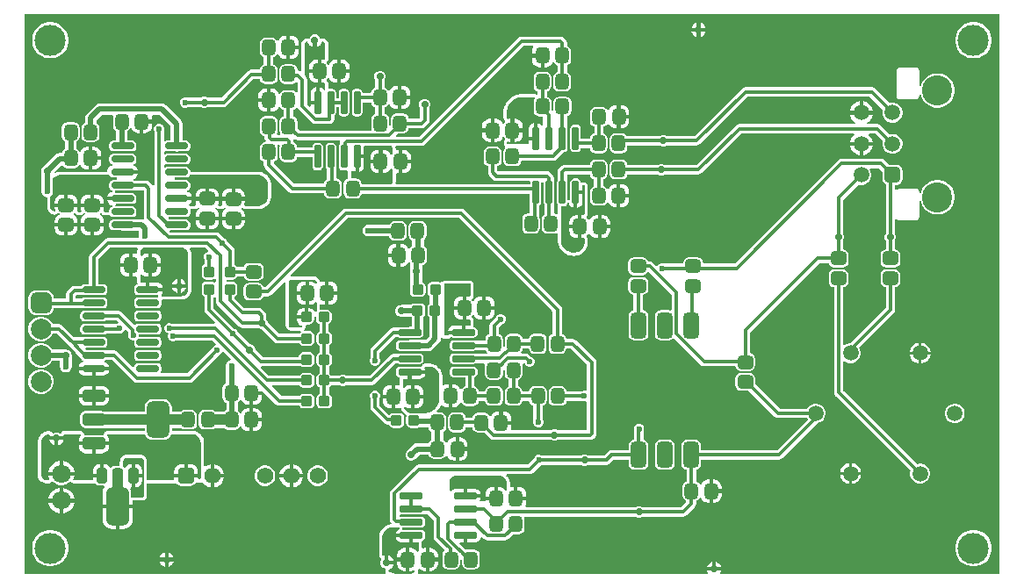
<source format=gtl>
G04*
G04 #@! TF.GenerationSoftware,Altium Limited,Altium Designer,24.0.1 (36)*
G04*
G04 Layer_Physical_Order=1*
G04 Layer_Color=255*
%FSLAX44Y44*%
%MOMM*%
G71*
G04*
G04 #@! TF.SameCoordinates,83D3E5EA-02E8-40D7-8CE6-FF436373F7BA*
G04*
G04*
G04 #@! TF.FilePolarity,Positive*
G04*
G01*
G75*
%ADD12C,0.3000*%
%ADD13C,0.5000*%
%ADD38C,0.7000*%
G04:AMPARAMS|DCode=39|XSize=1.5mm|YSize=1.3mm|CornerRadius=0.325mm|HoleSize=0mm|Usage=FLASHONLY|Rotation=270.000|XOffset=0mm|YOffset=0mm|HoleType=Round|Shape=RoundedRectangle|*
%AMROUNDEDRECTD39*
21,1,1.5000,0.6500,0,0,270.0*
21,1,0.8500,1.3000,0,0,270.0*
1,1,0.6500,-0.3250,-0.4250*
1,1,0.6500,-0.3250,0.4250*
1,1,0.6500,0.3250,0.4250*
1,1,0.6500,0.3250,-0.4250*
%
%ADD39ROUNDEDRECTD39*%
G04:AMPARAMS|DCode=40|XSize=1mm|YSize=1.1mm|CornerRadius=0.25mm|HoleSize=0mm|Usage=FLASHONLY|Rotation=0.000|XOffset=0mm|YOffset=0mm|HoleType=Round|Shape=RoundedRectangle|*
%AMROUNDEDRECTD40*
21,1,1.0000,0.6000,0,0,0.0*
21,1,0.5000,1.1000,0,0,0.0*
1,1,0.5000,0.2500,-0.3000*
1,1,0.5000,-0.2500,-0.3000*
1,1,0.5000,-0.2500,0.3000*
1,1,0.5000,0.2500,0.3000*
%
%ADD40ROUNDEDRECTD40*%
G04:AMPARAMS|DCode=41|XSize=1.5mm|YSize=1.3mm|CornerRadius=0.325mm|HoleSize=0mm|Usage=FLASHONLY|Rotation=180.000|XOffset=0mm|YOffset=0mm|HoleType=Round|Shape=RoundedRectangle|*
%AMROUNDEDRECTD41*
21,1,1.5000,0.6500,0,0,180.0*
21,1,0.8500,1.3000,0,0,180.0*
1,1,0.6500,-0.4250,0.3250*
1,1,0.6500,0.4250,0.3250*
1,1,0.6500,0.4250,-0.3250*
1,1,0.6500,-0.4250,-0.3250*
%
%ADD41ROUNDEDRECTD41*%
G04:AMPARAMS|DCode=42|XSize=1mm|YSize=1.1mm|CornerRadius=0.25mm|HoleSize=0mm|Usage=FLASHONLY|Rotation=90.000|XOffset=0mm|YOffset=0mm|HoleType=Round|Shape=RoundedRectangle|*
%AMROUNDEDRECTD42*
21,1,1.0000,0.6000,0,0,90.0*
21,1,0.5000,1.1000,0,0,90.0*
1,1,0.5000,0.3000,0.2500*
1,1,0.5000,0.3000,-0.2500*
1,1,0.5000,-0.3000,-0.2500*
1,1,0.5000,-0.3000,0.2500*
%
%ADD42ROUNDEDRECTD42*%
G04:AMPARAMS|DCode=43|XSize=2.5mm|YSize=1.5mm|CornerRadius=0.375mm|HoleSize=0mm|Usage=FLASHONLY|Rotation=90.000|XOffset=0mm|YOffset=0mm|HoleType=Round|Shape=RoundedRectangle|*
%AMROUNDEDRECTD43*
21,1,2.5000,0.7500,0,0,90.0*
21,1,1.7500,1.5000,0,0,90.0*
1,1,0.7500,0.3750,0.8750*
1,1,0.7500,0.3750,-0.8750*
1,1,0.7500,-0.3750,-0.8750*
1,1,0.7500,-0.3750,0.8750*
%
%ADD43ROUNDEDRECTD43*%
G04:AMPARAMS|DCode=44|XSize=0.6mm|YSize=2.2mm|CornerRadius=0.15mm|HoleSize=0mm|Usage=FLASHONLY|Rotation=90.000|XOffset=0mm|YOffset=0mm|HoleType=Round|Shape=RoundedRectangle|*
%AMROUNDEDRECTD44*
21,1,0.6000,1.9000,0,0,90.0*
21,1,0.3000,2.2000,0,0,90.0*
1,1,0.3000,0.9500,0.1500*
1,1,0.3000,0.9500,-0.1500*
1,1,0.3000,-0.9500,-0.1500*
1,1,0.3000,-0.9500,0.1500*
%
%ADD44ROUNDEDRECTD44*%
G04:AMPARAMS|DCode=45|XSize=2.2mm|YSize=3.7mm|CornerRadius=0.55mm|HoleSize=0mm|Usage=FLASHONLY|Rotation=180.000|XOffset=0mm|YOffset=0mm|HoleType=Round|Shape=RoundedRectangle|*
%AMROUNDEDRECTD45*
21,1,2.2000,2.6000,0,0,180.0*
21,1,1.1000,3.7000,0,0,180.0*
1,1,1.1000,-0.5500,1.3000*
1,1,1.1000,0.5500,1.3000*
1,1,1.1000,0.5500,-1.3000*
1,1,1.1000,-0.5500,-1.3000*
%
%ADD45ROUNDEDRECTD45*%
G04:AMPARAMS|DCode=46|XSize=1mm|YSize=1.5mm|CornerRadius=0.25mm|HoleSize=0mm|Usage=FLASHONLY|Rotation=180.000|XOffset=0mm|YOffset=0mm|HoleType=Round|Shape=RoundedRectangle|*
%AMROUNDEDRECTD46*
21,1,1.0000,1.0000,0,0,180.0*
21,1,0.5000,1.5000,0,0,180.0*
1,1,0.5000,-0.2500,0.5000*
1,1,0.5000,0.2500,0.5000*
1,1,0.5000,0.2500,-0.5000*
1,1,0.5000,-0.2500,-0.5000*
%
%ADD46ROUNDEDRECTD46*%
G04:AMPARAMS|DCode=47|XSize=1mm|YSize=2.1501mm|CornerRadius=0.25mm|HoleSize=0mm|Usage=FLASHONLY|Rotation=180.000|XOffset=0mm|YOffset=0mm|HoleType=Round|Shape=RoundedRectangle|*
%AMROUNDEDRECTD47*
21,1,1.0000,1.6501,0,0,180.0*
21,1,0.5000,2.1501,0,0,180.0*
1,1,0.5000,-0.2500,0.8250*
1,1,0.5000,0.2500,0.8250*
1,1,0.5000,0.2500,-0.8250*
1,1,0.5000,-0.2500,-0.8250*
%
%ADD47ROUNDEDRECTD47*%
G04:AMPARAMS|DCode=48|XSize=1.2mm|YSize=2.2mm|CornerRadius=0.3mm|HoleSize=0mm|Usage=FLASHONLY|Rotation=90.000|XOffset=0mm|YOffset=0mm|HoleType=Round|Shape=RoundedRectangle|*
%AMROUNDEDRECTD48*
21,1,1.2000,1.6000,0,0,90.0*
21,1,0.6000,2.2000,0,0,90.0*
1,1,0.6000,0.8000,0.3000*
1,1,0.6000,0.8000,-0.3000*
1,1,0.6000,-0.8000,-0.3000*
1,1,0.6000,-0.8000,0.3000*
%
%ADD48ROUNDEDRECTD48*%
G04:AMPARAMS|DCode=49|XSize=3.5mm|YSize=2.2mm|CornerRadius=0.55mm|HoleSize=0mm|Usage=FLASHONLY|Rotation=90.000|XOffset=0mm|YOffset=0mm|HoleType=Round|Shape=RoundedRectangle|*
%AMROUNDEDRECTD49*
21,1,3.5000,1.1000,0,0,90.0*
21,1,2.4000,2.2000,0,0,90.0*
1,1,1.1000,0.5500,1.2000*
1,1,1.1000,0.5500,-1.2000*
1,1,1.1000,-0.5500,-1.2000*
1,1,1.1000,-0.5500,1.2000*
%
%ADD49ROUNDEDRECTD49*%
G04:AMPARAMS|DCode=50|XSize=0.6mm|YSize=2.25mm|CornerRadius=0.15mm|HoleSize=0mm|Usage=FLASHONLY|Rotation=180.000|XOffset=0mm|YOffset=0mm|HoleType=Round|Shape=RoundedRectangle|*
%AMROUNDEDRECTD50*
21,1,0.6000,1.9500,0,0,180.0*
21,1,0.3000,2.2500,0,0,180.0*
1,1,0.3000,-0.1500,0.9750*
1,1,0.3000,0.1500,0.9750*
1,1,0.3000,0.1500,-0.9750*
1,1,0.3000,-0.1500,-0.9750*
%
%ADD50ROUNDEDRECTD50*%
G04:AMPARAMS|DCode=51|XSize=0.6mm|YSize=2.25mm|CornerRadius=0.15mm|HoleSize=0mm|Usage=FLASHONLY|Rotation=90.000|XOffset=0mm|YOffset=0mm|HoleType=Round|Shape=RoundedRectangle|*
%AMROUNDEDRECTD51*
21,1,0.6000,1.9500,0,0,90.0*
21,1,0.3000,2.2500,0,0,90.0*
1,1,0.3000,0.9750,0.1500*
1,1,0.3000,0.9750,-0.1500*
1,1,0.3000,-0.9750,-0.1500*
1,1,0.3000,-0.9750,0.1500*
%
%ADD51ROUNDEDRECTD51*%
%ADD52C,1.0000*%
%ADD53C,1.5000*%
%ADD54C,3.0000*%
G04:AMPARAMS|DCode=55|XSize=1.52mm|YSize=1.52mm|CornerRadius=0.38mm|HoleSize=0mm|Usage=FLASHONLY|Rotation=270.000|XOffset=0mm|YOffset=0mm|HoleType=Round|Shape=RoundedRectangle|*
%AMROUNDEDRECTD55*
21,1,1.5200,0.7600,0,0,270.0*
21,1,0.7600,1.5200,0,0,270.0*
1,1,0.7600,-0.3800,-0.3800*
1,1,0.7600,-0.3800,0.3800*
1,1,0.7600,0.3800,0.3800*
1,1,0.7600,0.3800,-0.3800*
%
%ADD55ROUNDEDRECTD55*%
%ADD56C,1.5200*%
%ADD57C,2.9100*%
%ADD58C,1.8000*%
G04:AMPARAMS|DCode=59|XSize=2mm|YSize=2mm|CornerRadius=0.5mm|HoleSize=0mm|Usage=FLASHONLY|Rotation=270.000|XOffset=0mm|YOffset=0mm|HoleType=Round|Shape=RoundedRectangle|*
%AMROUNDEDRECTD59*
21,1,2.0000,1.0000,0,0,270.0*
21,1,1.0000,2.0000,0,0,270.0*
1,1,1.0000,-0.5000,-0.5000*
1,1,1.0000,-0.5000,0.5000*
1,1,1.0000,0.5000,0.5000*
1,1,1.0000,0.5000,-0.5000*
%
%ADD59ROUNDEDRECTD59*%
%ADD60C,2.0000*%
%ADD61C,1.5750*%
G04:AMPARAMS|DCode=62|XSize=1.575mm|YSize=1.575mm|CornerRadius=0.3938mm|HoleSize=0mm|Usage=FLASHONLY|Rotation=0.000|XOffset=0mm|YOffset=0mm|HoleType=Round|Shape=RoundedRectangle|*
%AMROUNDEDRECTD62*
21,1,1.5750,0.7875,0,0,0.0*
21,1,0.7875,1.5750,0,0,0.0*
1,1,0.7875,0.3938,-0.3938*
1,1,0.7875,-0.3938,-0.3938*
1,1,0.7875,-0.3938,0.3938*
1,1,0.7875,0.3938,0.3938*
%
%ADD62ROUNDEDRECTD62*%
%ADD63C,0.6000*%
G36*
X462000Y100000D02*
Y100000D01*
X462001D01*
X463182Y99922D01*
X464333Y99692D01*
X465789Y99089D01*
X467100Y98214D01*
X468214Y97100D01*
X469090Y95789D01*
X469692Y94333D01*
X470000Y92788D01*
X470000Y92000D01*
X470000Y85704D01*
X468730Y85452D01*
X468646Y85654D01*
X467564Y87064D01*
X466154Y88146D01*
X464512Y88826D01*
X462750Y89058D01*
X461250D01*
Y78000D01*
X459500D01*
Y76250D01*
X449442D01*
Y75000D01*
X444752D01*
X444073Y76270D01*
X444460Y76849D01*
X444798Y78550D01*
X430000D01*
Y80300D01*
X428250D01*
Y86898D01*
X420250D01*
X418299Y86510D01*
X416645Y85405D01*
X416270Y84843D01*
X415000Y85229D01*
Y92804D01*
X415000Y94000D01*
X415000Y94000D01*
X415000Y94000D01*
X415000Y95193D01*
X415913Y97399D01*
X417601Y99087D01*
X419807Y100000D01*
X421000Y100000D01*
X462000Y100000D01*
X462000Y100000D01*
D02*
G37*
G36*
X945000Y5000D02*
X676614D01*
X675929Y6270D01*
X676523Y7298D01*
X676778Y8250D01*
X663222D01*
X663477Y7298D01*
X664071Y6270D01*
X663386Y5000D01*
X385094D01*
X384774Y5322D01*
X384394Y6270D01*
X384500Y6503D01*
X384740Y6968D01*
X384746Y7044D01*
X384778Y7113D01*
X384795Y7636D01*
X384839Y8157D01*
X384816Y8230D01*
X384818Y8306D01*
X384635Y8796D01*
X384538Y9099D01*
X384963Y9495D01*
X385177Y9634D01*
X385616Y9798D01*
X386846Y8854D01*
X388488Y8174D01*
X390250Y7942D01*
X391750D01*
Y19000D01*
Y30058D01*
X390250D01*
X389329Y29937D01*
X388059Y30933D01*
Y35602D01*
X387826Y36772D01*
X388905Y37361D01*
X389116Y37403D01*
X390273Y38177D01*
X391047Y39334D01*
X391319Y40700D01*
Y43700D01*
X391047Y45066D01*
X390273Y46223D01*
X389116Y46997D01*
X387750Y47269D01*
X370452D01*
X370438Y47273D01*
X370299Y47339D01*
X369455Y48539D01*
X369580Y49122D01*
X369585Y49484D01*
X369645Y49831D01*
X387750D01*
X389116Y50103D01*
X390273Y50877D01*
X391047Y52034D01*
X391319Y53400D01*
Y56400D01*
X391047Y57766D01*
X390273Y58923D01*
X389116Y59697D01*
X387750Y59969D01*
X378753D01*
X377213Y60275D01*
X366588D01*
Y61590D01*
X367858Y62609D01*
X368250Y62531D01*
X387750D01*
X389116Y62803D01*
X389428Y63012D01*
X393499D01*
X399412Y57099D01*
Y41000D01*
X399761Y39244D01*
X400756Y37756D01*
X409963Y28548D01*
X409838Y27285D01*
X409465Y27035D01*
X408305Y25298D01*
X407897Y23250D01*
Y14750D01*
X408305Y12701D01*
X409465Y10965D01*
X411202Y9805D01*
X413250Y9397D01*
X419750D01*
X421799Y9805D01*
X423535Y10965D01*
X424695Y12701D01*
X425103Y14750D01*
Y18418D01*
X426373Y19137D01*
X426897Y18823D01*
Y14750D01*
X427305Y12701D01*
X428465Y10965D01*
X430202Y9805D01*
X432250Y9397D01*
X438750D01*
X440798Y9805D01*
X442535Y10965D01*
X443695Y12701D01*
X444103Y14750D01*
Y23250D01*
X443695Y25298D01*
X442535Y27035D01*
X440798Y28195D01*
X438750Y28603D01*
X432250D01*
X431203Y28394D01*
X430633Y28508D01*
X430481D01*
X429837Y29152D01*
X429744Y29290D01*
X425790Y33244D01*
X425652Y33337D01*
X424560Y34429D01*
X425046Y35602D01*
X428250D01*
Y42200D01*
X431750D01*
Y35602D01*
X439750D01*
X441701Y35990D01*
X443355Y37095D01*
X444460Y38749D01*
X444735Y40131D01*
X446065Y40596D01*
X447906Y38756D01*
X449394Y37761D01*
X451150Y37412D01*
X468500D01*
X470256Y37761D01*
X471744Y38756D01*
X476386Y43397D01*
X481750D01*
X483798Y43805D01*
X485535Y44965D01*
X486695Y46702D01*
X487103Y48750D01*
Y57250D01*
X486725Y59151D01*
X486837Y59569D01*
X487292Y60421D01*
X594301D01*
X594384Y60337D01*
X596406Y59500D01*
X598594D01*
X600616Y60337D01*
X600699Y60421D01*
X640009D01*
X641765Y60770D01*
X643253Y61765D01*
X651144Y69656D01*
X652139Y71144D01*
X652488Y72900D01*
Y75644D01*
X653298Y75805D01*
X655035Y76965D01*
X656024Y78445D01*
X656986Y78513D01*
X657413Y78411D01*
X657854Y77346D01*
X658936Y75936D01*
X660346Y74854D01*
X661988Y74174D01*
X663750Y73942D01*
X665250D01*
Y85000D01*
Y96058D01*
X663750D01*
X661988Y95826D01*
X660346Y95146D01*
X658936Y94064D01*
X657854Y92654D01*
X657413Y91589D01*
X656986Y91487D01*
X656024Y91555D01*
X655035Y93035D01*
X653298Y94195D01*
X652488Y94357D01*
Y105554D01*
X653894Y105834D01*
X655796Y107105D01*
X657066Y109007D01*
X657513Y111250D01*
Y115412D01*
X732500D01*
X734256Y115761D01*
X735744Y116756D01*
X769576Y150587D01*
X771667Y151147D01*
X773833Y152398D01*
X775602Y154167D01*
X776853Y156333D01*
X777500Y158749D01*
Y159557D01*
X777588Y160000D01*
X777500Y160443D01*
Y161251D01*
X776853Y163667D01*
X775602Y165833D01*
X773833Y167602D01*
X771667Y168853D01*
X769251Y169500D01*
X766749D01*
X764333Y168853D01*
X762167Y167602D01*
X760398Y165833D01*
X759679Y164588D01*
X733400D01*
X709603Y188386D01*
Y193750D01*
X709195Y195798D01*
X708035Y197535D01*
X706298Y198695D01*
X704250Y199103D01*
X695750D01*
X693702Y198695D01*
X691965Y197535D01*
X690805Y195798D01*
X690397Y193750D01*
Y187250D01*
X690805Y185202D01*
X691965Y183465D01*
X693702Y182305D01*
X695750Y181897D01*
X703114D01*
X728256Y156756D01*
X729744Y155761D01*
X731500Y155412D01*
X759679D01*
X760318Y154306D01*
X730600Y124588D01*
X657513D01*
Y128750D01*
X657066Y130993D01*
X655796Y132895D01*
X653894Y134166D01*
X651650Y134613D01*
X644150D01*
X641907Y134166D01*
X640005Y132895D01*
X638734Y130993D01*
X638287Y128750D01*
Y111250D01*
X638734Y109007D01*
X640005Y107105D01*
X641907Y105834D01*
X643312Y105554D01*
Y94317D01*
X642702Y94195D01*
X640965Y93035D01*
X639805Y91298D01*
X639397Y89250D01*
Y80750D01*
X639805Y78702D01*
X640965Y76965D01*
X642701Y75805D01*
X642968Y74457D01*
X638109Y69597D01*
X600681D01*
X600616Y69663D01*
X598594Y70500D01*
X596406D01*
X594384Y69663D01*
X594319Y69597D01*
X488557D01*
X487862Y70867D01*
X488326Y71988D01*
X488558Y73750D01*
Y76250D01*
X478500D01*
Y78000D01*
X476750D01*
Y89058D01*
X475250D01*
X474329Y88937D01*
X473059Y89933D01*
Y92000D01*
X473059Y92788D01*
X473000Y93083D01*
Y93385D01*
X472692Y94930D01*
X472577Y95209D01*
X472519Y95504D01*
X471915Y96960D01*
X471748Y97210D01*
X471633Y97489D01*
X470757Y98799D01*
X470544Y99012D01*
X470377Y99263D01*
X469498Y100142D01*
X469738Y101061D01*
X469982Y101412D01*
X492000D01*
X493756Y101761D01*
X495244Y102756D01*
X502838Y110349D01*
X502989Y110412D01*
X541861D01*
X541910Y110363D01*
X543931Y109525D01*
X546119D01*
X548141Y110363D01*
X548215Y110437D01*
X566202D01*
X567958Y110786D01*
X569446Y111781D01*
X573077Y115412D01*
X587487D01*
Y111250D01*
X587934Y109007D01*
X589204Y107105D01*
X591106Y105834D01*
X593350Y105387D01*
X600850D01*
X603093Y105834D01*
X604995Y107105D01*
X606266Y109007D01*
X606713Y111250D01*
Y128750D01*
X606266Y130993D01*
X604995Y132895D01*
X603093Y134166D01*
X601888Y134406D01*
Y142528D01*
X602500Y144005D01*
Y145995D01*
X601739Y147832D01*
X600332Y149239D01*
X598495Y150000D01*
X596505D01*
X594668Y149239D01*
X593261Y147832D01*
X592500Y145995D01*
Y144005D01*
X592712Y143494D01*
Y134486D01*
X591106Y134166D01*
X589204Y132895D01*
X587934Y130993D01*
X587487Y128750D01*
Y124588D01*
X571177D01*
X569421Y124239D01*
X567933Y123244D01*
X564302Y119614D01*
X548215D01*
X548141Y119688D01*
X546119Y120525D01*
X543931D01*
X541910Y119688D01*
X541810Y119588D01*
X502989D01*
X501995Y120000D01*
X500005D01*
X498168Y119239D01*
X496761Y117832D01*
X496349Y116838D01*
X490099Y110588D01*
X385379D01*
X383623Y110239D01*
X382135Y109244D01*
X358756Y85865D01*
X357761Y84377D01*
X357412Y82621D01*
Y57444D01*
X357761Y55688D01*
X358695Y54290D01*
X358697Y54213D01*
X358571Y53621D01*
X358202Y52957D01*
X356486Y52616D01*
X356208Y52500D01*
X355913Y52442D01*
X354093Y51688D01*
X353842Y51520D01*
X353564Y51405D01*
X351926Y50311D01*
X351713Y50098D01*
X351463Y49930D01*
X350070Y48537D01*
X349902Y48287D01*
X349689Y48074D01*
X348595Y46436D01*
X348479Y46158D01*
X348312Y45907D01*
X347558Y44087D01*
X347500Y43792D01*
X347384Y43514D01*
X347000Y41582D01*
Y41280D01*
X346941Y40985D01*
X346941Y40000D01*
Y23043D01*
X347019Y22651D01*
X347046Y22252D01*
X347135Y22071D01*
X347174Y21873D01*
X347396Y21540D01*
X347573Y21181D01*
X347725Y21048D01*
X347837Y20881D01*
X348170Y20658D01*
X348471Y20394D01*
X349191Y19978D01*
Y18763D01*
X348500Y17094D01*
Y14906D01*
X349337Y12885D01*
X350885Y11337D01*
X352176Y10803D01*
X352925Y10379D01*
X353106Y9230D01*
X352981Y8472D01*
X352999Y7925D01*
Y7377D01*
X353018Y7330D01*
X353020Y7279D01*
X353246Y6781D01*
X353456Y6274D01*
X353460Y6270D01*
X353453Y6071D01*
X352928Y5000D01*
X5000D01*
Y545000D01*
X945000D01*
Y5000D01*
D02*
G37*
G36*
X366589Y49762D02*
X366309Y48456D01*
X366222Y48359D01*
X364645Y47305D01*
X363540Y45651D01*
X363202Y43950D01*
X378000D01*
Y42200D01*
X379750D01*
Y35602D01*
X385000D01*
Y26704D01*
X383730Y26452D01*
X383646Y26654D01*
X382564Y28064D01*
X381154Y29146D01*
X379512Y29826D01*
X377750Y30058D01*
X376250D01*
Y19000D01*
Y7942D01*
X377750D01*
X379512Y8174D01*
X380933Y8762D01*
X381507Y8285D01*
X381800Y7812D01*
X381297Y7181D01*
X379737Y6138D01*
X377917Y5384D01*
X376248Y5052D01*
X375000Y5000D01*
X375000Y5000D01*
X375000Y5000D01*
X365000D01*
X363523Y5000D01*
X360625Y5576D01*
X357895Y6707D01*
X355999Y7974D01*
X356225Y9342D01*
X356232Y9351D01*
X356702Y9477D01*
X358298Y10399D01*
X359601Y11702D01*
X360523Y13298D01*
X360778Y14250D01*
X354000D01*
Y16000D01*
X352250D01*
Y22778D01*
X351298Y22523D01*
X351100Y22408D01*
X350000Y23043D01*
Y40000D01*
X350000Y40985D01*
X350384Y42917D01*
X351138Y44737D01*
X352233Y46375D01*
X353625Y47767D01*
X355263Y48862D01*
X357083Y49616D01*
X359015Y50000D01*
X360000Y50000D01*
X360000Y50000D01*
X366339D01*
X366589Y49762D01*
D02*
G37*
%LPC*%
G36*
X439750Y86898D02*
X431750D01*
Y82050D01*
X444798D01*
X444460Y83751D01*
X443355Y85405D01*
X441701Y86510D01*
X439750Y86898D01*
D02*
G37*
G36*
X457750Y89058D02*
X456250D01*
X454488Y88826D01*
X452846Y88146D01*
X451436Y87064D01*
X450354Y85654D01*
X449674Y84012D01*
X449442Y82250D01*
Y79750D01*
X457750D01*
Y89058D01*
D02*
G37*
G36*
X656750Y536778D02*
Y531750D01*
X661778D01*
X661523Y532702D01*
X660601Y534298D01*
X659298Y535601D01*
X657702Y536523D01*
X656750Y536778D01*
D02*
G37*
G36*
X653250D02*
X652298Y536523D01*
X650702Y535601D01*
X649399Y534298D01*
X648477Y532702D01*
X648222Y531750D01*
X653250D01*
Y536778D01*
D02*
G37*
G36*
X661778Y528250D02*
X656750D01*
Y523222D01*
X657702Y523477D01*
X659298Y524399D01*
X660601Y525702D01*
X661523Y527298D01*
X661778Y528250D01*
D02*
G37*
G36*
X653250D02*
X648222D01*
X648477Y527298D01*
X649399Y525702D01*
X650702Y524399D01*
X652298Y523477D01*
X653250Y523222D01*
Y528250D01*
D02*
G37*
G36*
X286094Y525500D02*
X283906D01*
X281884Y524663D01*
X280337Y523116D01*
X279986Y522268D01*
X279407Y521846D01*
X278585Y521574D01*
X277498Y521834D01*
X277140Y521847D01*
X276788Y521917D01*
X276549Y521870D01*
X276306Y521879D01*
X275969Y521755D01*
X275617Y521684D01*
X275415Y521549D01*
X275187Y521465D01*
X274923Y521221D01*
X274625Y521021D01*
X273598Y519995D01*
X272935Y519003D01*
X272174Y517165D01*
X271941Y515994D01*
Y490879D01*
X270821Y490281D01*
X270498Y490496D01*
X268743Y490845D01*
X268103D01*
Y491500D01*
X267695Y493548D01*
X266535Y495285D01*
X264798Y496445D01*
X262750Y496853D01*
X256250D01*
X254202Y496445D01*
X252465Y495285D01*
X251305Y493548D01*
X250897Y491500D01*
Y483000D01*
X251305Y480951D01*
X252465Y479215D01*
X254202Y478055D01*
X256250Y477647D01*
X262750D01*
X264798Y478055D01*
X266535Y479215D01*
X268162Y479440D01*
X268412Y479266D01*
Y469512D01*
X267142Y469127D01*
X266535Y470035D01*
X264798Y471195D01*
X262750Y471603D01*
X256250D01*
X254202Y471195D01*
X252465Y470035D01*
X251476Y468555D01*
X250514Y468487D01*
X250087Y468589D01*
X249646Y469654D01*
X248564Y471064D01*
X247154Y472146D01*
X245512Y472826D01*
X243750Y473058D01*
X242250D01*
Y462000D01*
Y450942D01*
X243750D01*
X245512Y451174D01*
X247154Y451854D01*
X248564Y452936D01*
X249646Y454346D01*
X250087Y455411D01*
X250514Y455513D01*
X251476Y455445D01*
X252465Y453965D01*
X254202Y452805D01*
X254912Y452663D01*
Y446337D01*
X254202Y446195D01*
X252465Y445035D01*
X251305Y443298D01*
X250897Y441250D01*
Y432750D01*
X251305Y430702D01*
X251868Y429858D01*
X251189Y428588D01*
X248811D01*
X248132Y429858D01*
X248695Y430702D01*
X249103Y432750D01*
Y441250D01*
X248695Y443298D01*
X247535Y445035D01*
X245798Y446195D01*
X243750Y446603D01*
X237250D01*
X235202Y446195D01*
X233465Y445035D01*
X232305Y443298D01*
X231897Y441250D01*
Y432750D01*
X232305Y430702D01*
X233465Y428965D01*
X235202Y427805D01*
X236412Y427564D01*
Y426000D01*
X236761Y424244D01*
X237677Y422873D01*
X237508Y422175D01*
X237135Y421580D01*
X235202Y421195D01*
X233465Y420035D01*
X232305Y418298D01*
X231897Y416250D01*
Y407750D01*
X232305Y405702D01*
X233465Y403965D01*
X235202Y402805D01*
X235912Y402663D01*
Y399757D01*
X236261Y398002D01*
X237256Y396513D01*
X260013Y373756D01*
X261502Y372761D01*
X263257Y372412D01*
X293964D01*
X294305Y370702D01*
X295465Y368965D01*
X297202Y367805D01*
X299250Y367397D01*
X305750D01*
X307798Y367805D01*
X309535Y368965D01*
X310695Y370702D01*
X311103Y372750D01*
Y381250D01*
X310695Y383298D01*
X309535Y385035D01*
X307798Y386195D01*
X306038Y386545D01*
Y406700D01*
X305689Y408456D01*
X305469Y408786D01*
Y417500D01*
X305197Y418866D01*
X304423Y420023D01*
X303266Y420797D01*
X301900Y421069D01*
X298900D01*
X297534Y420797D01*
X296377Y420023D01*
X295603Y418866D01*
X295331Y417500D01*
Y398000D01*
X295603Y396634D01*
X296377Y395477D01*
X296862Y395152D01*
Y385968D01*
X295465Y385035D01*
X294305Y383298D01*
X293964Y381588D01*
X265158D01*
X245326Y401420D01*
X245520Y402749D01*
X245798Y402805D01*
X247535Y403965D01*
X248695Y405702D01*
X249103Y407750D01*
Y416250D01*
X248727Y418142D01*
X248878Y418639D01*
X249291Y419412D01*
X250709D01*
X251122Y418639D01*
X251273Y418142D01*
X250897Y416250D01*
Y407750D01*
X251305Y405702D01*
X252465Y403965D01*
X254202Y402805D01*
X256250Y402397D01*
X262750D01*
X264799Y402805D01*
X266535Y403965D01*
X267695Y405702D01*
X268036Y407412D01*
X282631D01*
Y398000D01*
X282903Y396634D01*
X283677Y395477D01*
X284834Y394703D01*
X286200Y394431D01*
X289200D01*
X290566Y394703D01*
X291723Y395477D01*
X292497Y396634D01*
X292769Y398000D01*
Y417500D01*
X292497Y418866D01*
X291723Y420023D01*
X290566Y420797D01*
X289200Y421069D01*
X286200D01*
X284834Y420797D01*
X283677Y420023D01*
X282903Y418866D01*
X282631Y417500D01*
Y416588D01*
X268036D01*
X267695Y418298D01*
X266535Y420035D01*
X264799Y421195D01*
X264588Y421237D01*
Y422243D01*
X264258Y423905D01*
X264453Y424167D01*
X265203Y424756D01*
X266691Y423761D01*
X268447Y423412D01*
X308803D01*
X309533Y422142D01*
X309254Y420743D01*
Y420142D01*
X309077Y420023D01*
X308303Y418866D01*
X308031Y417500D01*
Y398000D01*
X308303Y396634D01*
X309077Y395477D01*
X310234Y394703D01*
X311600Y394431D01*
X314600D01*
X315966Y394703D01*
X316173Y394613D01*
X317041Y393894D01*
X317029Y393773D01*
X316941Y393332D01*
Y386603D01*
X316991Y386352D01*
X316202Y386195D01*
X314465Y385035D01*
X313305Y383298D01*
X312897Y381250D01*
Y372750D01*
X313305Y370702D01*
X314465Y368965D01*
X316202Y367805D01*
X318250Y367397D01*
X324750D01*
X326798Y367805D01*
X328535Y368965D01*
X329695Y370702D01*
X329936Y371912D01*
X491979D01*
X492112Y371750D01*
Y352603D01*
X490250D01*
X488202Y352195D01*
X486465Y351035D01*
X485305Y349298D01*
X484897Y347250D01*
Y338750D01*
X485305Y336702D01*
X486465Y334965D01*
X488202Y333805D01*
X490250Y333397D01*
X496750D01*
X498798Y333805D01*
X500535Y334965D01*
X501695Y336702D01*
X502103Y338750D01*
Y347250D01*
X501695Y349298D01*
X501288Y349908D01*
Y360352D01*
X502223Y360977D01*
X502997Y362134D01*
X503269Y363500D01*
Y383000D01*
X504214Y383797D01*
X504886D01*
X504907Y383779D01*
X505831Y382738D01*
Y363500D01*
X506103Y362134D01*
X506312Y361822D01*
Y351601D01*
X505465Y351035D01*
X504305Y349298D01*
X503897Y347250D01*
Y338750D01*
X504305Y336702D01*
X505465Y334965D01*
X507202Y333805D01*
X509250Y333397D01*
X515750D01*
X517799Y333805D01*
X517966Y333917D01*
X519087Y333318D01*
Y327855D01*
X519087Y326589D01*
X519145Y326293D01*
Y325992D01*
X519639Y323508D01*
X519755Y323230D01*
X519813Y322934D01*
X520782Y320595D01*
X520950Y320345D01*
X521065Y320066D01*
X522472Y317961D01*
X522685Y317748D01*
X522852Y317497D01*
X524643Y315707D01*
X524893Y315539D01*
X525106Y315326D01*
X527212Y313920D01*
X527490Y313804D01*
X527740Y313637D01*
X530080Y312668D01*
X530375Y312609D01*
X530654Y312494D01*
X533137Y312000D01*
X533438D01*
X533734Y311941D01*
X535000Y311941D01*
X535985Y311941D01*
X536280Y312000D01*
X536582D01*
X538514Y312384D01*
X538792Y312500D01*
X539087Y312558D01*
X540907Y313312D01*
X541158Y313479D01*
X541436Y313595D01*
X543074Y314689D01*
X543287Y314902D01*
X543537Y315070D01*
X544930Y316462D01*
X545098Y316713D01*
X545311Y316926D01*
X546405Y318564D01*
X546520Y318842D01*
X546688Y319093D01*
X547442Y320913D01*
X547500Y321208D01*
X547616Y321486D01*
X548000Y323418D01*
Y323720D01*
X548059Y324015D01*
X548059Y325000D01*
Y328143D01*
X548039Y328243D01*
X548052Y328343D01*
X547923Y328825D01*
X547826Y329314D01*
X547770Y329398D01*
X547743Y329496D01*
X547440Y329892D01*
X547163Y330306D01*
X547090Y330771D01*
X547114Y331684D01*
X547535Y331965D01*
X548524Y333445D01*
X549486Y333513D01*
X549913Y333411D01*
X550354Y332346D01*
X551436Y330936D01*
X552846Y329854D01*
X554488Y329174D01*
X556250Y328942D01*
X557750D01*
Y340000D01*
X559500D01*
D01*
X557750D01*
Y351058D01*
X556250D01*
X554488Y350826D01*
X552846Y350146D01*
X551436Y349064D01*
X550354Y347654D01*
X549913Y346589D01*
X549486Y346487D01*
X548524Y346555D01*
X547535Y348035D01*
X547114Y348316D01*
X547090Y349228D01*
X547163Y349694D01*
X547440Y350109D01*
X547743Y350504D01*
X547770Y350602D01*
X547826Y350686D01*
X547923Y351175D01*
X548052Y351657D01*
X548039Y351757D01*
X548059Y351857D01*
Y358402D01*
X548059Y380000D01*
X547826Y381171D01*
X547163Y382163D01*
X546171Y382826D01*
X545000Y383059D01*
X542898D01*
X542636Y383007D01*
X541640Y383001D01*
X541187Y383915D01*
X541097Y384366D01*
X540323Y385523D01*
X539166Y386297D01*
X537800Y386568D01*
X534800D01*
X533434Y386297D01*
X532277Y385523D01*
X531503Y384366D01*
X531231Y383000D01*
Y366918D01*
X531176Y366793D01*
X530638Y366108D01*
X529961Y365876D01*
X529833Y365902D01*
X528669D01*
Y383000D01*
X528397Y384366D01*
X528188Y384678D01*
Y390662D01*
X550215D01*
X550555Y388951D01*
X551715Y387215D01*
X553452Y386055D01*
X554240Y385898D01*
Y379245D01*
X553607Y379119D01*
X551870Y377959D01*
X550710Y376223D01*
X550302Y374174D01*
Y365674D01*
X550710Y363626D01*
X551870Y361889D01*
X553607Y360729D01*
X555655Y360321D01*
X562155D01*
X564204Y360729D01*
X565940Y361889D01*
X566929Y363369D01*
X567891Y363437D01*
X568318Y363335D01*
X568759Y362270D01*
X569841Y360860D01*
X571251Y359778D01*
X572893Y359098D01*
X574655Y358866D01*
X576155D01*
Y369924D01*
Y380982D01*
X574655D01*
X572893Y380750D01*
X571251Y380070D01*
X569841Y378988D01*
X568759Y377578D01*
X568318Y376513D01*
X567891Y376411D01*
X566929Y376479D01*
X565940Y377959D01*
X564204Y379119D01*
X563416Y379276D01*
Y385929D01*
X564049Y386055D01*
X565785Y387215D01*
X566945Y388951D01*
X567353Y391000D01*
Y399500D01*
X566945Y401548D01*
X565785Y403285D01*
X564049Y404445D01*
X562000Y404853D01*
X555500D01*
X553452Y404445D01*
X551715Y403285D01*
X550555Y401548D01*
X550215Y399838D01*
X526250D01*
X524494Y399489D01*
X523006Y398494D01*
X520356Y395844D01*
X519361Y394356D01*
X519012Y392600D01*
Y384678D01*
X518803Y384366D01*
X518531Y383000D01*
Y363500D01*
X518803Y362134D01*
X519406Y361232D01*
X519319Y361102D01*
X519087Y359931D01*
Y352682D01*
X517966Y352083D01*
X517799Y352195D01*
X515750Y352603D01*
X515488D01*
Y361822D01*
X515697Y362134D01*
X515969Y363500D01*
Y383000D01*
X515697Y384366D01*
X515488Y384678D01*
Y387243D01*
X515139Y388998D01*
X514144Y390487D01*
X512387Y392244D01*
X510898Y393239D01*
X509143Y393588D01*
X461900D01*
X461088Y394400D01*
Y398663D01*
X461798Y398805D01*
X463535Y399965D01*
X464695Y401702D01*
X465103Y403750D01*
Y412250D01*
X464695Y414298D01*
X463535Y416035D01*
X461798Y417195D01*
X459750Y417603D01*
X453250D01*
X451202Y417195D01*
X449465Y416035D01*
X448305Y414298D01*
X447897Y412250D01*
Y403750D01*
X448305Y401702D01*
X449465Y399965D01*
X451202Y398805D01*
X451912Y398663D01*
Y392500D01*
X452261Y390744D01*
X453256Y389256D01*
X456756Y385756D01*
X458244Y384761D01*
X460000Y384412D01*
X492117D01*
X493160Y383142D01*
X493131Y383000D01*
Y381088D01*
X363657D01*
X363377Y381270D01*
X363295Y381367D01*
X362750Y382358D01*
X363000Y383615D01*
Y383917D01*
X363059Y384212D01*
X363059Y385000D01*
X363059Y391135D01*
X364014Y391973D01*
X364250Y391942D01*
X365750D01*
Y403000D01*
Y414058D01*
X364250D01*
X364014Y414027D01*
X363059Y414865D01*
Y415808D01*
X362893Y416642D01*
X363614Y417912D01*
X387500D01*
X389256Y418261D01*
X390744Y419256D01*
X485900Y514412D01*
X495102D01*
X495728Y513142D01*
X495354Y512654D01*
X494674Y511012D01*
X494442Y509250D01*
Y506750D01*
X504500D01*
Y505000D01*
X506250D01*
Y493942D01*
X507750D01*
X509512Y494174D01*
X511154Y494854D01*
X512564Y495936D01*
X513646Y497346D01*
X514087Y498411D01*
X514514Y498513D01*
X515476Y498445D01*
X516465Y496965D01*
X518202Y495805D01*
X518912Y495663D01*
Y489337D01*
X518202Y489195D01*
X516465Y488035D01*
X515305Y486298D01*
X514897Y484250D01*
Y475750D01*
X515305Y473702D01*
X516465Y471965D01*
X518202Y470805D01*
X520250Y470397D01*
X526750D01*
X528798Y470805D01*
X530535Y471965D01*
X531695Y473702D01*
X532103Y475750D01*
Y484250D01*
X531695Y486298D01*
X530535Y488035D01*
X528798Y489195D01*
X528088Y489337D01*
Y495663D01*
X528798Y495805D01*
X530535Y496965D01*
X531695Y498702D01*
X532103Y500750D01*
Y509250D01*
X531695Y511298D01*
X530535Y513035D01*
X528798Y514195D01*
X528088Y514337D01*
Y517243D01*
X527739Y518998D01*
X526744Y520487D01*
X524987Y522244D01*
X523498Y523239D01*
X521743Y523588D01*
X484000D01*
X482244Y523239D01*
X480756Y522244D01*
X385600Y427088D01*
X363486D01*
X363000Y428261D01*
X364886Y430147D01*
X370250D01*
X372298Y430555D01*
X374035Y431715D01*
X375195Y433451D01*
X375536Y435162D01*
X387750D01*
X389506Y435511D01*
X390994Y436506D01*
X394244Y439756D01*
X395239Y441244D01*
X395588Y443000D01*
Y454810D01*
X395663Y454884D01*
X396500Y456906D01*
Y459094D01*
X395663Y461115D01*
X394115Y462663D01*
X392094Y463500D01*
X389906D01*
X387884Y462663D01*
X386337Y461115D01*
X385500Y459094D01*
Y456906D01*
X386337Y454884D01*
X386412Y454810D01*
Y444901D01*
X385849Y444338D01*
X375536D01*
X375195Y446048D01*
X374035Y447785D01*
X372298Y448945D01*
X370250Y449353D01*
X363750D01*
X361702Y448945D01*
X359965Y447785D01*
X358805Y446048D01*
X358397Y444000D01*
Y437247D01*
X357873Y436854D01*
X356603Y437489D01*
Y444000D01*
X356195Y446048D01*
X355035Y447785D01*
X353298Y448945D01*
X352463Y449112D01*
Y455438D01*
X353049Y455555D01*
X354785Y456715D01*
X355774Y458195D01*
X356736Y458263D01*
X357163Y458161D01*
X357604Y457096D01*
X358686Y455686D01*
X360096Y454604D01*
X361738Y453924D01*
X363500Y453692D01*
X365000D01*
Y464750D01*
Y475808D01*
X363500D01*
X361738Y475576D01*
X360096Y474896D01*
X358686Y473814D01*
X357604Y472404D01*
X357163Y471339D01*
X356736Y471237D01*
X355774Y471305D01*
X354785Y472785D01*
X353049Y473945D01*
X352463Y474062D01*
Y481685D01*
X352663Y481884D01*
X353500Y483906D01*
Y486094D01*
X352663Y488116D01*
X351115Y489663D01*
X349094Y490500D01*
X346906D01*
X344884Y489663D01*
X343337Y488116D01*
X342500Y486094D01*
Y483906D01*
X343287Y482006D01*
Y474112D01*
X342452Y473945D01*
X340715Y472785D01*
X339555Y471048D01*
X339204Y469285D01*
X330869D01*
Y469500D01*
X330597Y470866D01*
X329823Y472023D01*
X328666Y472797D01*
X327300Y473069D01*
X324300D01*
X322934Y472797D01*
X321777Y472023D01*
X321003Y470866D01*
X320731Y469500D01*
Y450000D01*
X321003Y448634D01*
X321777Y447477D01*
X322934Y446703D01*
X324300Y446431D01*
X327300D01*
X328666Y446703D01*
X329823Y447477D01*
X330597Y448634D01*
X330869Y450000D01*
Y460109D01*
X339225D01*
X339555Y458451D01*
X340715Y456715D01*
X342452Y455555D01*
X343287Y455388D01*
Y449062D01*
X342702Y448945D01*
X340965Y447785D01*
X339805Y446048D01*
X339397Y444000D01*
Y435500D01*
X339724Y433858D01*
X338970Y432588D01*
X270348D01*
X268103Y434833D01*
Y441250D01*
X267695Y443298D01*
X266535Y445035D01*
X264799Y446195D01*
X264088Y446337D01*
Y452663D01*
X264798Y452805D01*
X266535Y453965D01*
X267315Y455132D01*
X268663Y454864D01*
X268761Y454373D01*
X269756Y452885D01*
X281885Y440756D01*
X283373Y439761D01*
X285129Y439412D01*
X299243D01*
X300998Y439761D01*
X302487Y440756D01*
X303482Y442244D01*
X303831Y444000D01*
Y447081D01*
X304423Y447477D01*
X305197Y448634D01*
X305469Y450000D01*
Y455162D01*
X308031D01*
Y450000D01*
X308303Y448634D01*
X309077Y447477D01*
X310234Y446703D01*
X311600Y446431D01*
X314600D01*
X315966Y446703D01*
X317123Y447477D01*
X317897Y448634D01*
X318169Y450000D01*
Y469500D01*
X317897Y470866D01*
X317123Y472023D01*
X315966Y472797D01*
X314600Y473069D01*
X311600D01*
X310234Y472797D01*
X309077Y472023D01*
X308303Y470866D01*
X308031Y469500D01*
Y464338D01*
X305469D01*
Y469500D01*
X305197Y470866D01*
X304423Y472023D01*
X303266Y472797D01*
X301900Y473069D01*
X298900D01*
X298059Y473759D01*
Y478101D01*
X298019Y478302D01*
X298032Y478506D01*
X297903Y478882D01*
X297826Y479271D01*
X297712Y479442D01*
X297646Y479636D01*
X297383Y479933D01*
X297163Y480263D01*
X296992Y480377D01*
X296857Y480531D01*
X296498Y480805D01*
X296535Y481965D01*
X297524Y483445D01*
X298486Y483513D01*
X298913Y483411D01*
X299354Y482346D01*
X300436Y480936D01*
X301846Y479854D01*
X303488Y479174D01*
X305250Y478942D01*
X306750D01*
Y490000D01*
X308500D01*
D01*
X306750D01*
Y501058D01*
X305250D01*
X303488Y500826D01*
X301846Y500146D01*
X300436Y499064D01*
X299354Y497654D01*
X298913Y496589D01*
X298486Y496487D01*
X297524Y496555D01*
X296535Y498035D01*
X296498Y499195D01*
X296857Y499469D01*
X296992Y499623D01*
X297163Y499737D01*
X297383Y500067D01*
X297646Y500364D01*
X297712Y500558D01*
X297826Y500729D01*
X297903Y501118D01*
X298032Y501494D01*
X298019Y501698D01*
X298059Y501899D01*
Y515000D01*
X298059Y515000D01*
Y515002D01*
X298039Y515098D01*
X298052Y515196D01*
X297978Y516370D01*
X297849Y516854D01*
X297751Y517346D01*
X297065Y519003D01*
X296402Y519995D01*
X295375Y521021D01*
X295077Y521221D01*
X294813Y521465D01*
X294585Y521549D01*
X294383Y521684D01*
X294031Y521755D01*
X293694Y521879D01*
X293451Y521870D01*
X293212Y521917D01*
X292860Y521847D01*
X292502Y521834D01*
X291414Y521574D01*
X290593Y521846D01*
X290014Y522268D01*
X289663Y523116D01*
X288116Y524663D01*
X286094Y525500D01*
D02*
G37*
G36*
X257750Y524058D02*
X256250D01*
X254488Y523826D01*
X252846Y523146D01*
X251436Y522064D01*
X250354Y520654D01*
X249913Y519589D01*
X249486Y519487D01*
X248524Y519555D01*
X247535Y521035D01*
X245798Y522195D01*
X243750Y522603D01*
X237250D01*
X235202Y522195D01*
X233465Y521035D01*
X232305Y519298D01*
X231897Y517250D01*
Y508750D01*
X232305Y506702D01*
X233465Y504965D01*
X235202Y503805D01*
X235912Y503663D01*
Y496587D01*
X235202Y496445D01*
X233465Y495285D01*
X232305Y493548D01*
X231915Y491588D01*
X224000D01*
X222244Y491239D01*
X220756Y490244D01*
X195100Y464588D01*
X181690D01*
X181616Y464663D01*
X179594Y465500D01*
X177406D01*
X175385Y464663D01*
X175310Y464588D01*
X161989D01*
X160995Y465000D01*
X159005D01*
X157168Y464239D01*
X155761Y462832D01*
X155000Y460995D01*
Y459005D01*
X155761Y457168D01*
X157168Y455761D01*
X159005Y455000D01*
X160995D01*
X161989Y455412D01*
X175310D01*
X175385Y455337D01*
X177406Y454500D01*
X179594D01*
X181616Y455337D01*
X181690Y455412D01*
X197000D01*
X198756Y455761D01*
X200244Y456756D01*
X225900Y482412D01*
X232014D01*
X232305Y480951D01*
X233465Y479215D01*
X235202Y478055D01*
X237250Y477647D01*
X243750D01*
X245798Y478055D01*
X247535Y479215D01*
X248695Y480951D01*
X249103Y483000D01*
Y491500D01*
X248695Y493548D01*
X247535Y495285D01*
X245798Y496445D01*
X245088Y496587D01*
Y503663D01*
X245798Y503805D01*
X247535Y504965D01*
X248524Y506445D01*
X249486Y506513D01*
X249913Y506411D01*
X250354Y505346D01*
X251436Y503936D01*
X252846Y502854D01*
X254488Y502174D01*
X256250Y501942D01*
X257750D01*
Y513000D01*
Y524058D01*
D02*
G37*
G36*
X262750D02*
X261250D01*
Y514750D01*
X269558D01*
Y517250D01*
X269326Y519012D01*
X268646Y520654D01*
X267564Y522064D01*
X266154Y523146D01*
X264512Y523826D01*
X262750Y524058D01*
D02*
G37*
G36*
X921724Y537500D02*
X918276D01*
X914895Y536828D01*
X911711Y535508D01*
X908844Y533593D01*
X906407Y531156D01*
X904492Y528289D01*
X903173Y525105D01*
X902500Y521724D01*
Y518276D01*
X903173Y514895D01*
X904492Y511711D01*
X906407Y508844D01*
X908844Y506407D01*
X911711Y504492D01*
X914895Y503172D01*
X918276Y502500D01*
X921724D01*
X925105Y503172D01*
X928289Y504492D01*
X931156Y506407D01*
X933593Y508844D01*
X935508Y511711D01*
X936827Y514895D01*
X937500Y518276D01*
Y521724D01*
X936827Y525105D01*
X935508Y528289D01*
X933593Y531156D01*
X931156Y533593D01*
X928289Y535508D01*
X925105Y536828D01*
X921724Y537500D01*
D02*
G37*
G36*
X31724D02*
X28276D01*
X24895Y536828D01*
X21711Y535508D01*
X18844Y533593D01*
X16407Y531156D01*
X14492Y528289D01*
X13173Y525105D01*
X12500Y521724D01*
Y518276D01*
X13173Y514895D01*
X14492Y511711D01*
X16407Y508844D01*
X18844Y506407D01*
X21711Y504492D01*
X24895Y503172D01*
X28276Y502500D01*
X31724D01*
X35105Y503172D01*
X38289Y504492D01*
X41156Y506407D01*
X43593Y508844D01*
X45508Y511711D01*
X46828Y514895D01*
X47500Y518276D01*
Y521724D01*
X46828Y525105D01*
X45508Y528289D01*
X43593Y531156D01*
X41156Y533593D01*
X38289Y535508D01*
X35105Y536828D01*
X31724Y537500D01*
D02*
G37*
G36*
X269558Y511250D02*
X261250D01*
Y501942D01*
X262750D01*
X264512Y502174D01*
X266154Y502854D01*
X267564Y503936D01*
X268646Y505346D01*
X269326Y506988D01*
X269558Y508750D01*
Y511250D01*
D02*
G37*
G36*
X502750Y503250D02*
X494442D01*
Y500750D01*
X494674Y498988D01*
X495354Y497346D01*
X496436Y495936D01*
X497846Y494854D01*
X499488Y494174D01*
X501250Y493942D01*
X502750D01*
Y503250D01*
D02*
G37*
G36*
X311750Y501058D02*
X310250D01*
Y491750D01*
X318558D01*
Y494250D01*
X318326Y496012D01*
X317646Y497654D01*
X316564Y499064D01*
X315154Y500146D01*
X313512Y500826D01*
X311750Y501058D01*
D02*
G37*
G36*
X318558Y488250D02*
X310250D01*
Y478942D01*
X311750D01*
X313512Y479174D01*
X315154Y479854D01*
X316564Y480936D01*
X317646Y482346D01*
X318326Y483988D01*
X318558Y485750D01*
Y488250D01*
D02*
G37*
G36*
X507750Y489603D02*
X501250D01*
X499202Y489195D01*
X497465Y488035D01*
X496305Y486298D01*
X495897Y484250D01*
Y475750D01*
X496305Y473702D01*
X497465Y471965D01*
X499202Y470805D01*
X500037Y470639D01*
Y468104D01*
X499955Y468000D01*
X498767Y467459D01*
X498337Y467774D01*
X498273Y467789D01*
X498218Y467826D01*
X497695Y467930D01*
X497177Y468056D01*
X497112Y468046D01*
X497047Y468059D01*
X485000D01*
X485000Y468059D01*
X483523D01*
X483227Y468000D01*
X482926D01*
X480028Y467424D01*
X479750Y467308D01*
X479454Y467249D01*
X476724Y466119D01*
X476474Y465951D01*
X476195Y465836D01*
X473739Y464194D01*
X473526Y463982D01*
X473275Y463814D01*
X471186Y461725D01*
X471018Y461474D01*
X470806Y461261D01*
X469164Y458805D01*
X469049Y458526D01*
X468881Y458276D01*
X467751Y455546D01*
X467692Y455250D01*
X467576Y454972D01*
X467000Y452074D01*
Y451773D01*
X466941Y451477D01*
Y444899D01*
X466981Y444698D01*
X466968Y444494D01*
X467097Y444118D01*
X467174Y443729D01*
X467288Y443558D01*
X467354Y443364D01*
X467617Y443067D01*
X467837Y442737D01*
X468008Y442623D01*
X468143Y442469D01*
X468502Y442195D01*
X468465Y441035D01*
X467476Y439555D01*
X466514Y439487D01*
X466087Y439589D01*
X465646Y440654D01*
X464564Y442064D01*
X463154Y443146D01*
X461512Y443826D01*
X459750Y444058D01*
X458250D01*
Y433000D01*
Y421942D01*
X459750D01*
X461512Y422174D01*
X463154Y422854D01*
X464564Y423936D01*
X465646Y425346D01*
X466087Y426411D01*
X466514Y426513D01*
X467476Y426445D01*
X468465Y424965D01*
X468485Y424325D01*
X468256Y423577D01*
X468069Y423365D01*
X467742Y423060D01*
X467678Y422920D01*
X467576Y422805D01*
X467431Y422382D01*
X467245Y421975D01*
X467240Y421821D01*
X467190Y421676D01*
X467218Y421229D01*
X467202Y420782D01*
X467407Y419512D01*
X467532Y419179D01*
X467601Y418829D01*
X467738Y418624D01*
X467824Y418394D01*
X468066Y418133D01*
X468264Y417837D01*
X468469Y417700D01*
X468546Y417617D01*
X468646Y417371D01*
X468702Y416513D01*
X468581Y416112D01*
X468465Y416035D01*
X467305Y414298D01*
X466897Y412250D01*
Y403750D01*
X467305Y401702D01*
X468465Y399965D01*
X470201Y398805D01*
X472250Y398397D01*
X478750D01*
X480798Y398805D01*
X482535Y399965D01*
X483695Y401702D01*
X484036Y403412D01*
X514600D01*
X516356Y403761D01*
X517844Y404756D01*
X525020Y411931D01*
X525100D01*
X526466Y412203D01*
X527623Y412977D01*
X528397Y414134D01*
X528669Y415500D01*
Y435000D01*
X528397Y436366D01*
X528263Y436566D01*
Y446648D01*
X529048Y446805D01*
X530785Y447965D01*
X531945Y449701D01*
X532353Y451750D01*
Y460250D01*
X531945Y462298D01*
X530785Y464035D01*
X529048Y465195D01*
X527000Y465603D01*
X520500D01*
X518452Y465195D01*
X516715Y464035D01*
X515555Y462298D01*
X515147Y460250D01*
Y452600D01*
X513877Y451991D01*
X513353Y452411D01*
Y460250D01*
X512945Y462298D01*
X511785Y464035D01*
X510048Y465195D01*
X509213Y465362D01*
Y470688D01*
X509798Y470805D01*
X511535Y471965D01*
X512695Y473702D01*
X513103Y475750D01*
Y484250D01*
X512695Y486298D01*
X511535Y488035D01*
X509798Y489195D01*
X507750Y489603D01*
D02*
G37*
G36*
X370000Y475808D02*
X368500D01*
Y466500D01*
X376808D01*
Y469000D01*
X376576Y470762D01*
X375896Y472404D01*
X374814Y473814D01*
X373404Y474896D01*
X371762Y475576D01*
X370000Y475808D01*
D02*
G37*
G36*
X238750Y473058D02*
X237250D01*
X235488Y472826D01*
X233846Y472146D01*
X232436Y471064D01*
X231354Y469654D01*
X230674Y468012D01*
X230442Y466250D01*
Y463750D01*
X238750D01*
Y473058D01*
D02*
G37*
G36*
X864600Y493809D02*
X848600D01*
X847430Y493576D01*
X846437Y492913D01*
X845774Y491921D01*
X845541Y490750D01*
Y466250D01*
X845774Y465079D01*
X846437Y464087D01*
X847430Y463424D01*
X848600Y463191D01*
X864600D01*
X865771Y463424D01*
X866763Y464087D01*
X867426Y465079D01*
X867659Y466250D01*
Y468343D01*
X868929Y468469D01*
X869286Y466673D01*
X870534Y463661D01*
X872345Y460950D01*
X874650Y458645D01*
X877361Y456834D01*
X880373Y455586D01*
X883570Y454950D01*
X886830D01*
X890027Y455586D01*
X893039Y456834D01*
X895750Y458645D01*
X898055Y460950D01*
X899866Y463661D01*
X901114Y466673D01*
X901750Y469870D01*
Y473130D01*
X901114Y476327D01*
X899866Y479339D01*
X898055Y482050D01*
X895750Y484355D01*
X893039Y486166D01*
X890027Y487414D01*
X886830Y488050D01*
X883570D01*
X880373Y487414D01*
X877361Y486166D01*
X874650Y484355D01*
X872345Y482050D01*
X870534Y479339D01*
X869286Y476327D01*
X868929Y474532D01*
X867659Y474657D01*
Y490750D01*
X867426Y491921D01*
X866763Y492913D01*
X865771Y493576D01*
X864600Y493809D01*
D02*
G37*
G36*
X376808Y463000D02*
X368500D01*
Y453692D01*
X370000D01*
X371762Y453924D01*
X373404Y454604D01*
X374814Y455686D01*
X375896Y457096D01*
X376576Y458738D01*
X376808Y460500D01*
Y463000D01*
D02*
G37*
G36*
X576250Y457058D02*
X574750D01*
X572988Y456826D01*
X571346Y456146D01*
X569936Y455064D01*
X568854Y453654D01*
X568413Y452589D01*
X567986Y452487D01*
X567024Y452555D01*
X566035Y454035D01*
X564298Y455195D01*
X562250Y455603D01*
X555750D01*
X553702Y455195D01*
X551965Y454035D01*
X550805Y452298D01*
X550397Y450250D01*
Y441750D01*
X550805Y439702D01*
X551965Y437965D01*
X553702Y436805D01*
X554287Y436688D01*
Y429861D01*
X553452Y429695D01*
X551715Y428535D01*
X550555Y426798D01*
X550215Y425088D01*
X541369D01*
Y435000D01*
X541097Y436366D01*
X540323Y437523D01*
X539166Y438297D01*
X537800Y438568D01*
X534800D01*
X533434Y438297D01*
X532277Y437523D01*
X531503Y436366D01*
X531231Y435000D01*
Y415500D01*
X531503Y414134D01*
X532277Y412977D01*
X533434Y412203D01*
X534800Y411931D01*
X537800D01*
X539166Y412203D01*
X540323Y412977D01*
X541097Y414134D01*
X541369Y415500D01*
Y415912D01*
X550215D01*
X550555Y414202D01*
X551715Y412465D01*
X553452Y411305D01*
X555500Y410897D01*
X562000D01*
X564049Y411305D01*
X565785Y412465D01*
X566945Y414202D01*
X567353Y416250D01*
Y424750D01*
X566945Y426798D01*
X565785Y428535D01*
X564049Y429695D01*
X563463Y429812D01*
Y436638D01*
X564298Y436805D01*
X566035Y437965D01*
X567024Y439445D01*
X567986Y439513D01*
X568413Y439411D01*
X568854Y438346D01*
X569936Y436936D01*
X571346Y435854D01*
X572988Y435174D01*
X574750Y434942D01*
X576250D01*
Y446000D01*
Y457058D01*
D02*
G37*
G36*
X813750Y461023D02*
Y451750D01*
X823023D01*
X822344Y454284D01*
X820882Y456816D01*
X818816Y458882D01*
X816284Y460344D01*
X813750Y461023D01*
D02*
G37*
G36*
X810250D02*
X807716Y460344D01*
X805184Y458882D01*
X803118Y456816D01*
X801656Y454284D01*
X800977Y451750D01*
X810250D01*
Y461023D01*
D02*
G37*
G36*
X238750Y460250D02*
X230442D01*
Y457750D01*
X230674Y455988D01*
X231354Y454346D01*
X232436Y452936D01*
X233846Y451854D01*
X235488Y451174D01*
X237250Y450942D01*
X238750D01*
Y460250D01*
D02*
G37*
G36*
X581250Y457058D02*
X579750D01*
Y447750D01*
X588058D01*
Y450250D01*
X587826Y452012D01*
X587146Y453654D01*
X586064Y455064D01*
X584654Y456146D01*
X583012Y456826D01*
X581250Y457058D01*
D02*
G37*
G36*
X822000Y474588D02*
X700000D01*
X698244Y474239D01*
X696756Y473244D01*
X651099Y427588D01*
X624190D01*
X624115Y427663D01*
X622094Y428500D01*
X619906D01*
X617884Y427663D01*
X617810Y427588D01*
X585418D01*
X584785Y428535D01*
X583049Y429695D01*
X581000Y430103D01*
X574500D01*
X572452Y429695D01*
X570715Y428535D01*
X569555Y426798D01*
X569147Y424750D01*
Y416250D01*
X569555Y414202D01*
X570715Y412465D01*
X572452Y411305D01*
X574500Y410897D01*
X581000D01*
X583049Y411305D01*
X584785Y412465D01*
X585945Y414202D01*
X586353Y416250D01*
Y418412D01*
X617810D01*
X617884Y418337D01*
X619906Y417500D01*
X622094D01*
X624115Y418337D01*
X624190Y418412D01*
X653000D01*
X654756Y418761D01*
X656244Y419756D01*
X701900Y465412D01*
X820100D01*
X832791Y452721D01*
X832400Y451264D01*
Y448736D01*
X833054Y446295D01*
X834318Y444105D01*
X836105Y442318D01*
X838295Y441054D01*
X840736Y440400D01*
X843264D01*
X845705Y441054D01*
X847895Y442318D01*
X849682Y444105D01*
X850946Y446295D01*
X851600Y448736D01*
Y451264D01*
X850946Y453705D01*
X849682Y455895D01*
X847895Y457682D01*
X845705Y458946D01*
X843264Y459600D01*
X840736D01*
X839279Y459210D01*
X825244Y473244D01*
X823756Y474239D01*
X822000Y474588D01*
D02*
G37*
G36*
X588058Y444250D02*
X579750D01*
Y434942D01*
X581250D01*
X583012Y435174D01*
X584654Y435854D01*
X586064Y436936D01*
X587146Y438346D01*
X587826Y439988D01*
X588058Y441750D01*
Y444250D01*
D02*
G37*
G36*
X454750Y444058D02*
X453250D01*
X451488Y443826D01*
X449846Y443146D01*
X448436Y442064D01*
X447354Y440654D01*
X446674Y439012D01*
X446442Y437250D01*
Y434750D01*
X454750D01*
Y444058D01*
D02*
G37*
G36*
X128043Y439744D02*
X119735D01*
Y430436D01*
X121235D01*
X122997Y430668D01*
X124639Y431348D01*
X126049Y432430D01*
X127131Y433840D01*
X127811Y435482D01*
X128043Y437244D01*
Y439744D01*
D02*
G37*
G36*
X137506Y459102D02*
X77494D01*
X75348Y458675D01*
X73529Y457459D01*
X65035Y448965D01*
X63819Y447146D01*
X63392Y445000D01*
Y440406D01*
X61715Y439285D01*
X60555Y437548D01*
X60147Y435500D01*
Y427000D01*
X60555Y424952D01*
X61715Y423215D01*
X63451Y422055D01*
X65500Y421647D01*
X72000D01*
X74048Y422055D01*
X75785Y423215D01*
X76945Y424952D01*
X77353Y427000D01*
Y435500D01*
X76945Y437548D01*
X75785Y439285D01*
X74608Y440072D01*
Y442677D01*
X79817Y447886D01*
X89514D01*
X90556Y446616D01*
X90382Y445744D01*
Y437244D01*
X90790Y435196D01*
X91950Y433459D01*
X93378Y432505D01*
Y423069D01*
X90250D01*
X88884Y422797D01*
X87727Y422023D01*
X86953Y420866D01*
X86681Y419500D01*
Y416500D01*
X86953Y415134D01*
X87727Y413977D01*
X88884Y413203D01*
X90250Y412931D01*
X109250D01*
X110616Y413203D01*
X111773Y413977D01*
X112547Y415134D01*
X112819Y416500D01*
Y419500D01*
X112547Y420866D01*
X111773Y422023D01*
X110616Y422797D01*
X109250Y423069D01*
X104593D01*
Y432505D01*
X106020Y433459D01*
X107009Y434939D01*
X107971Y435007D01*
X108398Y434905D01*
X108839Y433840D01*
X109921Y432430D01*
X111331Y431348D01*
X112973Y430668D01*
X114735Y430436D01*
X116235D01*
Y441494D01*
X117985D01*
Y443244D01*
X128043D01*
Y445744D01*
X127929Y446616D01*
X128947Y447886D01*
X135183D01*
X146142Y436927D01*
Y423069D01*
X142250D01*
X140884Y422797D01*
X140858Y422779D01*
X139588Y423458D01*
Y432245D01*
X140000Y433240D01*
Y435229D01*
X139239Y437066D01*
X137832Y438473D01*
X135995Y439234D01*
X134005D01*
X132168Y438473D01*
X130761Y437066D01*
X130000Y435229D01*
Y433240D01*
X130412Y432245D01*
Y379848D01*
X130168Y379652D01*
X128465Y379914D01*
X128244Y380244D01*
X125344Y383144D01*
X123856Y384139D01*
X122100Y384488D01*
X111032D01*
X110250Y384906D01*
X110363Y386223D01*
X111201Y386390D01*
X112855Y387495D01*
X113960Y389149D01*
X114298Y390850D01*
X99750D01*
Y394350D01*
X114298D01*
X113960Y396051D01*
X112855Y397705D01*
X111201Y398810D01*
X109907Y399067D01*
Y400362D01*
X110616Y400503D01*
X111773Y401277D01*
X112547Y402434D01*
X112819Y403800D01*
Y406800D01*
X112547Y408166D01*
X111773Y409323D01*
X110616Y410097D01*
X109250Y410368D01*
X90250D01*
X88884Y410097D01*
X87727Y409323D01*
X86953Y408166D01*
X86681Y406800D01*
Y403800D01*
X86953Y402434D01*
X87727Y401277D01*
X88884Y400503D01*
X89593Y400362D01*
Y399067D01*
X88299Y398810D01*
X86645Y397705D01*
X85540Y396051D01*
X85152Y394100D01*
Y393059D01*
X40000Y393059D01*
X39015Y393059D01*
X38720Y393000D01*
X38418D01*
X36486Y392616D01*
X36208Y392500D01*
X35912Y392442D01*
X34642Y391915D01*
X33923Y392992D01*
X40339Y399409D01*
X40516Y399451D01*
X41903Y399180D01*
X42715Y397965D01*
X44452Y396805D01*
X46500Y396397D01*
X53000D01*
X55048Y396805D01*
X56785Y397965D01*
X57774Y399445D01*
X58736Y399513D01*
X59163Y399411D01*
X59604Y398346D01*
X60686Y396936D01*
X62096Y395854D01*
X63738Y395174D01*
X65500Y394942D01*
X67000D01*
Y406000D01*
Y417058D01*
X65500D01*
X63738Y416826D01*
X62096Y416146D01*
X60686Y415064D01*
X59604Y413654D01*
X59163Y412589D01*
X58736Y412487D01*
X57774Y412555D01*
X56785Y414035D01*
X55358Y414989D01*
Y422261D01*
X56785Y423215D01*
X57945Y424952D01*
X58353Y427000D01*
Y435500D01*
X57945Y437548D01*
X56785Y439285D01*
X55048Y440445D01*
X53000Y440853D01*
X46500D01*
X44451Y440445D01*
X42715Y439285D01*
X41555Y437548D01*
X41147Y435500D01*
Y427000D01*
X41555Y424952D01*
X42715Y423215D01*
X44142Y422261D01*
Y414989D01*
X42715Y414035D01*
X41555Y412298D01*
X41353Y411287D01*
X38679D01*
X36533Y410860D01*
X34714Y409644D01*
X22874Y397805D01*
X22567Y397346D01*
X22177Y396955D01*
X21965Y396445D01*
X21659Y395985D01*
X21551Y395444D01*
X21339Y394934D01*
Y394381D01*
X21232Y393839D01*
X21312Y393436D01*
Y374080D01*
X21739Y371934D01*
X22954Y370115D01*
X23035Y370035D01*
X24854Y368819D01*
X26941Y368404D01*
Y358863D01*
X27174Y357692D01*
X28044Y355591D01*
X28707Y354599D01*
X30316Y352991D01*
X31308Y352328D01*
X32414Y351870D01*
X33584Y351637D01*
X34117Y351743D01*
X34755Y351870D01*
X35747Y352533D01*
X36348Y353133D01*
X36734Y353503D01*
X38141Y353346D01*
X38695Y352976D01*
X38763Y352014D01*
X38661Y351587D01*
X37596Y351146D01*
X36186Y350064D01*
X35104Y348654D01*
X34424Y347012D01*
X34192Y345250D01*
Y343750D01*
X56308D01*
Y345250D01*
X56076Y347012D01*
X55396Y348654D01*
X54314Y350064D01*
X52904Y351146D01*
X52606Y351269D01*
X52432Y352716D01*
X52777Y352969D01*
X54114Y352714D01*
X54201Y352584D01*
X54415Y352371D01*
X54582Y352120D01*
X54833Y351953D01*
X55045Y351740D01*
X55324Y351625D01*
X55574Y351457D01*
X55870Y351399D01*
X56148Y351283D01*
X56449D01*
X56745Y351224D01*
X59005D01*
X59301Y351283D01*
X59602D01*
X59880Y351399D01*
X60176Y351457D01*
X60426Y351625D01*
X60705Y351740D01*
X60918Y351953D01*
X61168Y352120D01*
X61336Y352371D01*
X61549Y352584D01*
X61636Y352714D01*
X62973Y352969D01*
X63318Y352716D01*
X63144Y351269D01*
X62846Y351146D01*
X61436Y350064D01*
X60354Y348654D01*
X59674Y347012D01*
X59442Y345250D01*
Y343750D01*
X81558D01*
Y345250D01*
X81326Y347012D01*
X80646Y348654D01*
X79564Y350064D01*
X78154Y351146D01*
X77856Y351269D01*
X77682Y352716D01*
X78027Y352969D01*
X79364Y352714D01*
X79451Y352584D01*
X79665Y352371D01*
X79832Y352120D01*
X80082Y351953D01*
X80295Y351740D01*
X80574Y351625D01*
X80824Y351457D01*
X81120Y351399D01*
X81398Y351283D01*
X81699D01*
X81995Y351224D01*
X86681D01*
X87163Y351320D01*
X87727Y350477D01*
X88884Y349703D01*
X90250Y349431D01*
X109250D01*
X110616Y349703D01*
X111773Y350477D01*
X112547Y351634D01*
X112819Y353000D01*
Y356000D01*
X112547Y357366D01*
X111773Y358523D01*
X110616Y359297D01*
X109250Y359568D01*
X92652D01*
Y360733D01*
X92626Y360861D01*
X92858Y361538D01*
X93544Y362076D01*
X93668Y362131D01*
X109250D01*
X110616Y362403D01*
X111773Y363177D01*
X112547Y364334D01*
X112819Y365700D01*
Y368700D01*
X112547Y370066D01*
X111773Y371223D01*
X110616Y371997D01*
X109250Y372268D01*
X93668D01*
X93544Y372323D01*
X92858Y372862D01*
X92626Y373539D01*
X92652Y373667D01*
Y374831D01*
X109250D01*
X110616Y375103D01*
X110928Y375312D01*
X120200D01*
X120412Y375099D01*
Y349000D01*
X120596Y348074D01*
X120564Y348007D01*
X119496Y347096D01*
X117929Y347408D01*
X99750D01*
X97604Y346981D01*
X97436Y346869D01*
X90250D01*
X88884Y346597D01*
X87727Y345823D01*
X86953Y344666D01*
X86681Y343300D01*
Y340300D01*
X86953Y338934D01*
X87727Y337777D01*
X88884Y337003D01*
X90250Y336731D01*
X97436D01*
X97604Y336619D01*
X99750Y336192D01*
X115251D01*
Y331142D01*
X115464Y330070D01*
X114658Y329088D01*
X85500D01*
X83744Y328739D01*
X82256Y327744D01*
X68756Y314244D01*
X67761Y312756D01*
X67412Y311000D01*
Y284519D01*
X62500D01*
X61134Y284247D01*
X59977Y283473D01*
X59719Y283088D01*
X53500D01*
X51744Y282739D01*
X50256Y281744D01*
X46756Y278244D01*
X45761Y276756D01*
X45412Y275000D01*
Y270788D01*
X33060D01*
Y271800D01*
X32820Y273627D01*
X32114Y275330D01*
X30992Y276793D01*
X29530Y277915D01*
X27827Y278620D01*
X26000Y278860D01*
X16000D01*
X14173Y278620D01*
X12470Y277915D01*
X11007Y276793D01*
X9886Y275330D01*
X9180Y273627D01*
X8940Y271800D01*
Y261800D01*
X9180Y259973D01*
X9886Y258270D01*
X11007Y256807D01*
X12470Y255686D01*
X14173Y254980D01*
X16000Y254740D01*
X26000D01*
X27827Y254980D01*
X29530Y255686D01*
X30992Y256807D01*
X32114Y258270D01*
X32820Y259973D01*
X33036Y261612D01*
X71655D01*
X72005Y261681D01*
X81500D01*
X82866Y261953D01*
X84023Y262727D01*
X84797Y263884D01*
X85069Y265250D01*
Y268250D01*
X84797Y269616D01*
X84023Y270773D01*
X82866Y271547D01*
X81500Y271819D01*
X62500D01*
X61134Y271547D01*
X59999Y270788D01*
X54588D01*
Y273099D01*
X55400Y273912D01*
X72000D01*
X73756Y274261D01*
X73936Y274381D01*
X81500D01*
X82866Y274653D01*
X84023Y275427D01*
X84797Y276584D01*
X85069Y277950D01*
Y280950D01*
X84797Y282316D01*
X84023Y283473D01*
X82866Y284247D01*
X81500Y284519D01*
X76588D01*
Y309100D01*
X87401Y319912D01*
X113605D01*
X114454Y318642D01*
X114174Y317966D01*
X113941Y316796D01*
Y314377D01*
X112885Y313672D01*
X112512Y313826D01*
X110750Y314058D01*
X109250D01*
Y303000D01*
Y291942D01*
X110750D01*
X112512Y292174D01*
X112885Y292328D01*
X113941Y291623D01*
Y286048D01*
X114174Y284877D01*
X113983Y284416D01*
X113134Y284247D01*
X111977Y283473D01*
X111203Y282316D01*
X110931Y280950D01*
Y277950D01*
X111203Y276584D01*
X111977Y275427D01*
X113134Y274653D01*
X114500Y274381D01*
X133500D01*
X134065Y273382D01*
X134188Y272977D01*
X133853Y272412D01*
X133212Y271819D01*
X114500D01*
X113134Y271547D01*
X111977Y270773D01*
X111203Y269616D01*
X110931Y268250D01*
Y265250D01*
X111203Y263884D01*
X111977Y262727D01*
X113134Y261953D01*
X114500Y261681D01*
X133500D01*
X134866Y261953D01*
X136023Y262727D01*
X136797Y263884D01*
X137069Y265250D01*
Y268250D01*
X136973Y268731D01*
X137046Y268950D01*
X137991Y269941D01*
X156000D01*
X156132Y269967D01*
X156265Y269953D01*
X157491Y270059D01*
X157654Y270107D01*
X157823D01*
X158638Y270269D01*
X158917Y270384D01*
X159212Y270443D01*
X160486Y270971D01*
X160737Y271138D01*
X161015Y271253D01*
X162162Y272019D01*
X162375Y272232D01*
X162625Y272400D01*
X163600Y273375D01*
X163768Y273625D01*
X163981Y273838D01*
X164747Y274985D01*
X164862Y275263D01*
X165029Y275514D01*
X165557Y276788D01*
X165616Y277083D01*
X165731Y277361D01*
X166000Y278714D01*
Y279015D01*
X166059Y279311D01*
X166059Y280000D01*
X166059Y313000D01*
X166059Y313000D01*
Y313001D01*
X166033Y313129D01*
X166048Y313259D01*
X165946Y314460D01*
X165898Y314626D01*
Y314798D01*
X165731Y315639D01*
X165616Y315917D01*
X165557Y316212D01*
X165029Y317486D01*
X164862Y317737D01*
X164747Y318015D01*
X164328Y318642D01*
X164970Y319912D01*
X179599D01*
X182409Y317102D01*
X181850Y315865D01*
X180168Y315168D01*
X178761Y313761D01*
X178000Y311924D01*
Y309934D01*
X178412Y308940D01*
Y303517D01*
X177256Y302744D01*
X176261Y301256D01*
X175912Y299500D01*
Y293500D01*
X176261Y291744D01*
X177256Y290256D01*
X178744Y289261D01*
X180500Y288912D01*
X185500D01*
X187256Y289261D01*
X188142Y289853D01*
X189412Y289174D01*
Y286826D01*
X188142Y286147D01*
X187256Y286739D01*
X185500Y287088D01*
X180500D01*
X178744Y286739D01*
X177256Y285744D01*
X176261Y284256D01*
X175912Y282500D01*
Y276500D01*
X176261Y274744D01*
X177256Y273256D01*
X178412Y272483D01*
Y260000D01*
X178761Y258244D01*
X179756Y256756D01*
X188653Y247858D01*
X188127Y246588D01*
X146989D01*
X145995Y247000D01*
X144005D01*
X142168Y246239D01*
X140761Y244832D01*
X140000Y242995D01*
Y241005D01*
X140761Y239168D01*
X142168Y237761D01*
X143918Y237036D01*
X143383Y235745D01*
Y233756D01*
X144144Y231918D01*
X145551Y230512D01*
X147388Y229750D01*
X149377D01*
X150372Y230162D01*
X186349D01*
X189391Y227120D01*
X189093Y225622D01*
X188168Y225239D01*
X186761Y223832D01*
X186349Y222838D01*
X162099Y198588D01*
X137124D01*
X136445Y199858D01*
X136797Y200384D01*
X137069Y201750D01*
Y204750D01*
X136797Y206116D01*
X136023Y207273D01*
X134866Y208047D01*
X133500Y208319D01*
X114500D01*
X113134Y208047D01*
X111977Y207273D01*
X111203Y206116D01*
X110931Y204750D01*
Y204517D01*
X109758Y204031D01*
X94595Y219194D01*
X93106Y220189D01*
X91350Y220538D01*
X83178D01*
X82866Y220747D01*
X81500Y221019D01*
X65420D01*
X64030Y222408D01*
X64517Y223581D01*
X81500D01*
X82866Y223853D01*
X84023Y224627D01*
X84797Y225784D01*
X85069Y227150D01*
Y230150D01*
X84797Y231516D01*
X84023Y232673D01*
X82866Y233447D01*
X81500Y233719D01*
X62500D01*
X61134Y233447D01*
X60822Y233238D01*
X53691D01*
X53282Y233157D01*
X41794Y244644D01*
X40306Y245639D01*
X38550Y245988D01*
X32194D01*
X32182Y246032D01*
X30602Y248768D01*
X28368Y251002D01*
X25632Y252582D01*
X22580Y253400D01*
X19420D01*
X16368Y252582D01*
X13632Y251002D01*
X11398Y248768D01*
X9818Y246032D01*
X9000Y242980D01*
Y239820D01*
X9818Y236768D01*
X11398Y234032D01*
X13632Y231798D01*
X16368Y230218D01*
X19420Y229400D01*
X22580D01*
X25632Y230218D01*
X28368Y231798D01*
X30602Y234032D01*
X32182Y236768D01*
X32194Y236812D01*
X36649D01*
X49251Y224210D01*
X54706Y218756D01*
X54706Y218756D01*
X58931Y214530D01*
Y214450D01*
X59203Y213084D01*
X59977Y211927D01*
X61134Y211153D01*
X61843Y211012D01*
Y209717D01*
X60549Y209460D01*
X58895Y208355D01*
X57790Y206701D01*
X57452Y205000D01*
X72000D01*
X86548D01*
X86210Y206701D01*
X85105Y208355D01*
X83451Y209460D01*
X82613Y209627D01*
X82500Y210944D01*
X83282Y211362D01*
X89450D01*
X110056Y190756D01*
X111545Y189761D01*
X113300Y189412D01*
X164000D01*
X165756Y189761D01*
X167244Y190756D01*
X192838Y216349D01*
X193832Y216761D01*
X195239Y218168D01*
X195622Y219093D01*
X197120Y219391D01*
X203974Y212537D01*
X203605Y211322D01*
X202844Y211171D01*
X201024Y209955D01*
X199809Y208136D01*
X199382Y205990D01*
X199392Y205937D01*
Y188823D01*
X197676Y187676D01*
X196515Y185940D01*
X196108Y183891D01*
Y175391D01*
X196515Y173343D01*
X197676Y171606D01*
X199412Y170446D01*
X199642Y170400D01*
Y162983D01*
X199452Y162945D01*
X197953Y161944D01*
X188846D01*
X188785Y162035D01*
X187048Y163195D01*
X185000Y163603D01*
X178500D01*
X176451Y163195D01*
X174715Y162035D01*
X173555Y160298D01*
X173147Y158250D01*
Y149750D01*
X173555Y147702D01*
X174715Y145965D01*
X176451Y144805D01*
X178500Y144397D01*
X185000D01*
X187048Y144805D01*
X188547Y145806D01*
X197654D01*
X197715Y145715D01*
X199452Y144555D01*
X201500Y144147D01*
X208000D01*
X210048Y144555D01*
X211785Y145715D01*
X212774Y147195D01*
X213736Y147263D01*
X214163Y147161D01*
X214604Y146096D01*
X215686Y144686D01*
X217096Y143604D01*
X218738Y142924D01*
X220500Y142692D01*
X222000D01*
Y153750D01*
Y164808D01*
X220500D01*
X218738Y164576D01*
X217096Y163896D01*
X215686Y162814D01*
X214604Y161404D01*
X214163Y160339D01*
X213736Y160237D01*
X212774Y160305D01*
X211785Y161785D01*
X210858Y162405D01*
Y171013D01*
X211746Y171606D01*
X212735Y173086D01*
X213696Y173154D01*
X214123Y173053D01*
X214565Y171987D01*
X215647Y170577D01*
X217057Y169495D01*
X218699Y168815D01*
X220461Y168583D01*
X221961D01*
Y179641D01*
X223711D01*
Y181391D01*
X234513D01*
X234942Y181569D01*
X247756Y168756D01*
X249244Y167761D01*
X251000Y167412D01*
X269816D01*
X270756Y166006D01*
X272244Y165011D01*
X274000Y164662D01*
X280000D01*
X281756Y165011D01*
X283244Y166006D01*
X284239Y167494D01*
X284588Y169250D01*
Y174250D01*
X284239Y176006D01*
X283244Y177494D01*
X281756Y178489D01*
X280000Y178838D01*
X274000D01*
X272244Y178489D01*
X270756Y177494D01*
X270150Y176588D01*
X252901D01*
X243500Y185989D01*
X243986Y187162D01*
X269983D01*
X270756Y186006D01*
X272244Y185011D01*
X274000Y184662D01*
X280000D01*
X281756Y185011D01*
X283244Y186006D01*
X284239Y187494D01*
X284588Y189250D01*
Y194250D01*
X284239Y196006D01*
X283244Y197494D01*
X281756Y198489D01*
X280000Y198838D01*
X274000D01*
X272244Y198489D01*
X270756Y197494D01*
X269983Y196338D01*
X240958D01*
X233154Y204142D01*
X233680Y205412D01*
X271966D01*
X272244Y205226D01*
X274000Y204877D01*
X280000D01*
X281756Y205226D01*
X283245Y206220D01*
X284239Y207709D01*
X284588Y209465D01*
Y214465D01*
X284239Y216221D01*
X283245Y217709D01*
X281756Y218704D01*
X280000Y219053D01*
X274000D01*
X272244Y218704D01*
X270756Y217709D01*
X269761Y216221D01*
X269437Y214588D01*
X234900D01*
X227500Y221989D01*
Y222094D01*
X226663Y224116D01*
X225116Y225663D01*
X223094Y226500D01*
X222989D01*
X210651Y238838D01*
X210239Y239832D01*
X208832Y241239D01*
X207838Y241651D01*
X187588Y261901D01*
Y271709D01*
X188142Y272041D01*
X189412Y271322D01*
Y268000D01*
X189761Y266244D01*
X190756Y264756D01*
X211756Y243756D01*
X213244Y242761D01*
X215000Y242412D01*
X230810D01*
X230884Y242337D01*
X232906Y241500D01*
X233011D01*
X245506Y229006D01*
X246994Y228011D01*
X248750Y227662D01*
X269983D01*
X270756Y226506D01*
X272244Y225511D01*
X274000Y225162D01*
X280000D01*
X281756Y225511D01*
X283244Y226506D01*
X284239Y227994D01*
X284588Y229750D01*
Y234750D01*
X284239Y236506D01*
X283244Y237994D01*
X281756Y238989D01*
X280000Y239338D01*
X275141D01*
X274823Y240608D01*
X274874Y240636D01*
X274970Y240753D01*
X275096Y240837D01*
X275346Y241211D01*
X275631Y241558D01*
X275675Y241703D01*
X275759Y241829D01*
X275847Y242270D01*
X275977Y242700D01*
X276103Y243970D01*
X276061Y244392D01*
X276060Y244419D01*
X276940Y245584D01*
X277115Y245662D01*
X279750D01*
X281506Y246011D01*
X282994Y247006D01*
X283989Y248494D01*
X284338Y250250D01*
Y253370D01*
X285529Y254206D01*
X286162Y253918D01*
Y250250D01*
X286511Y248494D01*
X287506Y247006D01*
X288994Y246011D01*
X289287Y245953D01*
Y238997D01*
X289244Y238989D01*
X287756Y237994D01*
X286761Y236506D01*
X286412Y234750D01*
Y229750D01*
X286761Y227994D01*
X287756Y226506D01*
X289244Y225511D01*
X289412Y225478D01*
Y218737D01*
X289244Y218704D01*
X287756Y217709D01*
X286761Y216221D01*
X286412Y214465D01*
Y209465D01*
X286761Y207709D01*
X287756Y206220D01*
X289244Y205226D01*
X289412Y205193D01*
Y198522D01*
X289244Y198489D01*
X287756Y197494D01*
X286761Y196006D01*
X286412Y194250D01*
Y189250D01*
X286761Y187494D01*
X287756Y186006D01*
X289244Y185011D01*
X289412Y184978D01*
Y178522D01*
X289244Y178489D01*
X287756Y177494D01*
X286761Y176006D01*
X286412Y174250D01*
Y169250D01*
X286761Y167494D01*
X287756Y166006D01*
X289244Y165011D01*
X291000Y164662D01*
X297000D01*
X298756Y165011D01*
X300244Y166006D01*
X301239Y167494D01*
X301588Y169250D01*
Y174250D01*
X301239Y176006D01*
X300244Y177494D01*
X298756Y178489D01*
X298588Y178522D01*
Y184978D01*
X298756Y185011D01*
X300244Y186006D01*
X301100Y187287D01*
X309006D01*
X310906Y186500D01*
X313094D01*
X315116Y187337D01*
X315190Y187412D01*
X340000D01*
X341756Y187761D01*
X343244Y188756D01*
X362551Y208062D01*
X365072D01*
X365384Y207853D01*
X366750Y207581D01*
X386250D01*
X387616Y207853D01*
X388773Y208627D01*
X389547Y209784D01*
X389819Y211150D01*
Y214150D01*
X389547Y215516D01*
X388773Y216673D01*
X387616Y217447D01*
X386250Y217719D01*
X366750D01*
X365384Y217447D01*
X365072Y217238D01*
X360650D01*
X358894Y216889D01*
X357406Y215894D01*
X338100Y196588D01*
X315190D01*
X315116Y196663D01*
X313094Y197500D01*
X310906D01*
X308885Y196663D01*
X308685Y196463D01*
X300933D01*
X300244Y197494D01*
X298756Y198489D01*
X298588Y198522D01*
Y205193D01*
X298756Y205226D01*
X300245Y206220D01*
X301239Y207709D01*
X301588Y209465D01*
Y214465D01*
X301239Y216221D01*
X300245Y217709D01*
X298756Y218704D01*
X298588Y218737D01*
Y225478D01*
X298756Y225511D01*
X300244Y226506D01*
X301239Y227994D01*
X301588Y229750D01*
Y234750D01*
X301239Y236506D01*
X300244Y237994D01*
X298756Y238989D01*
X298463Y239047D01*
Y246003D01*
X298506Y246011D01*
X299994Y247006D01*
X300989Y248494D01*
X301338Y250250D01*
Y255250D01*
X300989Y257006D01*
X299994Y258494D01*
X298506Y259489D01*
X296750Y259838D01*
X290750D01*
X290059Y260405D01*
Y264623D01*
X291115Y265328D01*
X291488Y265174D01*
X293250Y264942D01*
X294750D01*
Y276000D01*
Y287058D01*
X293250D01*
X291488Y286826D01*
X291284Y286742D01*
X290612Y286961D01*
X289873Y287532D01*
X289826Y287767D01*
X289369Y288870D01*
X288706Y289862D01*
X287862Y290706D01*
X286870Y291369D01*
X285767Y291826D01*
X285767Y291826D01*
X285767Y291826D01*
X284597Y292059D01*
X284000Y292059D01*
X263000Y292059D01*
X263000Y292059D01*
X262403D01*
X262329Y292044D01*
X261703Y293214D01*
X316901Y348412D01*
X424100D01*
X514303Y258209D01*
Y236423D01*
X513592Y236282D01*
X511856Y235122D01*
X510696Y233385D01*
X510288Y231337D01*
Y222837D01*
X510696Y220788D01*
X511856Y219052D01*
X513592Y217892D01*
X515641Y217484D01*
X522141D01*
X524189Y217892D01*
X525926Y219052D01*
X527086Y220788D01*
X527427Y222499D01*
X532013D01*
X547412Y207099D01*
Y182325D01*
X546356Y181620D01*
X545831Y181837D01*
X543842D01*
X542848Y181425D01*
X527677D01*
X527336Y183135D01*
X526176Y184872D01*
X524439Y186032D01*
X522391Y186440D01*
X515891D01*
X513843Y186032D01*
X512106Y184872D01*
X510946Y183135D01*
X510538Y181087D01*
Y172587D01*
X510946Y170538D01*
X512106Y168802D01*
X513843Y167641D01*
X515891Y167234D01*
X522391D01*
X524439Y167641D01*
X526176Y168802D01*
X527336Y170538D01*
X527677Y172249D01*
X542848D01*
X543842Y171837D01*
X545831D01*
X546356Y172054D01*
X547412Y171348D01*
Y143588D01*
X519368D01*
X519220Y143559D01*
X519115Y143663D01*
X517094Y144500D01*
X514906D01*
X512884Y143663D01*
X512810Y143588D01*
X474889D01*
X474184Y144644D01*
X474326Y144988D01*
X474558Y146750D01*
Y149250D01*
X464500D01*
Y151000D01*
X462750D01*
Y162058D01*
X461250D01*
X459488Y161826D01*
X457846Y161146D01*
X456436Y160064D01*
X455354Y158654D01*
X454913Y157589D01*
X454486Y157487D01*
X453524Y157555D01*
X452535Y159035D01*
X450798Y160195D01*
X448750Y160603D01*
X442250D01*
X440202Y160195D01*
X438465Y159035D01*
X437305Y157298D01*
X436989Y155713D01*
X430560D01*
X430195Y157548D01*
X429035Y159285D01*
X427298Y160445D01*
X425250Y160853D01*
X418750D01*
X416702Y160445D01*
X414965Y159285D01*
X413805Y157548D01*
X413397Y155500D01*
Y147000D01*
X413805Y144952D01*
X414965Y143215D01*
X416702Y142055D01*
X418750Y141647D01*
X425250D01*
X427298Y142055D01*
X429035Y143215D01*
X430195Y144952D01*
X430511Y146537D01*
X436940D01*
X437305Y144702D01*
X438465Y142965D01*
X440202Y141805D01*
X442250Y141397D01*
X448614D01*
X454256Y135756D01*
X455744Y134761D01*
X457500Y134412D01*
X512810D01*
X512884Y134337D01*
X514906Y133500D01*
X517094D01*
X519115Y134337D01*
X519220Y134441D01*
X519368Y134412D01*
X550243D01*
X551998Y134761D01*
X553487Y135756D01*
X555244Y137513D01*
X556239Y139002D01*
X556588Y140757D01*
Y209000D01*
X556239Y210756D01*
X555244Y212244D01*
X537158Y230331D01*
X535669Y231326D01*
X533913Y231675D01*
X527427D01*
X527086Y233385D01*
X525926Y235122D01*
X524189Y236282D01*
X523479Y236423D01*
Y260109D01*
X523130Y261865D01*
X522135Y263353D01*
X429244Y356244D01*
X427756Y357239D01*
X426000Y357588D01*
X315000D01*
X313244Y357239D01*
X311756Y356244D01*
X237600Y282088D01*
X235337D01*
X235195Y282799D01*
X234035Y284535D01*
X232298Y285695D01*
X230250Y286103D01*
X221750D01*
X219702Y285695D01*
X217965Y284535D01*
X216805Y282799D01*
X216397Y280750D01*
Y274250D01*
X216805Y272202D01*
X217965Y270465D01*
X219702Y269305D01*
X221750Y268897D01*
X230250D01*
X232298Y269305D01*
X234035Y270465D01*
X235195Y272202D01*
X235337Y272912D01*
X239500D01*
X241256Y273261D01*
X242744Y274256D01*
X255786Y287297D01*
X256956Y286671D01*
X256941Y286597D01*
Y245000D01*
X256941Y245000D01*
X256941Y244602D01*
X256941Y244602D01*
X256941Y244602D01*
X257071Y243947D01*
X257174Y243432D01*
X257174Y243432D01*
X257174Y243431D01*
X257479Y242696D01*
X258142Y241704D01*
X258704Y241141D01*
X259697Y240478D01*
X260432Y240174D01*
X261602Y239941D01*
X262000Y239941D01*
X271383D01*
X271769Y238671D01*
X270756Y237994D01*
X269983Y236838D01*
X250651D01*
X239500Y247989D01*
Y248094D01*
X238663Y250116D01*
X238431Y250347D01*
Y254157D01*
X238082Y255913D01*
X237087Y257401D01*
X234244Y260244D01*
X232756Y261239D01*
X231000Y261588D01*
X216901D01*
X207588Y270900D01*
Y272483D01*
X208744Y273256D01*
X209739Y274744D01*
X210088Y276500D01*
Y282500D01*
X209739Y284256D01*
X208744Y285744D01*
X207256Y286739D01*
X205500Y287088D01*
X200500D01*
X199416Y288000D01*
X200490Y288903D01*
X200521Y288912D01*
X205500D01*
X207256Y289261D01*
X208744Y290256D01*
X209739Y291744D01*
X209772Y291912D01*
X216663D01*
X216805Y291202D01*
X217965Y289465D01*
X219702Y288305D01*
X221750Y287897D01*
X230250D01*
X232298Y288305D01*
X234035Y289465D01*
X235195Y291202D01*
X235603Y293250D01*
Y299750D01*
X235195Y301798D01*
X234035Y303535D01*
X232298Y304695D01*
X230250Y305103D01*
X221750D01*
X219702Y304695D01*
X217965Y303535D01*
X216805Y301798D01*
X216663Y301088D01*
X209772D01*
X209739Y301256D01*
X208744Y302744D01*
X207588Y303517D01*
Y317000D01*
X207239Y318756D01*
X206244Y320244D01*
X200651Y325838D01*
X200239Y326832D01*
X198832Y328239D01*
X197838Y328651D01*
X193307Y333181D01*
X191819Y334176D01*
X190063Y334525D01*
X145963D01*
X144931Y335558D01*
X145417Y336731D01*
X161250D01*
X162616Y337003D01*
X163773Y337777D01*
X164547Y338934D01*
X164819Y340300D01*
Y343300D01*
X164547Y344666D01*
X163773Y345823D01*
X162616Y346597D01*
X161250Y346869D01*
X145170D01*
X143780Y348258D01*
X144267Y349431D01*
X161250D01*
X162616Y349703D01*
X163773Y350477D01*
X164547Y351634D01*
X164819Y353000D01*
Y356000D01*
X165591Y356941D01*
X169872D01*
X170168Y357000D01*
X170469D01*
X170748Y357115D01*
X171043Y357174D01*
X171294Y357341D01*
X171572Y357457D01*
X171785Y357670D01*
X172035Y357837D01*
X172203Y358088D01*
X172416Y358301D01*
X172443Y358342D01*
X173883Y358629D01*
X173724Y357199D01*
X173596Y357146D01*
X172186Y356064D01*
X171104Y354654D01*
X170424Y353012D01*
X170192Y351250D01*
Y349750D01*
X192308D01*
Y351250D01*
X192076Y353012D01*
X191396Y354654D01*
X190314Y356064D01*
X188904Y357146D01*
X188776Y357199D01*
X188617Y358629D01*
X190057Y358342D01*
X190084Y358301D01*
X190297Y358088D01*
X190465Y357837D01*
X190715Y357670D01*
X190928Y357457D01*
X191206Y357341D01*
X191457Y357174D01*
X191752Y357115D01*
X192031Y357000D01*
X192332D01*
X192628Y356941D01*
X195017D01*
X195312Y357000D01*
X195614D01*
X195892Y357115D01*
X196187Y357174D01*
X196438Y357341D01*
X196716Y357457D01*
X196929Y357670D01*
X197180Y357837D01*
X197347Y358088D01*
X197560Y358301D01*
X197591Y358346D01*
X199036Y358630D01*
X199039Y358628D01*
X198873Y357184D01*
X198746Y357132D01*
X197336Y356050D01*
X196254Y354640D01*
X195574Y352998D01*
X195342Y351236D01*
Y349736D01*
X217458D01*
Y351236D01*
X217226Y352998D01*
X216546Y354640D01*
X215464Y356050D01*
X214054Y357132D01*
X213928Y357184D01*
X213761Y358628D01*
X213764Y358630D01*
X215210Y358346D01*
X215240Y358301D01*
X215453Y358088D01*
X215620Y357837D01*
X215871Y357670D01*
X216084Y357457D01*
X216362Y357341D01*
X216613Y357174D01*
X216908Y357115D01*
X217187Y357000D01*
X217488D01*
X217783Y356941D01*
X230000D01*
X230050Y356951D01*
X230100Y356943D01*
X231279Y356982D01*
X231524Y357039D01*
X231776D01*
X233514Y357384D01*
X233792Y357500D01*
X234087Y357558D01*
X235907Y358312D01*
X236158Y358479D01*
X236436Y358595D01*
X238074Y359689D01*
X238287Y359902D01*
X238537Y360070D01*
X239930Y361462D01*
X240098Y361713D01*
X240311Y361926D01*
X241405Y363564D01*
X241520Y363842D01*
X241688Y364093D01*
X242442Y365913D01*
X242500Y366208D01*
X242616Y366486D01*
X243000Y368418D01*
Y368720D01*
X243059Y369015D01*
X243059Y370000D01*
X243059Y380000D01*
X243059Y380000D01*
Y380003D01*
X243048Y380058D01*
X243057Y380114D01*
X243013Y381316D01*
X242956Y381555D01*
Y381801D01*
X242616Y383513D01*
X242500Y383792D01*
X242442Y384087D01*
X241688Y385907D01*
X241520Y386158D01*
X241405Y386436D01*
X240311Y388074D01*
X240098Y388287D01*
X239930Y388537D01*
X238538Y389930D01*
X238287Y390098D01*
X238074Y390311D01*
X236436Y391405D01*
X236158Y391521D01*
X235907Y391688D01*
X234087Y392442D01*
X233792Y392500D01*
X233514Y392616D01*
X231582Y393000D01*
X231280D01*
X230985Y393059D01*
X230000D01*
X164819Y393059D01*
Y394100D01*
X164547Y395466D01*
X163773Y396623D01*
X162616Y397397D01*
X161250Y397668D01*
X142250D01*
X140884Y397397D01*
X140858Y397379D01*
X139588Y398058D01*
Y399842D01*
X140858Y400521D01*
X140884Y400503D01*
X142250Y400231D01*
X161250D01*
X162616Y400503D01*
X163773Y401277D01*
X164547Y402434D01*
X164819Y403800D01*
Y406800D01*
X164547Y408166D01*
X163773Y409323D01*
X162616Y410097D01*
X161250Y410368D01*
X142250D01*
X140884Y410097D01*
X140858Y410079D01*
X139588Y410758D01*
Y412542D01*
X140858Y413220D01*
X140884Y413203D01*
X142250Y412931D01*
X149436D01*
X149604Y412819D01*
X151750Y412392D01*
X153896Y412819D01*
X154064Y412931D01*
X161250D01*
X162616Y413203D01*
X163773Y413977D01*
X164547Y415134D01*
X164819Y416500D01*
Y419500D01*
X164547Y420866D01*
X163773Y422023D01*
X162616Y422797D01*
X161250Y423069D01*
X157358D01*
Y439250D01*
X156931Y441396D01*
X155715Y443215D01*
X141471Y457459D01*
X139652Y458675D01*
X137506Y459102D01*
D02*
G37*
G36*
X454750Y431250D02*
X446442D01*
Y428750D01*
X446674Y426988D01*
X447354Y425346D01*
X448436Y423936D01*
X449846Y422854D01*
X451488Y422174D01*
X453250Y421942D01*
X454750D01*
Y431250D01*
D02*
G37*
G36*
X823023Y448250D02*
X812000D01*
X800977D01*
X801656Y445716D01*
X803118Y443185D01*
X805184Y441118D01*
X806540Y440335D01*
X806199Y439065D01*
X693966D01*
X692210Y438716D01*
X690722Y437722D01*
X652588Y399588D01*
X622190D01*
X622116Y399663D01*
X620094Y400500D01*
X617906D01*
X616006Y399713D01*
X586311D01*
X585945Y401548D01*
X584785Y403285D01*
X583049Y404445D01*
X581000Y404853D01*
X574500D01*
X572452Y404445D01*
X570715Y403285D01*
X569555Y401548D01*
X569147Y399500D01*
Y391000D01*
X569555Y388951D01*
X570715Y387215D01*
X572452Y386055D01*
X574500Y385647D01*
X581000D01*
X583049Y386055D01*
X584785Y387215D01*
X585945Y388951D01*
X586261Y390537D01*
X615685D01*
X615885Y390337D01*
X617906Y389500D01*
X620094D01*
X622116Y390337D01*
X622190Y390412D01*
X654489D01*
X656245Y390761D01*
X657733Y391756D01*
X695866Y429889D01*
X804549D01*
X804921Y428619D01*
X803118Y426816D01*
X801656Y424284D01*
X800977Y421750D01*
X812000D01*
X823023D01*
X822344Y424284D01*
X820882Y426816D01*
X819079Y428619D01*
X819451Y429889D01*
X825622D01*
X832791Y422721D01*
X832400Y421264D01*
Y418736D01*
X833054Y416295D01*
X834318Y414105D01*
X836105Y412318D01*
X838295Y411054D01*
X840736Y410400D01*
X843264D01*
X845705Y411054D01*
X847895Y412318D01*
X849682Y414105D01*
X850946Y416295D01*
X851600Y418736D01*
Y421264D01*
X850946Y423705D01*
X849682Y425895D01*
X847895Y427682D01*
X845705Y428946D01*
X843264Y429600D01*
X840736D01*
X839279Y429210D01*
X830767Y437722D01*
X829279Y438716D01*
X827523Y439065D01*
X817801D01*
X817460Y440335D01*
X818816Y441118D01*
X820882Y443185D01*
X822344Y445716D01*
X823023Y448250D01*
D02*
G37*
G36*
X810250Y418250D02*
X800977D01*
X801656Y415716D01*
X803118Y413184D01*
X805184Y411118D01*
X807716Y409656D01*
X810250Y408977D01*
Y418250D01*
D02*
G37*
G36*
X823023D02*
X813750D01*
Y408977D01*
X816284Y409656D01*
X818816Y411118D01*
X820882Y413184D01*
X822344Y415716D01*
X823023Y418250D01*
D02*
G37*
G36*
X72000Y417058D02*
X70500D01*
Y407750D01*
X78808D01*
Y410250D01*
X78576Y412012D01*
X77896Y413654D01*
X76814Y415064D01*
X75404Y416146D01*
X73762Y416826D01*
X72000Y417058D01*
D02*
G37*
G36*
X370750Y414058D02*
X369250D01*
Y404750D01*
X377558D01*
Y407250D01*
X377326Y409012D01*
X376646Y410654D01*
X375564Y412064D01*
X374154Y413146D01*
X372512Y413826D01*
X370750Y414058D01*
D02*
G37*
G36*
X78808Y404250D02*
X70500D01*
Y394942D01*
X72000D01*
X73762Y395174D01*
X75404Y395854D01*
X76814Y396936D01*
X77896Y398346D01*
X78576Y399988D01*
X78808Y401750D01*
Y404250D01*
D02*
G37*
G36*
X377558Y401250D02*
X369250D01*
Y391942D01*
X370750D01*
X372512Y392174D01*
X374154Y392854D01*
X375564Y393936D01*
X376646Y395346D01*
X377326Y396988D01*
X377558Y398750D01*
Y401250D01*
D02*
G37*
G36*
X581155Y380982D02*
X579655D01*
Y371674D01*
X587963D01*
Y374174D01*
X587732Y375936D01*
X587051Y377578D01*
X585969Y378988D01*
X584559Y380070D01*
X582917Y380750D01*
X581155Y380982D01*
D02*
G37*
G36*
X587963Y368174D02*
X579655D01*
Y358866D01*
X581155D01*
X582917Y359098D01*
X584559Y359778D01*
X585969Y360860D01*
X587051Y362270D01*
X587732Y363912D01*
X587963Y365674D01*
Y368174D01*
D02*
G37*
G36*
X830900Y405688D02*
X792923D01*
X791167Y405339D01*
X789679Y404344D01*
X689922Y304588D01*
X659496D01*
Y305164D01*
X659089Y307213D01*
X657928Y308949D01*
X656192Y310110D01*
X654143Y310517D01*
X645643D01*
X643595Y310110D01*
X641858Y308949D01*
X640698Y307213D01*
X640290Y305164D01*
Y304588D01*
X621989D01*
X620995Y305000D01*
X619005D01*
X617168Y304239D01*
X615761Y302832D01*
X615582Y302400D01*
X614337Y302152D01*
X611330Y305158D01*
X609842Y306153D01*
X608086Y306502D01*
X606086D01*
X605945Y307213D01*
X604785Y308949D01*
X603048Y310110D01*
X600999Y310517D01*
X592500D01*
X590451Y310110D01*
X588714Y308949D01*
X587554Y307213D01*
X587147Y305164D01*
Y298664D01*
X587554Y296616D01*
X588714Y294879D01*
X590451Y293719D01*
X592500Y293311D01*
X600999D01*
X603048Y293719D01*
X604785Y294879D01*
X605606Y296109D01*
X606971Y296385D01*
X607172Y296340D01*
X628912Y274599D01*
Y260298D01*
X627642Y259336D01*
X626250Y259613D01*
X618750D01*
X616507Y259166D01*
X614604Y257896D01*
X613334Y255993D01*
X612887Y253750D01*
Y236250D01*
X613334Y234007D01*
X614604Y232104D01*
X616507Y230834D01*
X618750Y230387D01*
X626250D01*
X628493Y230834D01*
X630396Y232104D01*
X631450Y232208D01*
X656903Y206756D01*
X658391Y205761D01*
X660147Y205412D01*
X690564D01*
X690805Y204202D01*
X691965Y202465D01*
X693702Y201305D01*
X695750Y200897D01*
X704250D01*
X706298Y201305D01*
X708035Y202465D01*
X709195Y204202D01*
X709603Y206250D01*
Y212750D01*
X709195Y214799D01*
X708035Y216535D01*
X706298Y217695D01*
X704588Y218036D01*
Y238099D01*
X771401Y304912D01*
X780663D01*
X780805Y304202D01*
X781965Y302465D01*
X783702Y301305D01*
X785750Y300897D01*
X794250D01*
X796298Y301305D01*
X798035Y302465D01*
X799195Y304202D01*
X799603Y306250D01*
Y312750D01*
X799195Y314799D01*
X798035Y316535D01*
X796298Y317695D01*
X794588Y318036D01*
Y326810D01*
X794663Y326884D01*
X795500Y328906D01*
Y331094D01*
X794663Y333116D01*
X794588Y333190D01*
Y366100D01*
X809279Y380790D01*
X810736Y380400D01*
X813264D01*
X815705Y381054D01*
X817895Y382318D01*
X819682Y384105D01*
X820946Y386295D01*
X821600Y388736D01*
Y391264D01*
X820946Y393705D01*
X820059Y395242D01*
X820792Y396512D01*
X828999D01*
X832286Y393225D01*
Y386200D01*
X832737Y383937D01*
X834018Y382018D01*
X835412Y381087D01*
Y333190D01*
X835337Y333116D01*
X834500Y331094D01*
Y328906D01*
X835337Y326884D01*
X835412Y326810D01*
Y318036D01*
X833702Y317695D01*
X831965Y316535D01*
X830805Y314799D01*
X830397Y312750D01*
Y306250D01*
X830805Y304202D01*
X831965Y302465D01*
X833702Y301305D01*
X835750Y300897D01*
X844250D01*
X846298Y301305D01*
X848035Y302465D01*
X849195Y304202D01*
X849603Y306250D01*
Y312750D01*
X849195Y314799D01*
X848035Y316535D01*
X846298Y317695D01*
X844588Y318036D01*
Y326810D01*
X844663Y326884D01*
X845500Y328906D01*
Y331094D01*
X844663Y333116D01*
X844588Y333190D01*
Y347079D01*
X844807Y347241D01*
X846437Y347087D01*
X847430Y346424D01*
X848600Y346191D01*
X864600D01*
X865771Y346424D01*
X866763Y347087D01*
X867426Y348079D01*
X867659Y349250D01*
Y365343D01*
X868929Y365468D01*
X869286Y363673D01*
X870534Y360661D01*
X872345Y357950D01*
X874650Y355645D01*
X877361Y353834D01*
X880373Y352586D01*
X883570Y351950D01*
X886830D01*
X890027Y352586D01*
X893039Y353834D01*
X895750Y355645D01*
X898055Y357950D01*
X899866Y360661D01*
X901114Y363673D01*
X901750Y366870D01*
Y370130D01*
X901114Y373327D01*
X899866Y376339D01*
X898055Y379050D01*
X895750Y381355D01*
X893039Y383166D01*
X890027Y384414D01*
X886830Y385050D01*
X883570D01*
X880373Y384414D01*
X877361Y383166D01*
X874650Y381355D01*
X872345Y379050D01*
X870534Y376339D01*
X869286Y373327D01*
X868929Y371531D01*
X867659Y371657D01*
Y373750D01*
X867426Y374921D01*
X866763Y375913D01*
X865771Y376576D01*
X864600Y376809D01*
X848600D01*
X847430Y376576D01*
X846437Y375913D01*
X844807Y375759D01*
X844588Y375922D01*
Y380286D01*
X845800D01*
X848063Y380737D01*
X849982Y382018D01*
X851264Y383937D01*
X851714Y386200D01*
Y393800D01*
X851264Y396063D01*
X849982Y397982D01*
X848063Y399263D01*
X845800Y399714D01*
X838775D01*
X834144Y404344D01*
X832656Y405339D01*
X830900Y405688D01*
D02*
G37*
G36*
X368215Y345638D02*
X361715D01*
X359666Y345230D01*
X357930Y344070D01*
X356770Y342333D01*
X356670Y341834D01*
X337531D01*
X336570Y342025D01*
X334424Y341598D01*
X332604Y340383D01*
X331389Y338563D01*
X330962Y336417D01*
X331389Y334271D01*
X332604Y332452D01*
X332795Y332261D01*
X334615Y331045D01*
X336761Y330618D01*
X356594D01*
X356770Y329737D01*
X357930Y328000D01*
X359666Y326840D01*
X361715Y326432D01*
X368215D01*
X370263Y326840D01*
X372000Y328000D01*
X373160Y329737D01*
X373568Y331785D01*
Y340285D01*
X373160Y342333D01*
X372000Y344070D01*
X370263Y345230D01*
X368215Y345638D01*
D02*
G37*
G36*
X562750Y351058D02*
X561250D01*
Y341750D01*
X569558D01*
Y344250D01*
X569326Y346012D01*
X568646Y347654D01*
X567564Y349064D01*
X566154Y350146D01*
X564512Y350826D01*
X562750Y351058D01*
D02*
G37*
G36*
X192308Y346250D02*
X183000D01*
Y337942D01*
X185500D01*
X187262Y338174D01*
X188904Y338854D01*
X190314Y339936D01*
X191396Y341346D01*
X192076Y342988D01*
X192308Y344750D01*
Y346250D01*
D02*
G37*
G36*
X179500D02*
X170192D01*
Y344750D01*
X170424Y342988D01*
X171104Y341346D01*
X172186Y339936D01*
X173596Y338854D01*
X175238Y338174D01*
X177000Y337942D01*
X179500D01*
Y346250D01*
D02*
G37*
G36*
X217458Y346236D02*
X208150D01*
Y337928D01*
X210650D01*
X212412Y338160D01*
X214054Y338840D01*
X215464Y339922D01*
X216546Y341332D01*
X217226Y342974D01*
X217458Y344736D01*
Y346236D01*
D02*
G37*
G36*
X204650D02*
X195342D01*
Y344736D01*
X195574Y342974D01*
X196254Y341332D01*
X197336Y339922D01*
X198746Y338840D01*
X200388Y338160D01*
X202150Y337928D01*
X204650D01*
Y346236D01*
D02*
G37*
G36*
X81558Y340250D02*
X72250D01*
Y331942D01*
X74750D01*
X76512Y332174D01*
X78154Y332854D01*
X79564Y333936D01*
X80646Y335346D01*
X81326Y336988D01*
X81558Y338750D01*
Y340250D01*
D02*
G37*
G36*
X68750D02*
X59442D01*
Y338750D01*
X59674Y336988D01*
X60354Y335346D01*
X61436Y333936D01*
X62846Y332854D01*
X64488Y332174D01*
X66250Y331942D01*
X68750D01*
Y340250D01*
D02*
G37*
G36*
X56308D02*
X47000D01*
Y331942D01*
X49500D01*
X51262Y332174D01*
X52904Y332854D01*
X54314Y333936D01*
X55396Y335346D01*
X56076Y336988D01*
X56308Y338750D01*
Y340250D01*
D02*
G37*
G36*
X43500D02*
X34192D01*
Y338750D01*
X34424Y336988D01*
X35104Y335346D01*
X36186Y333936D01*
X37596Y332854D01*
X39238Y332174D01*
X41000Y331942D01*
X43500D01*
Y340250D01*
D02*
G37*
G36*
X569558Y338250D02*
X561250D01*
Y328942D01*
X562750D01*
X564512Y329174D01*
X566154Y329854D01*
X567564Y330936D01*
X568646Y332346D01*
X569326Y333988D01*
X569558Y335750D01*
Y338250D01*
D02*
G37*
G36*
X387215Y345638D02*
X380715D01*
X378666Y345230D01*
X376930Y344070D01*
X375770Y342333D01*
X375362Y340285D01*
Y331785D01*
X375770Y329737D01*
X376930Y328000D01*
X378666Y326840D01*
X378892Y326795D01*
Y321489D01*
X377465Y320535D01*
X376476Y319055D01*
X375514Y318987D01*
X375087Y319089D01*
X374646Y320154D01*
X373564Y321564D01*
X372154Y322646D01*
X370512Y323326D01*
X368750Y323558D01*
X367250D01*
Y312500D01*
Y301442D01*
X368750D01*
X370512Y301674D01*
X372154Y302354D01*
X373564Y303436D01*
X374646Y304846D01*
X375087Y305911D01*
X375514Y306013D01*
X376476Y305945D01*
X377267Y304761D01*
Y296750D01*
Y284139D01*
X377011Y283756D01*
X376662Y282000D01*
Y277000D01*
X377011Y275244D01*
X378006Y273756D01*
X379494Y272761D01*
X381250Y272412D01*
X387250D01*
X389006Y272761D01*
X390494Y273756D01*
X391489Y275244D01*
X391838Y277000D01*
Y282000D01*
X391489Y283756D01*
X390494Y285244D01*
X389006Y286239D01*
X388483Y286343D01*
Y296750D01*
Y303043D01*
X389799Y303305D01*
X391535Y304465D01*
X392695Y306202D01*
X393103Y308250D01*
Y316750D01*
X392695Y318798D01*
X391535Y320535D01*
X390108Y321489D01*
Y327404D01*
X391000Y328000D01*
X392160Y329737D01*
X392568Y331785D01*
Y340285D01*
X392160Y342333D01*
X391000Y344070D01*
X389263Y345230D01*
X387215Y345638D01*
D02*
G37*
G36*
X363750Y323558D02*
X362250D01*
X360488Y323326D01*
X358846Y322646D01*
X357436Y321564D01*
X356354Y320154D01*
X355674Y318512D01*
X355442Y316750D01*
Y314250D01*
X363750D01*
Y323558D01*
D02*
G37*
G36*
X105750Y314058D02*
X104250D01*
X102488Y313826D01*
X100846Y313146D01*
X99436Y312064D01*
X98354Y310654D01*
X97674Y309012D01*
X97442Y307250D01*
Y304750D01*
X105750D01*
Y314058D01*
D02*
G37*
G36*
X363750Y310750D02*
X355442D01*
Y308250D01*
X355674Y306488D01*
X356354Y304846D01*
X357436Y303436D01*
X358846Y302354D01*
X360488Y301674D01*
X362250Y301442D01*
X363750D01*
Y310750D01*
D02*
G37*
G36*
X105750Y301250D02*
X97442D01*
Y298750D01*
X97674Y296988D01*
X98354Y295346D01*
X99436Y293936D01*
X100846Y292854D01*
X102488Y292174D01*
X104250Y291942D01*
X105750D01*
Y301250D01*
D02*
G37*
G36*
X435000Y288059D02*
X410000D01*
X408829Y287826D01*
X407837Y287163D01*
X407551Y286734D01*
X406006Y286239D01*
X404250Y286588D01*
X398250D01*
X396494Y286239D01*
X395006Y285244D01*
X394011Y283756D01*
X393662Y282000D01*
Y277000D01*
X394011Y275244D01*
X395006Y273756D01*
X395517Y273414D01*
Y265253D01*
X394756Y264744D01*
X393761Y263256D01*
X393412Y261500D01*
Y256500D01*
X393761Y254744D01*
X394756Y253256D01*
X395392Y252830D01*
Y234323D01*
X392027Y230958D01*
X376500D01*
X374354Y230531D01*
X374186Y230419D01*
X366750D01*
X365384Y230147D01*
X364227Y229373D01*
X363453Y228216D01*
X363181Y226850D01*
Y223850D01*
X363453Y222484D01*
X364227Y221327D01*
X365384Y220553D01*
X366750Y220281D01*
X374186D01*
X374354Y220169D01*
X376500Y219742D01*
X394350D01*
X396496Y220169D01*
X398315Y221385D01*
X404965Y228035D01*
X406181Y229854D01*
X406608Y232000D01*
Y232391D01*
X407631Y232762D01*
X407878Y232810D01*
X408829Y232174D01*
X410000Y231941D01*
X412959D01*
X413108Y231971D01*
X413259Y231956D01*
X413689Y232087D01*
X414130Y232174D01*
X414256Y232258D01*
X414401Y232302D01*
X414748Y232587D01*
X415122Y232837D01*
X415207Y232963D01*
X415324Y233060D01*
X415473Y233241D01*
X417444D01*
X418750Y232981D01*
X438250D01*
X439616Y233253D01*
X440773Y234027D01*
X441547Y235184D01*
X441819Y236550D01*
Y239550D01*
X441547Y240916D01*
X440773Y242073D01*
X439616Y242847D01*
X438924Y242985D01*
X438215Y243303D01*
X438007Y244389D01*
X438059Y244648D01*
Y249785D01*
X437985Y250154D01*
X437966Y250531D01*
X437870Y250734D01*
X437826Y250955D01*
X437617Y251269D01*
X437455Y251609D01*
X437288Y251760D01*
X437163Y251947D01*
X436849Y252157D01*
X436711Y252282D01*
X436560Y252536D01*
X436463Y253815D01*
X437266Y254826D01*
X438481Y254721D01*
X438881Y253757D01*
X439963Y252347D01*
X441373Y251265D01*
X443015Y250585D01*
X444777Y250353D01*
X446277D01*
Y261411D01*
Y272469D01*
X444777D01*
X443015Y272237D01*
X441373Y271557D01*
X439963Y270475D01*
X438881Y269065D01*
X438481Y268101D01*
X437266Y267996D01*
X436463Y269007D01*
X436560Y270285D01*
X436711Y270540D01*
X436849Y270665D01*
X437163Y270874D01*
X437288Y271062D01*
X437455Y271213D01*
X437617Y271553D01*
X437826Y271867D01*
X437870Y272087D01*
X437966Y272291D01*
X437985Y272668D01*
X438059Y273037D01*
Y285000D01*
X437826Y286171D01*
X437163Y287163D01*
X436171Y287826D01*
X435000Y288059D01*
D02*
G37*
G36*
X299750Y287058D02*
X298250D01*
Y277750D01*
X306558D01*
Y280250D01*
X306326Y282012D01*
X305646Y283654D01*
X304564Y285064D01*
X303154Y286146D01*
X301512Y286826D01*
X299750Y287058D01*
D02*
G37*
G36*
X306558Y274250D02*
X298250D01*
Y264942D01*
X299750D01*
X301512Y265174D01*
X303154Y265854D01*
X304564Y266936D01*
X305646Y268346D01*
X306326Y269988D01*
X306558Y271750D01*
Y274250D01*
D02*
G37*
G36*
X451277Y272469D02*
X449777D01*
Y263161D01*
X458085D01*
Y265661D01*
X457853Y267423D01*
X457173Y269065D01*
X456091Y270475D01*
X454681Y271557D01*
X453039Y272237D01*
X451277Y272469D01*
D02*
G37*
G36*
X458085Y259661D02*
X449777D01*
Y250353D01*
X451277D01*
X453039Y250585D01*
X454681Y251265D01*
X456091Y252347D01*
X457173Y253757D01*
X457853Y255399D01*
X458085Y257161D01*
Y259661D01*
D02*
G37*
G36*
X133500Y259119D02*
X114500D01*
X113134Y258847D01*
X111977Y258073D01*
X111203Y256916D01*
X110931Y255550D01*
Y252550D01*
X111203Y251184D01*
X111977Y250027D01*
X113134Y249253D01*
X114500Y248981D01*
X133500D01*
X134866Y249253D01*
X136023Y250027D01*
X136797Y251184D01*
X137069Y252550D01*
Y255550D01*
X136797Y256916D01*
X136023Y258073D01*
X134866Y258847D01*
X133500Y259119D01*
D02*
G37*
G36*
X81500D02*
X62500D01*
X61134Y258847D01*
X59977Y258073D01*
X59203Y256916D01*
X58931Y255550D01*
Y252550D01*
X59203Y251184D01*
X59977Y250027D01*
X61134Y249253D01*
X62500Y248981D01*
X81500D01*
X82866Y249253D01*
X83178Y249462D01*
X94050D01*
X95391Y248120D01*
X95093Y246622D01*
X94227Y246263D01*
X82281D01*
X81500Y246419D01*
X62500D01*
X61134Y246147D01*
X59977Y245373D01*
X59203Y244216D01*
X58931Y242850D01*
Y239850D01*
X59203Y238484D01*
X59977Y237327D01*
X61134Y236553D01*
X62500Y236281D01*
X81500D01*
X82866Y236553D01*
X83665Y237087D01*
X95796D01*
X96005Y237000D01*
X97995D01*
X99832Y237761D01*
X101239Y239168D01*
X101622Y240093D01*
X103120Y240391D01*
X104912Y238599D01*
Y237779D01*
X105010Y237284D01*
Y235574D01*
X105173Y234759D01*
Y234006D01*
X105934Y232168D01*
X107340Y230761D01*
X109178Y230000D01*
X110931D01*
Y227150D01*
X111203Y225784D01*
X111977Y224627D01*
X113134Y223853D01*
X114500Y223581D01*
X133500D01*
X134866Y223853D01*
X136023Y224627D01*
X136797Y225784D01*
X137069Y227150D01*
Y230150D01*
X136797Y231516D01*
X136023Y232673D01*
X134866Y233447D01*
X133500Y233719D01*
X115364D01*
X115173Y234006D01*
Y235994D01*
X115364Y236281D01*
X133500D01*
X134866Y236553D01*
X136023Y237327D01*
X136797Y238484D01*
X137069Y239850D01*
Y242850D01*
X136797Y244216D01*
X136023Y245373D01*
X134866Y246147D01*
X133500Y246419D01*
X114500D01*
X113134Y246147D01*
X111977Y245373D01*
X111193Y245296D01*
X99194Y257294D01*
X97706Y258289D01*
X95950Y258638D01*
X83178D01*
X82866Y258847D01*
X81500Y259119D01*
D02*
G37*
G36*
X387000Y266088D02*
X381000D01*
X379244Y265739D01*
X377756Y264744D01*
X377664Y264608D01*
X368000D01*
X367458Y264500D01*
X366906D01*
X366396Y264289D01*
X365854Y264181D01*
X365395Y263874D01*
X364884Y263663D01*
X364494Y263272D01*
X364035Y262965D01*
X363728Y262506D01*
X363337Y262115D01*
X363126Y261605D01*
X362819Y261146D01*
X362711Y260604D01*
X362500Y260094D01*
Y259542D01*
X362392Y259000D01*
X362500Y258458D01*
Y257906D01*
X362711Y257396D01*
X362819Y256854D01*
X363126Y256395D01*
X363337Y255884D01*
X363728Y255494D01*
X364035Y255035D01*
X364494Y254728D01*
X364884Y254337D01*
X365395Y254126D01*
X365854Y253819D01*
X366396Y253711D01*
X366906Y253500D01*
X367458D01*
X368000Y253392D01*
X377664D01*
X377756Y253256D01*
X378392Y252830D01*
Y243658D01*
X376500D01*
X374354Y243231D01*
X374186Y243119D01*
X366750D01*
X365384Y242847D01*
X365072Y242638D01*
X361050D01*
X359294Y242289D01*
X357806Y241294D01*
X339756Y223244D01*
X338761Y221756D01*
X338412Y220000D01*
Y212989D01*
X338000Y211995D01*
Y210005D01*
X338761Y208168D01*
X340168Y206761D01*
X342005Y206000D01*
X343995D01*
X345832Y206761D01*
X347239Y208168D01*
X348000Y210005D01*
Y211995D01*
X347588Y212989D01*
Y218099D01*
X362951Y233462D01*
X365072D01*
X365384Y233253D01*
X366750Y232981D01*
X374186D01*
X374354Y232869D01*
X376500Y232442D01*
X383500D01*
X385646Y232869D01*
X385814Y232981D01*
X386250D01*
X387616Y233253D01*
X388773Y234027D01*
X389547Y235184D01*
X389819Y236550D01*
Y239550D01*
X389608Y240610D01*
Y252830D01*
X390244Y253256D01*
X391239Y254744D01*
X391588Y256500D01*
Y261500D01*
X391239Y263256D01*
X390244Y264744D01*
X388756Y265739D01*
X387000Y266088D01*
D02*
G37*
G36*
X600999Y291517D02*
X592500D01*
X590451Y291110D01*
X588714Y289949D01*
X587554Y288213D01*
X587147Y286164D01*
Y279664D01*
X587554Y277616D01*
X588714Y275879D01*
X590451Y274719D01*
X592337Y274344D01*
Y259411D01*
X591106Y259166D01*
X589204Y257896D01*
X587934Y255993D01*
X587487Y253750D01*
Y236250D01*
X587934Y234007D01*
X589204Y232104D01*
X591106Y230834D01*
X593350Y230387D01*
X600850D01*
X603093Y230834D01*
X604995Y232104D01*
X606266Y234007D01*
X606713Y236250D01*
Y253750D01*
X606266Y255993D01*
X604995Y257896D01*
X603093Y259166D01*
X601513Y259481D01*
Y274413D01*
X603048Y274719D01*
X604785Y275879D01*
X605945Y277616D01*
X606352Y279664D01*
Y286164D01*
X605945Y288213D01*
X604785Y289949D01*
X603048Y291110D01*
X600999Y291517D01*
D02*
G37*
G36*
X465137Y255858D02*
X463148D01*
X461310Y255096D01*
X459903Y253690D01*
X459492Y252696D01*
X454647Y247851D01*
X453652Y246362D01*
X453303Y244606D01*
Y236423D01*
X452593Y236282D01*
X450856Y235122D01*
X449696Y233385D01*
X449288Y231337D01*
Y229938D01*
X439928D01*
X439616Y230147D01*
X438250Y230419D01*
X418750D01*
X417384Y230147D01*
X416227Y229373D01*
X415453Y228216D01*
X415181Y226850D01*
Y223850D01*
X415453Y222484D01*
X416227Y221327D01*
X417384Y220553D01*
X418750Y220281D01*
X438250D01*
X439616Y220553D01*
X439928Y220762D01*
X449713D01*
X450856Y219052D01*
X451273Y218773D01*
X450888Y217503D01*
X439335D01*
X438250Y217719D01*
X418750D01*
X417384Y217447D01*
X416227Y216673D01*
X415453Y215516D01*
X415181Y214150D01*
Y211150D01*
X415453Y209784D01*
X416227Y208627D01*
X417384Y207853D01*
X418750Y207581D01*
X438250D01*
X439616Y207853D01*
X440324Y208326D01*
X448189D01*
X449231Y207057D01*
X449038Y206087D01*
Y197587D01*
X449446Y195538D01*
X450606Y193802D01*
X452343Y192641D01*
X454391Y192234D01*
X460891D01*
X462939Y192641D01*
X464676Y193802D01*
X465836Y195538D01*
X466244Y197587D01*
Y201643D01*
X466768Y201957D01*
X468038Y201238D01*
Y197587D01*
X468446Y195538D01*
X469606Y193802D01*
X471343Y192641D01*
X472053Y192500D01*
Y186173D01*
X471343Y186032D01*
X469606Y184872D01*
X468446Y183135D01*
X468038Y181087D01*
Y172587D01*
X468446Y170538D01*
X469606Y168802D01*
X471343Y167641D01*
X473391Y167234D01*
X479891D01*
X481939Y167641D01*
X483676Y168802D01*
X484836Y170538D01*
X485177Y172249D01*
X491605D01*
X491946Y170538D01*
X493106Y168802D01*
X494843Y167641D01*
X495826Y167446D01*
Y153017D01*
X495688Y152683D01*
Y150694D01*
X496449Y148856D01*
X497856Y147449D01*
X499693Y146688D01*
X501683D01*
X503520Y147449D01*
X504927Y148856D01*
X505688Y150694D01*
Y152683D01*
X505003Y154337D01*
Y167555D01*
X505439Y167641D01*
X507176Y168802D01*
X508336Y170538D01*
X508744Y172587D01*
Y181087D01*
X508336Y183135D01*
X507176Y184872D01*
X505439Y186032D01*
X503391Y186440D01*
X496891D01*
X494843Y186032D01*
X493106Y184872D01*
X491946Y183135D01*
X491605Y181425D01*
X485177D01*
X484836Y183135D01*
X483676Y184872D01*
X481939Y186032D01*
X481229Y186173D01*
Y192500D01*
X481939Y192641D01*
X483676Y193802D01*
X484836Y195538D01*
X485244Y197587D01*
Y206087D01*
X485044Y207091D01*
X485825Y208070D01*
X487201Y208123D01*
X487406Y207918D01*
X487818Y206923D01*
X489224Y205517D01*
X491062Y204756D01*
X493051D01*
X494889Y205517D01*
X496295Y206923D01*
X497057Y208761D01*
Y210750D01*
X496295Y212588D01*
X494889Y213995D01*
X493895Y214406D01*
X492057Y216244D01*
X490568Y217239D01*
X488812Y217588D01*
X484021D01*
X483636Y218858D01*
X483926Y219052D01*
X485086Y220788D01*
X485427Y222499D01*
X491355D01*
X491696Y220788D01*
X492856Y219052D01*
X494593Y217892D01*
X496641Y217484D01*
X503141D01*
X505189Y217892D01*
X506926Y219052D01*
X508086Y220788D01*
X508494Y222837D01*
Y231337D01*
X508086Y233385D01*
X506926Y235122D01*
X505189Y236282D01*
X503141Y236690D01*
X496641D01*
X494593Y236282D01*
X492856Y235122D01*
X491696Y233385D01*
X491355Y231675D01*
X485427D01*
X485086Y233385D01*
X483926Y235122D01*
X482189Y236282D01*
X480141Y236690D01*
X473641D01*
X471593Y236282D01*
X469856Y235122D01*
X468696Y233385D01*
X468288Y231337D01*
Y224583D01*
X467764Y224191D01*
X466494Y224826D01*
Y231337D01*
X466086Y233385D01*
X464926Y235122D01*
X463189Y236282D01*
X462479Y236423D01*
Y242706D01*
X465980Y246207D01*
X466975Y246619D01*
X468381Y248025D01*
X469142Y249863D01*
Y251852D01*
X468381Y253690D01*
X466975Y255096D01*
X465137Y255858D01*
D02*
G37*
G36*
X844250Y299103D02*
X835750D01*
X833702Y298695D01*
X831965Y297535D01*
X830805Y295798D01*
X830397Y293750D01*
Y287250D01*
X830805Y285202D01*
X831965Y283465D01*
X833702Y282305D01*
X835412Y281964D01*
Y261901D01*
X802003Y228491D01*
X801541Y227801D01*
X801264Y227524D01*
X800249D01*
X797833Y226876D01*
X795858Y225736D01*
X794588Y226147D01*
Y281964D01*
X796298Y282305D01*
X798035Y283465D01*
X799195Y285202D01*
X799603Y287250D01*
Y293750D01*
X799195Y295798D01*
X798035Y297535D01*
X796298Y298695D01*
X794250Y299103D01*
X785750D01*
X783702Y298695D01*
X781965Y297535D01*
X780805Y295798D01*
X780397Y293750D01*
Y287250D01*
X780805Y285202D01*
X781965Y283465D01*
X783702Y282305D01*
X785412Y281964D01*
Y180476D01*
X785761Y178720D01*
X786756Y177232D01*
X859372Y104616D01*
X859000Y103227D01*
Y100726D01*
X859648Y98309D01*
X860898Y96143D01*
X862667Y94375D01*
X864833Y93124D01*
X867249Y92476D01*
X869751D01*
X872167Y93124D01*
X874333Y94375D01*
X876102Y96143D01*
X877353Y98309D01*
X878000Y100726D01*
Y103227D01*
X877353Y105643D01*
X876102Y107809D01*
X874333Y109578D01*
X872167Y110829D01*
X869751Y111476D01*
X867249D01*
X865861Y111104D01*
X794588Y182377D01*
Y209900D01*
X795858Y210311D01*
X797833Y209171D01*
X800249Y208524D01*
X802751D01*
X805167Y209171D01*
X807333Y210422D01*
X809102Y212191D01*
X810353Y214357D01*
X811000Y216773D01*
Y219274D01*
X810353Y221691D01*
X809557Y223068D01*
X843244Y256756D01*
X844239Y258244D01*
X844588Y260000D01*
Y281964D01*
X846298Y282305D01*
X848035Y283465D01*
X849195Y285202D01*
X849603Y287250D01*
Y293750D01*
X849195Y295798D01*
X848035Y297535D01*
X846298Y298695D01*
X844250Y299103D01*
D02*
G37*
G36*
X869822Y228064D02*
X869770D01*
Y219294D01*
X878540D01*
Y219345D01*
X877856Y221899D01*
X876534Y224188D01*
X874665Y226058D01*
X872375Y227379D01*
X869822Y228064D01*
D02*
G37*
G36*
X867230D02*
X867178D01*
X864625Y227379D01*
X862335Y226058D01*
X860466Y224188D01*
X859144Y221899D01*
X858460Y219345D01*
Y219294D01*
X867230D01*
Y228064D01*
D02*
G37*
G36*
X133500Y221019D02*
X114500D01*
X113134Y220747D01*
X111977Y219973D01*
X111203Y218816D01*
X110931Y217450D01*
Y214450D01*
X111203Y213084D01*
X111977Y211927D01*
X113134Y211153D01*
X114500Y210881D01*
X133500D01*
X134866Y211153D01*
X136023Y211927D01*
X136797Y213084D01*
X137069Y214450D01*
Y217450D01*
X136797Y218816D01*
X136023Y219973D01*
X134866Y220747D01*
X133500Y221019D01*
D02*
G37*
G36*
X878540Y216754D02*
X869770D01*
Y207984D01*
X869822D01*
X872375Y208668D01*
X874665Y209990D01*
X876534Y211859D01*
X877856Y214148D01*
X878540Y216702D01*
Y216754D01*
D02*
G37*
G36*
X867230D02*
X858460D01*
Y216702D01*
X859144Y214148D01*
X860466Y211859D01*
X862335Y209990D01*
X864625Y208668D01*
X867178Y207984D01*
X867230D01*
Y216754D01*
D02*
G37*
G36*
X395000Y208059D02*
X391239Y208059D01*
X390798Y207971D01*
X390351Y207927D01*
X390217Y207855D01*
X390068Y207826D01*
X389694Y207576D01*
X389298Y207364D01*
X389202Y207247D01*
X389076Y207163D01*
X388826Y206789D01*
X388541Y206442D01*
X387942Y205322D01*
X387812Y204892D01*
X387757Y204759D01*
X387556D01*
X386250Y205019D01*
X366750D01*
X365384Y204747D01*
X364227Y203973D01*
X363453Y202816D01*
X363181Y201450D01*
Y198450D01*
X363453Y197084D01*
X364227Y195927D01*
X365384Y195153D01*
X366076Y195016D01*
X366785Y194697D01*
X366993Y193611D01*
X366941Y193352D01*
Y187377D01*
X365885Y186672D01*
X365512Y186826D01*
X363750Y187058D01*
X362250D01*
Y176000D01*
Y164942D01*
X363750D01*
X365512Y165174D01*
X366693Y165663D01*
X367241Y165512D01*
X367756Y165185D01*
X368001Y164912D01*
X368090Y164731D01*
X368130Y164533D01*
X368312Y164093D01*
X368479Y163842D01*
X368595Y163564D01*
X369689Y161926D01*
X369902Y161713D01*
X370070Y161462D01*
X371462Y160070D01*
X371713Y159902D01*
X371926Y159689D01*
X373564Y158595D01*
X373308Y157326D01*
X373261Y157256D01*
X372912Y155500D01*
Y150500D01*
X373261Y148744D01*
X374256Y147256D01*
X375744Y146261D01*
X377500Y145912D01*
X383500D01*
X385256Y146261D01*
X385639Y146517D01*
X394493D01*
X394805Y144952D01*
X395965Y143215D01*
X397525Y142173D01*
Y134545D01*
X396230Y133680D01*
X395070Y131943D01*
X394932Y131252D01*
X383644D01*
X381498Y130825D01*
X379679Y129610D01*
X374035Y123965D01*
X373728Y123506D01*
X373337Y123116D01*
X373126Y122605D01*
X372819Y122146D01*
X372711Y121604D01*
X372500Y121094D01*
Y120542D01*
X372392Y120000D01*
X372500Y119458D01*
Y118906D01*
X372711Y118396D01*
X372819Y117854D01*
X373126Y117395D01*
X373337Y116884D01*
X373728Y116494D01*
X374035Y116035D01*
X374494Y115728D01*
X374884Y115337D01*
X375395Y115126D01*
X375854Y114819D01*
X376396Y114711D01*
X376906Y114500D01*
X377458D01*
X378000Y114392D01*
X378542Y114500D01*
X379094D01*
X379604Y114711D01*
X380146Y114819D01*
X380605Y115126D01*
X381115Y115337D01*
X381506Y115728D01*
X381965Y116035D01*
X385967Y120037D01*
X394932D01*
X395070Y119346D01*
X396230Y117609D01*
X397966Y116449D01*
X400015Y116042D01*
X406515D01*
X408563Y116449D01*
X410300Y117609D01*
X411289Y119089D01*
X412251Y119157D01*
X412677Y119056D01*
X413119Y117990D01*
X414201Y116580D01*
X415611Y115498D01*
X417253Y114818D01*
X419015Y114586D01*
X420515D01*
Y125645D01*
Y136703D01*
X419015D01*
X417253Y136471D01*
X415611Y135791D01*
X414201Y134709D01*
X413119Y133299D01*
X412677Y132233D01*
X412251Y132131D01*
X411289Y132199D01*
X410300Y133680D01*
X408740Y134722D01*
Y142350D01*
X410035Y143215D01*
X411195Y144952D01*
X411603Y147000D01*
Y155500D01*
X411195Y157548D01*
X410035Y159285D01*
X408298Y160445D01*
X406250Y160853D01*
X403188D01*
X402662Y162123D01*
X403814Y163275D01*
X403982Y163526D01*
X404194Y163739D01*
X405836Y166196D01*
X405951Y166474D01*
X406119Y166724D01*
X406335Y167246D01*
X407782Y167420D01*
X408846Y166604D01*
X410488Y165924D01*
X412250Y165692D01*
X413750D01*
Y176750D01*
Y187808D01*
X412250D01*
X410488Y187576D01*
X409329Y187096D01*
X408059Y187768D01*
X408059Y195000D01*
X408059Y195985D01*
X408000Y196280D01*
Y196582D01*
X407616Y198514D01*
X407500Y198792D01*
X407442Y199087D01*
X406688Y200907D01*
X406520Y201158D01*
X406405Y201436D01*
X405311Y203074D01*
X405098Y203287D01*
X404930Y203538D01*
X403537Y204930D01*
X403287Y205098D01*
X403074Y205311D01*
X401436Y206405D01*
X401158Y206520D01*
X400907Y206688D01*
X399087Y207442D01*
X398792Y207500D01*
X398513Y207616D01*
X396774Y207962D01*
X396523D01*
X396278Y208019D01*
X395105Y208057D01*
X395055Y208049D01*
X395005Y208059D01*
X395001D01*
X395000Y208059D01*
D02*
G37*
G36*
X22580Y228000D02*
X19420D01*
X16368Y227182D01*
X13632Y225602D01*
X11398Y223368D01*
X9818Y220632D01*
X9000Y217580D01*
Y214420D01*
X9818Y211368D01*
X11398Y208632D01*
X13632Y206398D01*
X16368Y204818D01*
X19420Y204000D01*
X22580D01*
X25632Y204818D01*
X28368Y206398D01*
X30602Y208632D01*
X31619Y210392D01*
X39392D01*
Y205000D01*
X39819Y202854D01*
X41035Y201035D01*
X42854Y199819D01*
X45000Y199392D01*
X47146Y199819D01*
X48965Y201035D01*
X50181Y202854D01*
X50608Y205000D01*
Y216000D01*
X50500Y216542D01*
Y217094D01*
X50289Y217604D01*
X50181Y218146D01*
X49874Y218605D01*
X49663Y219116D01*
X49272Y219506D01*
X48965Y219965D01*
X48506Y220272D01*
X48116Y220663D01*
X47605Y220874D01*
X47146Y221181D01*
X46604Y221289D01*
X46094Y221500D01*
X45542D01*
X45000Y221608D01*
X31619D01*
X30602Y223368D01*
X28368Y225602D01*
X25632Y227182D01*
X22580Y228000D01*
D02*
G37*
G36*
X86548Y201500D02*
X73750D01*
Y196652D01*
X81500D01*
X83451Y197040D01*
X85105Y198145D01*
X86210Y199799D01*
X86548Y201500D01*
D02*
G37*
G36*
X70250D02*
X57452D01*
X57790Y199799D01*
X58895Y198145D01*
X60549Y197040D01*
X62500Y196652D01*
X70250D01*
Y201500D01*
D02*
G37*
G36*
X438250Y205019D02*
X418750D01*
X417384Y204747D01*
X416227Y203973D01*
X415453Y202816D01*
X415181Y201450D01*
Y198450D01*
X415453Y197084D01*
X416227Y195927D01*
X417384Y195153D01*
X418750Y194881D01*
X429912D01*
Y186087D01*
X429202Y185945D01*
X427465Y184785D01*
X426476Y183305D01*
X425514Y183237D01*
X425087Y183339D01*
X424646Y184404D01*
X423564Y185814D01*
X422154Y186896D01*
X420512Y187576D01*
X418750Y187808D01*
X417250D01*
Y176750D01*
Y165692D01*
X418750D01*
X420512Y165924D01*
X422154Y166604D01*
X423564Y167686D01*
X424646Y169096D01*
X425087Y170161D01*
X425514Y170263D01*
X426476Y170195D01*
X427465Y168715D01*
X429202Y167555D01*
X431250Y167147D01*
X437750D01*
X439798Y167555D01*
X441535Y168715D01*
X442695Y170452D01*
X443044Y172205D01*
X449114D01*
X449446Y170538D01*
X450606Y168802D01*
X452342Y167641D01*
X454391Y167234D01*
X460891D01*
X462939Y167641D01*
X464676Y168802D01*
X465836Y170538D01*
X466244Y172587D01*
Y181087D01*
X465836Y183135D01*
X464676Y184872D01*
X462939Y186032D01*
X460891Y186440D01*
X454391D01*
X452342Y186032D01*
X450606Y184872D01*
X449446Y183135D01*
X449097Y181382D01*
X443027D01*
X442695Y183048D01*
X441535Y184785D01*
X439798Y185945D01*
X439088Y186087D01*
Y195048D01*
X439616Y195153D01*
X440773Y195927D01*
X441547Y197084D01*
X441819Y198450D01*
Y201450D01*
X441547Y202816D01*
X440773Y203973D01*
X439616Y204747D01*
X438250Y205019D01*
D02*
G37*
G36*
X80000Y186556D02*
X73750D01*
Y178750D01*
X86556D01*
Y180000D01*
X86333Y181697D01*
X85678Y183278D01*
X84636Y184636D01*
X83278Y185678D01*
X81697Y186333D01*
X80000Y186556D01*
D02*
G37*
G36*
X70250D02*
X64000D01*
X62303Y186333D01*
X60722Y185678D01*
X59364Y184636D01*
X58322Y183278D01*
X57667Y181697D01*
X57444Y180000D01*
Y178750D01*
X70250D01*
Y186556D01*
D02*
G37*
G36*
X22580Y202600D02*
X19420D01*
X16368Y201782D01*
X13632Y200202D01*
X11398Y197968D01*
X9818Y195232D01*
X9000Y192180D01*
Y189020D01*
X9818Y185968D01*
X11398Y183232D01*
X13632Y180998D01*
X16368Y179418D01*
X19420Y178600D01*
X22580D01*
X25632Y179418D01*
X28368Y180998D01*
X30602Y183232D01*
X32182Y185968D01*
X33000Y189020D01*
Y192180D01*
X32182Y195232D01*
X30602Y197968D01*
X28368Y200202D01*
X25632Y201782D01*
X22580Y202600D01*
D02*
G37*
G36*
X358750Y187058D02*
X357250D01*
X355488Y186826D01*
X353846Y186146D01*
X352436Y185064D01*
X351354Y183654D01*
X350674Y182012D01*
X350442Y180250D01*
Y177750D01*
X358750D01*
Y187058D01*
D02*
G37*
G36*
X233769Y177891D02*
X225461D01*
Y168583D01*
X226961D01*
X228723Y168815D01*
X230365Y169495D01*
X231775Y170577D01*
X232857Y171987D01*
X233537Y173629D01*
X233769Y175391D01*
Y177891D01*
D02*
G37*
G36*
X86556Y175250D02*
X73750D01*
Y167444D01*
X80000D01*
X81697Y167667D01*
X83278Y168322D01*
X84636Y169364D01*
X85678Y170722D01*
X86333Y172303D01*
X86556Y174000D01*
Y175250D01*
D02*
G37*
G36*
X70250D02*
X57444D01*
Y174000D01*
X57667Y172303D01*
X58322Y170722D01*
X59364Y169364D01*
X60722Y168322D01*
X62303Y167667D01*
X64000Y167444D01*
X70250D01*
Y175250D01*
D02*
G37*
G36*
X358750Y174250D02*
X350442D01*
Y171750D01*
X350674Y169988D01*
X351354Y168346D01*
X352436Y166936D01*
X353846Y165854D01*
X355488Y165174D01*
X357250Y164942D01*
X358750D01*
Y174250D01*
D02*
G37*
G36*
X139500Y173565D02*
X128500D01*
X126542Y173307D01*
X124718Y172551D01*
X123151Y171349D01*
X121949Y169782D01*
X121193Y167958D01*
X120935Y166000D01*
Y162069D01*
X80146D01*
X80000Y162098D01*
X64000D01*
X62049Y161710D01*
X60395Y160605D01*
X59290Y158951D01*
X58902Y157000D01*
Y151000D01*
X59290Y149049D01*
X60395Y147395D01*
X62049Y146290D01*
X64000Y145902D01*
X80000D01*
X80146Y145931D01*
X120935D01*
Y143059D01*
X91000Y143059D01*
X84944Y143059D01*
X84845Y143039D01*
X84744Y143052D01*
X84263Y142923D01*
X83774Y142826D01*
X83689Y142770D01*
X83591Y142743D01*
X83196Y142440D01*
X82781Y142163D01*
X82725Y142079D01*
X82645Y142017D01*
X82395Y141585D01*
X82118Y141171D01*
X82099Y141071D01*
X82048Y140983D01*
X81617Y139713D01*
X81068Y139337D01*
X80281Y139042D01*
X80000Y139098D01*
X64000D01*
X63719Y139042D01*
X62932Y139338D01*
X62383Y139713D01*
X61952Y140983D01*
X61901Y141071D01*
X61882Y141170D01*
X61605Y141585D01*
X61355Y142017D01*
X61275Y142078D01*
X61219Y142163D01*
X60804Y142440D01*
X60409Y142743D01*
X60311Y142769D01*
X60226Y142826D01*
X59737Y142923D01*
X59256Y143052D01*
X59155Y143039D01*
X59056Y143059D01*
X51638Y143059D01*
X43044Y143059D01*
X42651Y142981D01*
X42252Y142954D01*
X42071Y142865D01*
X41873Y142826D01*
X41540Y142604D01*
X41182Y142427D01*
X41048Y142275D01*
X40881Y142163D01*
X40658Y141830D01*
X40395Y141529D01*
X39979Y140809D01*
X38763D01*
X37094Y141500D01*
X34906D01*
X33237Y140809D01*
X32048D01*
X31892Y140987D01*
X31736Y141254D01*
X31048Y142029D01*
X30974Y142085D01*
X30923Y142163D01*
X30501Y142444D01*
X30097Y142751D01*
X30008Y142774D01*
X29931Y142826D01*
X29434Y142925D01*
X28943Y143053D01*
X28851Y143041D01*
X28760Y143059D01*
X28212Y143059D01*
X27917Y143000D01*
X27615D01*
X26070Y142692D01*
X25791Y142577D01*
X25496Y142518D01*
X24040Y141915D01*
X23790Y141748D01*
X23511Y141633D01*
X22201Y140757D01*
X21988Y140544D01*
X21737Y140377D01*
X20623Y139263D01*
X20456Y139012D01*
X20243Y138799D01*
X19367Y137489D01*
X19252Y137210D01*
X19085Y136960D01*
X18482Y135504D01*
X18423Y135209D01*
X18307Y134930D01*
X18000Y133385D01*
Y133083D01*
X17941Y132788D01*
Y101000D01*
X17941Y99914D01*
X18174Y98743D01*
X19005Y96736D01*
X19669Y95744D01*
X21205Y94207D01*
X22197Y93544D01*
X24204Y92713D01*
X25375Y92480D01*
X26461Y92480D01*
X28458D01*
X28851Y92558D01*
X29250Y92584D01*
X29431Y92674D01*
X29629Y92713D01*
X29962Y92935D01*
X30321Y93112D01*
X30454Y93264D01*
X30621Y93376D01*
X30844Y93709D01*
X31041Y93934D01*
X31149Y94013D01*
X32643Y94128D01*
X33821Y92950D01*
X36329Y91502D01*
X39127Y90752D01*
X42023D01*
X44821Y91502D01*
X47329Y92950D01*
X48507Y94128D01*
X50000Y94013D01*
X50108Y93934D01*
X50306Y93709D01*
X50528Y93376D01*
X50696Y93264D01*
X50829Y93112D01*
X51188Y92935D01*
X51521Y92713D01*
X51718Y92674D01*
X51899Y92584D01*
X52299Y92558D01*
X52691Y92480D01*
X71392D01*
X72563Y92713D01*
X72819Y92884D01*
X73271Y93054D01*
X74266Y91566D01*
X75754Y90571D01*
X77510Y90222D01*
X81636D01*
X82262Y88952D01*
X81638Y88139D01*
X80732Y85949D01*
X80422Y83600D01*
Y72350D01*
X95000D01*
X109578D01*
Y75941D01*
X118398D01*
X119568Y76174D01*
X120303Y76479D01*
X121296Y77142D01*
X121858Y77704D01*
X122214Y78237D01*
X122521Y78696D01*
X122826Y79432D01*
X123059Y80602D01*
Y81000D01*
X123059Y81000D01*
Y91210D01*
X123059Y92480D01*
X149094D01*
X149194Y92500D01*
X149295Y92487D01*
X149776Y92616D01*
X150265Y92713D01*
X150349Y92769D01*
X150447Y92795D01*
X151900Y92583D01*
X152582Y91562D01*
X154546Y90250D01*
X156862Y89789D01*
X164737D01*
X167054Y90250D01*
X169018Y91562D01*
X170081Y93152D01*
X171328Y93603D01*
X171646Y93627D01*
X171770Y93542D01*
X172040Y93429D01*
X172282Y93263D01*
X172335Y93252D01*
X172339Y93250D01*
X172489Y93220D01*
X172585Y93200D01*
X172870Y93079D01*
X173163Y93078D01*
X173450Y93017D01*
X173475Y93017D01*
X173492Y93020D01*
X173509Y93017D01*
X173797Y93074D01*
X174064Y93072D01*
X174313Y93174D01*
X174648Y93237D01*
X174662Y93246D01*
X174680Y93250D01*
X174963Y93439D01*
X175169Y93523D01*
X175196Y93549D01*
X175767Y93597D01*
X176704Y93418D01*
X176750Y93398D01*
X177098Y92796D01*
X179216Y90678D01*
X181809Y89180D01*
X184450Y88473D01*
Y99780D01*
Y111087D01*
X181809Y110380D01*
X179329Y108947D01*
X178500Y109179D01*
X178059Y109361D01*
X178058Y132000D01*
X178058Y132001D01*
Y132002D01*
X178038Y132103D01*
X178052Y132204D01*
X177974Y133383D01*
X177922Y133577D01*
Y133778D01*
X177692Y134930D01*
X177577Y135209D01*
X177518Y135504D01*
X176915Y136960D01*
X176748Y137211D01*
X176632Y137489D01*
X175757Y138799D01*
X175544Y139012D01*
X175377Y139263D01*
X174262Y140377D01*
X174012Y140544D01*
X173799Y140757D01*
X172489Y141633D01*
X172210Y141748D01*
X171960Y141915D01*
X170504Y142519D01*
X170208Y142577D01*
X169930Y142692D01*
X168385Y143000D01*
X168083D01*
X167788Y143059D01*
X167000Y143059D01*
X147065Y143059D01*
Y145931D01*
X155766D01*
X157451Y144805D01*
X159500Y144397D01*
X166000D01*
X168048Y144805D01*
X169785Y145965D01*
X170945Y147702D01*
X171353Y149750D01*
Y158250D01*
X170945Y160298D01*
X169785Y162035D01*
X168048Y163195D01*
X166000Y163603D01*
X159500D01*
X157451Y163195D01*
X155766Y162069D01*
X147065D01*
Y166000D01*
X146807Y167958D01*
X146051Y169782D01*
X144849Y171349D01*
X143282Y172551D01*
X141458Y173307D01*
X139500Y173565D01*
D02*
G37*
G36*
X227000Y164808D02*
X225500D01*
Y155500D01*
X233808D01*
Y158000D01*
X233576Y159762D01*
X232896Y161404D01*
X231814Y162814D01*
X230404Y163896D01*
X228762Y164576D01*
X227000Y164808D01*
D02*
G37*
G36*
X467750Y162058D02*
X466250D01*
Y152750D01*
X474558D01*
Y155250D01*
X474326Y157012D01*
X473646Y158654D01*
X472564Y160064D01*
X471154Y161146D01*
X469512Y161826D01*
X467750Y162058D01*
D02*
G37*
G36*
X903251Y169500D02*
X900749D01*
X898333Y168853D01*
X896167Y167602D01*
X894398Y165833D01*
X893147Y163667D01*
X892500Y161251D01*
Y158749D01*
X893147Y156333D01*
X894398Y154167D01*
X896167Y152398D01*
X898333Y151147D01*
X900749Y150500D01*
X903251D01*
X905667Y151147D01*
X907833Y152398D01*
X909602Y154167D01*
X910853Y156333D01*
X911500Y158749D01*
Y161251D01*
X910853Y163667D01*
X909602Y165833D01*
X907833Y167602D01*
X905667Y168853D01*
X903251Y169500D01*
D02*
G37*
G36*
X343995Y182000D02*
X342005D01*
X340168Y181239D01*
X338761Y179832D01*
X338000Y177995D01*
Y176005D01*
X338412Y175011D01*
Y166000D01*
X338761Y164244D01*
X339756Y162756D01*
X352013Y150498D01*
X353502Y149504D01*
X355257Y149155D01*
X356180D01*
X356261Y148744D01*
X357256Y147256D01*
X358744Y146261D01*
X360500Y145912D01*
X366500D01*
X368256Y146261D01*
X369744Y147256D01*
X370739Y148744D01*
X371088Y150500D01*
Y155500D01*
X370739Y157256D01*
X369744Y158744D01*
X368256Y159739D01*
X366500Y160088D01*
X360500D01*
X358744Y159739D01*
X357256Y158744D01*
X356790Y158699D01*
X347588Y167901D01*
Y175011D01*
X348000Y176005D01*
Y177995D01*
X347239Y179832D01*
X345832Y181239D01*
X343995Y182000D01*
D02*
G37*
G36*
X233808Y152000D02*
X225500D01*
Y142692D01*
X227000D01*
X228762Y142924D01*
X230404Y143604D01*
X231814Y144686D01*
X232896Y146096D01*
X233576Y147738D01*
X233808Y149500D01*
Y152000D01*
D02*
G37*
G36*
X425515Y136703D02*
X424015D01*
Y127394D01*
X432323D01*
Y129895D01*
X432091Y131657D01*
X431411Y133299D01*
X430329Y134709D01*
X428919Y135791D01*
X427277Y136471D01*
X425515Y136703D01*
D02*
G37*
G36*
X432323Y123895D02*
X424015D01*
Y114586D01*
X425515D01*
X427277Y114818D01*
X428919Y115498D01*
X430329Y116580D01*
X431411Y117990D01*
X432091Y119632D01*
X432323Y121394D01*
Y123895D01*
D02*
G37*
G36*
X626250Y134613D02*
X618750D01*
X616507Y134166D01*
X614604Y132895D01*
X613334Y130993D01*
X612887Y128750D01*
Y111250D01*
X613334Y109007D01*
X614604Y107105D01*
X616507Y105834D01*
X618750Y105387D01*
X626250D01*
X628493Y105834D01*
X630396Y107105D01*
X631666Y109007D01*
X632113Y111250D01*
Y128750D01*
X631666Y130993D01*
X630396Y132895D01*
X628493Y134166D01*
X626250Y134613D01*
D02*
G37*
G36*
X802822Y112016D02*
X802770D01*
Y103246D01*
X811540D01*
Y103298D01*
X810856Y105852D01*
X809534Y108141D01*
X807665Y110010D01*
X805375Y111332D01*
X802822Y112016D01*
D02*
G37*
G36*
X800230D02*
X800178D01*
X797625Y111332D01*
X795335Y110010D01*
X793466Y108141D01*
X792144Y105852D01*
X791460Y103298D01*
Y103246D01*
X800230D01*
Y112016D01*
D02*
G37*
G36*
X264150Y111087D02*
Y101530D01*
X273707D01*
X273000Y104171D01*
X271502Y106764D01*
X269384Y108882D01*
X266791Y110380D01*
X264150Y111087D01*
D02*
G37*
G36*
X260650D02*
X258009Y110380D01*
X255416Y108882D01*
X253298Y106764D01*
X251800Y104171D01*
X251093Y101530D01*
X260650D01*
Y111087D01*
D02*
G37*
G36*
X187950D02*
Y101530D01*
X197507D01*
X196800Y104171D01*
X195302Y106764D01*
X193184Y108882D01*
X190591Y110380D01*
X187950Y111087D01*
D02*
G37*
G36*
X811540Y100706D02*
X802770D01*
Y91936D01*
X802822D01*
X805375Y92620D01*
X807665Y93942D01*
X809534Y95812D01*
X810856Y98101D01*
X811540Y100654D01*
Y100706D01*
D02*
G37*
G36*
X800230D02*
X791460D01*
Y100654D01*
X792144Y98101D01*
X793466Y95812D01*
X795335Y93942D01*
X797625Y92620D01*
X800178Y91936D01*
X800230D01*
Y100706D01*
D02*
G37*
G36*
X289100Y109655D02*
X286500D01*
X283988Y108982D01*
X281737Y107682D01*
X279898Y105843D01*
X278598Y103592D01*
X277925Y101080D01*
Y98480D01*
X278598Y95968D01*
X279898Y93717D01*
X281737Y91878D01*
X283988Y90578D01*
X286500Y89905D01*
X289100D01*
X291612Y90578D01*
X293863Y91878D01*
X295702Y93717D01*
X297002Y95968D01*
X297675Y98480D01*
Y101080D01*
X297002Y103592D01*
X295702Y105843D01*
X293863Y107682D01*
X291612Y108982D01*
X289100Y109655D01*
D02*
G37*
G36*
X238300D02*
X235700D01*
X233188Y108982D01*
X230937Y107682D01*
X229098Y105843D01*
X227798Y103592D01*
X227125Y101080D01*
Y98480D01*
X227798Y95968D01*
X229098Y93717D01*
X230937Y91878D01*
X233188Y90578D01*
X235700Y89905D01*
X238300D01*
X240812Y90578D01*
X243063Y91878D01*
X244902Y93717D01*
X246202Y95968D01*
X246875Y98480D01*
Y101080D01*
X246202Y103592D01*
X244902Y105843D01*
X243063Y107682D01*
X240812Y108982D01*
X238300Y109655D01*
D02*
G37*
G36*
X273707Y98030D02*
X264150D01*
Y88473D01*
X266791Y89180D01*
X269384Y90678D01*
X271502Y92796D01*
X273000Y95389D01*
X273707Y98030D01*
D02*
G37*
G36*
X260650D02*
X251093D01*
X251800Y95389D01*
X253298Y92796D01*
X255416Y90678D01*
X258009Y89180D01*
X260650Y88473D01*
Y98030D01*
D02*
G37*
G36*
X197507D02*
X187950D01*
Y88473D01*
X190591Y89180D01*
X193184Y90678D01*
X195302Y92796D01*
X196800Y95389D01*
X197507Y98030D01*
D02*
G37*
G36*
X670250Y96058D02*
X668750D01*
Y86750D01*
X677058D01*
Y89250D01*
X676826Y91012D01*
X676146Y92654D01*
X675064Y94064D01*
X673654Y95146D01*
X672012Y95826D01*
X670250Y96058D01*
D02*
G37*
G36*
X481750Y89058D02*
X480250D01*
Y79750D01*
X488558D01*
Y82250D01*
X488326Y84012D01*
X487646Y85654D01*
X486564Y87064D01*
X485154Y88146D01*
X483512Y88826D01*
X481750Y89058D01*
D02*
G37*
G36*
X42325Y88224D02*
Y77502D01*
X53047D01*
X52223Y80577D01*
X50577Y83428D01*
X48250Y85755D01*
X45400Y87401D01*
X42325Y88224D01*
D02*
G37*
G36*
X38825D02*
X35750Y87401D01*
X32900Y85755D01*
X30572Y83428D01*
X28927Y80577D01*
X28103Y77502D01*
X38825D01*
Y88224D01*
D02*
G37*
G36*
X677058Y83250D02*
X668750D01*
Y73942D01*
X670250D01*
X672012Y74174D01*
X673654Y74854D01*
X675064Y75936D01*
X676146Y77346D01*
X676826Y78988D01*
X677058Y80750D01*
Y83250D01*
D02*
G37*
G36*
X53047Y74002D02*
X42325D01*
Y63280D01*
X45400Y64104D01*
X48250Y65750D01*
X50577Y68077D01*
X52223Y70928D01*
X53047Y74002D01*
D02*
G37*
G36*
X38825D02*
X28103D01*
X28927Y70928D01*
X30572Y68077D01*
X32900Y65750D01*
X35750Y64104D01*
X38825Y63280D01*
Y74002D01*
D02*
G37*
G36*
X109578Y68850D02*
X96750D01*
Y48522D01*
X100500D01*
X102850Y48832D01*
X105039Y49738D01*
X106919Y51181D01*
X108362Y53061D01*
X109268Y55251D01*
X109578Y57600D01*
Y68850D01*
D02*
G37*
G36*
X93250D02*
X80422D01*
Y57600D01*
X80732Y55251D01*
X81638Y53061D01*
X83081Y51181D01*
X84961Y49738D01*
X87150Y48832D01*
X89500Y48522D01*
X93250D01*
Y68850D01*
D02*
G37*
G36*
X143750Y25778D02*
Y20750D01*
X148778D01*
X148523Y21702D01*
X147601Y23298D01*
X146298Y24601D01*
X144702Y25523D01*
X143750Y25778D01*
D02*
G37*
G36*
X140250D02*
X139298Y25523D01*
X137702Y24601D01*
X136399Y23298D01*
X135477Y21702D01*
X135222Y20750D01*
X140250D01*
Y25778D01*
D02*
G37*
G36*
X396750Y30058D02*
X395250D01*
Y20750D01*
X403558D01*
Y23250D01*
X403326Y25012D01*
X402646Y26654D01*
X401564Y28064D01*
X400154Y29146D01*
X398512Y29826D01*
X396750Y30058D01*
D02*
G37*
G36*
X921724Y47500D02*
X918276D01*
X914895Y46828D01*
X911711Y45508D01*
X908844Y43593D01*
X906407Y41156D01*
X904492Y38289D01*
X903173Y35105D01*
X902500Y31724D01*
Y28276D01*
X903173Y24895D01*
X904492Y21711D01*
X906407Y18844D01*
X908844Y16407D01*
X911711Y14492D01*
X914895Y13173D01*
X918276Y12500D01*
X921724D01*
X925105Y13173D01*
X928289Y14492D01*
X931156Y16407D01*
X933593Y18844D01*
X935508Y21711D01*
X936827Y24895D01*
X937500Y28276D01*
Y31724D01*
X936827Y35105D01*
X935508Y38289D01*
X933593Y41156D01*
X931156Y43593D01*
X928289Y45508D01*
X925105Y46828D01*
X921724Y47500D01*
D02*
G37*
G36*
X31724D02*
X28276D01*
X24895Y46828D01*
X21711Y45508D01*
X18844Y43593D01*
X16407Y41156D01*
X14492Y38289D01*
X13173Y35105D01*
X12500Y31724D01*
Y28276D01*
X13173Y24895D01*
X14492Y21711D01*
X16407Y18844D01*
X18844Y16407D01*
X21711Y14492D01*
X24895Y13173D01*
X28276Y12500D01*
X31724D01*
X35105Y13173D01*
X38289Y14492D01*
X41156Y16407D01*
X43593Y18844D01*
X45508Y21711D01*
X46828Y24895D01*
X47500Y28276D01*
Y31724D01*
X46828Y35105D01*
X45508Y38289D01*
X43593Y41156D01*
X41156Y43593D01*
X38289Y45508D01*
X35105Y46828D01*
X31724Y47500D01*
D02*
G37*
G36*
X148778Y17250D02*
X143750D01*
Y12222D01*
X144702Y12477D01*
X146298Y13399D01*
X147601Y14702D01*
X148523Y16298D01*
X148778Y17250D01*
D02*
G37*
G36*
X140250D02*
X135222D01*
X135477Y16298D01*
X136399Y14702D01*
X137702Y13399D01*
X139298Y12477D01*
X140250Y12222D01*
Y17250D01*
D02*
G37*
G36*
X671750Y16778D02*
Y11750D01*
X676778D01*
X676523Y12702D01*
X675601Y14298D01*
X674298Y15601D01*
X672702Y16523D01*
X671750Y16778D01*
D02*
G37*
G36*
X668250D02*
X667298Y16523D01*
X665702Y15601D01*
X664399Y14298D01*
X663477Y12702D01*
X663222Y11750D01*
X668250D01*
Y16778D01*
D02*
G37*
G36*
X403558Y17250D02*
X395250D01*
Y7942D01*
X396750D01*
X398512Y8174D01*
X400154Y8854D01*
X401564Y9936D01*
X402646Y11346D01*
X403326Y12988D01*
X403558Y14750D01*
Y17250D01*
D02*
G37*
%LPD*%
G36*
X286750Y513222D02*
X287702Y513477D01*
X289298Y514399D01*
X290601Y515702D01*
X291523Y517298D01*
X291790Y518296D01*
X292125Y518599D01*
X293212Y518859D01*
X294239Y517832D01*
X294925Y516175D01*
X295000Y515002D01*
Y515000D01*
X295000Y515000D01*
X295000Y515000D01*
Y501899D01*
X293730Y500929D01*
X292750Y501058D01*
X291250D01*
Y490000D01*
Y478942D01*
X292750D01*
X293730Y479071D01*
X295000Y478101D01*
Y471985D01*
X293730Y471720D01*
X292805Y473105D01*
X291151Y474210D01*
X289450Y474548D01*
Y459750D01*
X287700D01*
Y458000D01*
X281102D01*
Y456175D01*
X279929Y455689D01*
X277588Y458030D01*
Y482000D01*
X277239Y483756D01*
X276244Y485244D01*
X275000Y486489D01*
Y515994D01*
X275761Y517832D01*
X276788Y518859D01*
X277875Y518599D01*
X278210Y518296D01*
X278477Y517298D01*
X279399Y515702D01*
X280702Y514399D01*
X282298Y513477D01*
X283250Y513222D01*
Y520000D01*
X286750D01*
Y513222D01*
D02*
G37*
G36*
X359203Y417731D02*
X360000Y415808D01*
Y410339D01*
X359476Y409555D01*
X358514Y409487D01*
X358087Y409589D01*
X357646Y410654D01*
X356564Y412064D01*
X355154Y413146D01*
X353512Y413826D01*
X351750Y414058D01*
X350250D01*
Y403000D01*
Y391942D01*
X351750D01*
X353512Y392174D01*
X355154Y392854D01*
X356564Y393936D01*
X357646Y395346D01*
X358087Y396411D01*
X358514Y396513D01*
X359476Y396445D01*
X360000Y395661D01*
X360000Y385000D01*
X360000Y384212D01*
X359692Y382666D01*
X359090Y381211D01*
X359008Y381088D01*
X330103D01*
Y381250D01*
X329695Y383298D01*
X328535Y385035D01*
X326798Y386195D01*
X324750Y386603D01*
X320000D01*
Y393332D01*
X321270Y394011D01*
X322349Y393290D01*
X324050Y392952D01*
Y407750D01*
X325800D01*
Y409500D01*
X332398D01*
Y417500D01*
X332736Y417912D01*
X359023D01*
X359203Y417731D01*
D02*
G37*
G36*
X545000Y358402D02*
Y351857D01*
X544045Y351019D01*
X543750Y351058D01*
X542250D01*
Y340000D01*
Y328942D01*
X543730D01*
X544106Y328927D01*
X545000Y328143D01*
Y325000D01*
X545000Y324015D01*
X544616Y322083D01*
X543862Y320263D01*
X542767Y318625D01*
X541375Y317232D01*
X539737Y316138D01*
X537917Y315384D01*
X535985Y315000D01*
X535000Y315000D01*
X533734Y315000D01*
X531250Y315494D01*
X528911Y316463D01*
X526806Y317870D01*
X525015Y319660D01*
X523608Y321766D01*
X522639Y324105D01*
X522145Y326589D01*
X522145Y327855D01*
Y359931D01*
X525100D01*
X526466Y360203D01*
X527623Y360977D01*
X528397Y362134D01*
X528538Y362843D01*
X529833D01*
X530090Y361549D01*
X531195Y359895D01*
X532849Y358790D01*
X534550Y358452D01*
Y373250D01*
X536300D01*
Y375000D01*
X542898D01*
Y380000D01*
X545000D01*
X545000Y358402D01*
D02*
G37*
%LPC*%
G36*
X287750Y501058D02*
X286250D01*
X284488Y500826D01*
X282846Y500146D01*
X281436Y499064D01*
X280354Y497654D01*
X279674Y496012D01*
X279442Y494250D01*
Y491750D01*
X287750D01*
Y501058D01*
D02*
G37*
G36*
Y488250D02*
X279442D01*
Y485750D01*
X279674Y483988D01*
X280354Y482346D01*
X281436Y480936D01*
X282846Y479854D01*
X284488Y479174D01*
X286250Y478942D01*
X287750D01*
Y488250D01*
D02*
G37*
G36*
X285950Y474548D02*
X284249Y474210D01*
X282595Y473105D01*
X281490Y471451D01*
X281102Y469500D01*
Y461500D01*
X285950D01*
Y474548D01*
D02*
G37*
G36*
X346750Y414058D02*
X345250D01*
X343488Y413826D01*
X341846Y413146D01*
X340436Y412064D01*
X339354Y410654D01*
X338674Y409012D01*
X338442Y407250D01*
Y404750D01*
X346750D01*
Y414058D01*
D02*
G37*
G36*
X332398Y406000D02*
X327550D01*
Y392952D01*
X329251Y393290D01*
X330905Y394395D01*
X332010Y396049D01*
X332398Y398000D01*
Y406000D01*
D02*
G37*
G36*
X346750Y401250D02*
X338442D01*
Y398750D01*
X338674Y396988D01*
X339354Y395346D01*
X340436Y393936D01*
X341846Y392854D01*
X343488Y392174D01*
X345250Y391942D01*
X346750D01*
Y401250D01*
D02*
G37*
G36*
X542898Y371500D02*
X538050D01*
Y358452D01*
X539751Y358790D01*
X541405Y359895D01*
X542510Y361549D01*
X542898Y363500D01*
Y371500D01*
D02*
G37*
G36*
X538750Y351058D02*
X537250D01*
X535488Y350826D01*
X533846Y350146D01*
X532436Y349064D01*
X531354Y347654D01*
X530674Y346012D01*
X530442Y344250D01*
Y341750D01*
X538750D01*
Y351058D01*
D02*
G37*
G36*
Y338250D02*
X530442D01*
Y335750D01*
X530674Y333988D01*
X531354Y332346D01*
X532436Y330936D01*
X533846Y329854D01*
X535488Y329174D01*
X537250Y328942D01*
X538750D01*
Y338250D01*
D02*
G37*
%LPD*%
G36*
X497511Y463730D02*
X496555Y462298D01*
X496147Y460250D01*
Y451750D01*
X496555Y449701D01*
X497715Y447965D01*
X499452Y446805D01*
X501500Y446397D01*
X505000D01*
Y438354D01*
X503730Y437968D01*
X503305Y438605D01*
X501651Y439710D01*
X499950Y440048D01*
Y425250D01*
X498200D01*
Y423500D01*
X491602D01*
Y420000D01*
X470427D01*
X470222Y421270D01*
X471270Y422071D01*
X472250Y421942D01*
X473750D01*
Y433000D01*
Y444058D01*
X472250D01*
X471270Y443929D01*
X470000Y444899D01*
Y451477D01*
X470577Y454375D01*
X471707Y457105D01*
X473349Y459562D01*
X475438Y461651D01*
X477895Y463293D01*
X480625Y464423D01*
X483523Y465000D01*
X485000D01*
Y465000D01*
X497047D01*
X497511Y463730D01*
D02*
G37*
%LPC*%
G36*
X478750Y444058D02*
X477250D01*
Y434750D01*
X485558D01*
Y437250D01*
X485326Y439012D01*
X484646Y440654D01*
X483564Y442064D01*
X482154Y443146D01*
X480512Y443826D01*
X478750Y444058D01*
D02*
G37*
G36*
X496450Y440048D02*
X494749Y439710D01*
X493095Y438605D01*
X491990Y436951D01*
X491602Y435000D01*
Y427000D01*
X496450D01*
Y440048D01*
D02*
G37*
G36*
X485558Y431250D02*
X477250D01*
Y421942D01*
X478750D01*
X480512Y422174D01*
X482154Y422854D01*
X483564Y423936D01*
X484646Y425346D01*
X485326Y426988D01*
X485558Y428750D01*
Y431250D01*
D02*
G37*
%LPD*%
G36*
X86953Y389734D02*
X87727Y388577D01*
X88884Y387803D01*
X90250Y387531D01*
X94396D01*
Y384968D01*
X90250D01*
X88884Y384697D01*
X87727Y383923D01*
X86953Y382766D01*
X86681Y381400D01*
Y378400D01*
X86953Y377034D01*
X87727Y375877D01*
X88884Y375103D01*
X89593Y374962D01*
Y373667D01*
X88299Y373410D01*
X86645Y372305D01*
X85540Y370651D01*
X85202Y368950D01*
X99750D01*
Y365450D01*
X85202D01*
X85540Y363749D01*
X86645Y362095D01*
X88299Y360990D01*
X89593Y360733D01*
Y359438D01*
X88884Y359297D01*
X87727Y358523D01*
X86953Y357366D01*
X86681Y356000D01*
Y354283D01*
X81995D01*
X81146Y355553D01*
X81326Y355988D01*
X81558Y357750D01*
Y359250D01*
X59442D01*
Y357750D01*
X59674Y355988D01*
X59854Y355553D01*
X59005Y354283D01*
X56745D01*
X55896Y355553D01*
X56076Y355988D01*
X56308Y357750D01*
Y359250D01*
X34192D01*
Y357750D01*
X34424Y355988D01*
X34557Y355667D01*
X33584Y354695D01*
X32478Y355154D01*
X30870Y356762D01*
X30000Y358863D01*
Y369390D01*
X30965Y370035D01*
X32181Y371854D01*
X32608Y374000D01*
X32527Y374403D01*
Y386670D01*
X33625Y387767D01*
X35263Y388862D01*
X37083Y389616D01*
X39015Y390000D01*
X40000Y390000D01*
X86900Y390000D01*
X86953Y389734D01*
D02*
G37*
G36*
X230000Y390000D02*
X230985D01*
X232917Y389616D01*
X234737Y388862D01*
X236375Y387767D01*
X237767Y386375D01*
X238862Y384737D01*
X239616Y382917D01*
X239956Y381205D01*
X240000Y380003D01*
Y380000D01*
X240000D01*
X240000Y380000D01*
X240000Y370000D01*
X240000Y369015D01*
X239616Y367083D01*
X238862Y365263D01*
X237768Y363625D01*
X236375Y362232D01*
X234737Y361138D01*
X232917Y360384D01*
X231179Y360039D01*
X230000Y360000D01*
X230000Y360000D01*
X230000Y360000D01*
X217783D01*
X216935Y361270D01*
X217226Y361974D01*
X217458Y363736D01*
Y365236D01*
X195342D01*
Y363736D01*
X195574Y361974D01*
X195865Y361270D01*
X195017Y360000D01*
X192628D01*
X191779Y361270D01*
X192076Y361988D01*
X192308Y363750D01*
Y365250D01*
X170192D01*
Y363750D01*
X170424Y361988D01*
X170721Y361270D01*
X169872Y360000D01*
X164005D01*
X163620Y361270D01*
X164855Y362095D01*
X165960Y363749D01*
X166298Y365450D01*
X151750D01*
Y368950D01*
X166298D01*
X165960Y370651D01*
X164855Y372305D01*
X163201Y373410D01*
X161907Y373667D01*
Y374962D01*
X162616Y375103D01*
X163773Y375877D01*
X164547Y377034D01*
X164819Y378400D01*
Y381400D01*
X164547Y382766D01*
X163773Y383923D01*
X162616Y384697D01*
X161250Y384968D01*
X150000D01*
Y387531D01*
X161250D01*
X162616Y387803D01*
X163773Y388577D01*
X164547Y389734D01*
X164600Y390000D01*
X230000Y390000D01*
D02*
G37*
G36*
X158042Y319731D02*
X159316Y319203D01*
X160462Y318437D01*
X161437Y317462D01*
X162203Y316316D01*
X162731Y315042D01*
X162898Y314201D01*
X163000Y313001D01*
Y313000D01*
X163000D01*
X163000Y313000D01*
X163000Y280000D01*
X163000Y279310D01*
X162731Y277958D01*
X162203Y276684D01*
X161437Y275538D01*
X160462Y274563D01*
X159316Y273797D01*
X158042Y273269D01*
X157226Y273107D01*
X156000Y273000D01*
X156000Y273000D01*
X156000Y273000D01*
X137378D01*
X136992Y274270D01*
X137105Y274345D01*
X138210Y275999D01*
X138548Y277700D01*
X124000D01*
Y279450D01*
X122250D01*
Y286048D01*
X117000D01*
Y293721D01*
X118270Y294152D01*
X118436Y293936D01*
X119846Y292854D01*
X121488Y292174D01*
X123250Y291942D01*
X124750D01*
Y303000D01*
Y314058D01*
X123250D01*
X121488Y313826D01*
X119846Y313146D01*
X118436Y312064D01*
X118270Y311848D01*
X117000Y312279D01*
Y316796D01*
X117609Y318266D01*
X118734Y319391D01*
X119992Y319912D01*
X157132D01*
X158042Y319731D01*
D02*
G37*
G36*
X284000Y289000D02*
X284597Y289000D01*
X285699Y288543D01*
X286543Y287699D01*
X287000Y286597D01*
Y286000D01*
X286726Y285636D01*
X286482Y285516D01*
X285150Y285382D01*
X284154Y286146D01*
X282512Y286826D01*
X280750Y287058D01*
X279250D01*
Y276000D01*
X277500D01*
D01*
X279250D01*
Y264942D01*
X280750D01*
X282512Y265174D01*
X284154Y265854D01*
X285564Y266936D01*
X285730Y267152D01*
X287000Y266721D01*
Y258557D01*
X286500Y258085D01*
X284930Y258297D01*
X284076Y259576D01*
X282091Y260902D01*
X279750Y261367D01*
X278500D01*
Y252750D01*
X276750D01*
Y251000D01*
X267632D01*
Y250250D01*
X268098Y247909D01*
X269424Y245924D01*
X271409Y244598D01*
X273058Y244270D01*
X272933Y243000D01*
X262000D01*
X261602Y243000D01*
X260867Y243304D01*
X260305Y243867D01*
X260000Y244602D01*
X260000Y245000D01*
X260000Y245000D01*
Y286597D01*
X260457Y287699D01*
X261301Y288543D01*
X262403Y289000D01*
X263000D01*
X263000Y289000D01*
X284000Y289000D01*
D02*
G37*
%LPC*%
G36*
X74750Y371058D02*
X72250D01*
Y362750D01*
X81558D01*
Y364250D01*
X81326Y366012D01*
X80646Y367654D01*
X79564Y369064D01*
X78154Y370146D01*
X76512Y370826D01*
X74750Y371058D01*
D02*
G37*
G36*
X68750D02*
X66250D01*
X64488Y370826D01*
X62846Y370146D01*
X61436Y369064D01*
X60354Y367654D01*
X59674Y366012D01*
X59442Y364250D01*
Y362750D01*
X68750D01*
Y371058D01*
D02*
G37*
G36*
X49500D02*
X47000D01*
Y362750D01*
X56308D01*
Y364250D01*
X56076Y366012D01*
X55396Y367654D01*
X54314Y369064D01*
X52904Y370146D01*
X51262Y370826D01*
X49500Y371058D01*
D02*
G37*
G36*
X43500D02*
X41000D01*
X39238Y370826D01*
X37596Y370146D01*
X36186Y369064D01*
X35104Y367654D01*
X34424Y366012D01*
X34192Y364250D01*
Y362750D01*
X43500D01*
Y371058D01*
D02*
G37*
G36*
X185500Y377058D02*
X183000D01*
Y368750D01*
X192308D01*
Y370250D01*
X192076Y372012D01*
X191396Y373654D01*
X190314Y375064D01*
X188904Y376146D01*
X187262Y376826D01*
X185500Y377058D01*
D02*
G37*
G36*
X179500D02*
X177000D01*
X175238Y376826D01*
X173596Y376146D01*
X172186Y375064D01*
X171104Y373654D01*
X170424Y372012D01*
X170192Y370250D01*
Y368750D01*
X179500D01*
Y377058D01*
D02*
G37*
G36*
X210650Y377044D02*
X208150D01*
Y368736D01*
X217458D01*
Y370236D01*
X217226Y371998D01*
X216546Y373640D01*
X215464Y375050D01*
X214054Y376132D01*
X212412Y376812D01*
X210650Y377044D01*
D02*
G37*
G36*
X204650D02*
X202150D01*
X200388Y376812D01*
X198746Y376132D01*
X197336Y375050D01*
X196254Y373640D01*
X195574Y371998D01*
X195342Y370236D01*
Y368736D01*
X204650D01*
Y377044D01*
D02*
G37*
G36*
X129750Y314058D02*
X128250D01*
Y304750D01*
X136558D01*
Y307250D01*
X136326Y309012D01*
X135646Y310654D01*
X134564Y312064D01*
X133154Y313146D01*
X131512Y313826D01*
X129750Y314058D01*
D02*
G37*
G36*
X136558Y301250D02*
X128250D01*
Y291942D01*
X129750D01*
X131512Y292174D01*
X133154Y292854D01*
X134564Y293936D01*
X135646Y295346D01*
X136326Y296988D01*
X136558Y298750D01*
Y301250D01*
D02*
G37*
G36*
X155750Y289778D02*
Y284750D01*
X160778D01*
X160523Y285702D01*
X159601Y287298D01*
X158298Y288601D01*
X156702Y289523D01*
X155750Y289778D01*
D02*
G37*
G36*
X152250D02*
X151298Y289523D01*
X149702Y288601D01*
X148399Y287298D01*
X147477Y285702D01*
X147222Y284750D01*
X152250D01*
Y289778D01*
D02*
G37*
G36*
X133500Y286048D02*
X125750D01*
Y281200D01*
X138548D01*
X138210Y282901D01*
X137105Y284555D01*
X135451Y285660D01*
X133500Y286048D01*
D02*
G37*
G36*
X160778Y281250D02*
X155750D01*
Y276222D01*
X156702Y276477D01*
X158298Y277399D01*
X159601Y278702D01*
X160523Y280298D01*
X160778Y281250D01*
D02*
G37*
G36*
X152250D02*
X147222D01*
X147477Y280298D01*
X148399Y278702D01*
X149702Y277399D01*
X151298Y276477D01*
X152250Y276222D01*
Y281250D01*
D02*
G37*
G36*
X275750Y287058D02*
X274250D01*
X272488Y286826D01*
X270846Y286146D01*
X269436Y285064D01*
X268354Y283654D01*
X267674Y282012D01*
X267442Y280250D01*
Y277750D01*
X275750D01*
Y287058D01*
D02*
G37*
G36*
Y274250D02*
X267442D01*
Y271750D01*
X267674Y269988D01*
X268354Y268346D01*
X269436Y266936D01*
X270846Y265854D01*
X272488Y265174D01*
X274250Y264942D01*
X275750D01*
Y274250D01*
D02*
G37*
G36*
X275000Y261367D02*
X273750D01*
X271409Y260902D01*
X269424Y259576D01*
X268098Y257591D01*
X267632Y255250D01*
Y254500D01*
X275000D01*
Y261367D01*
D02*
G37*
%LPD*%
G36*
X435000Y273037D02*
X433730Y272278D01*
X432277Y272469D01*
X430777D01*
Y261411D01*
X429027D01*
D01*
X430777D01*
Y250353D01*
X432277D01*
X433730Y250544D01*
X435000Y249785D01*
Y244648D01*
X430250D01*
Y238050D01*
X428500D01*
Y236300D01*
X413702D01*
X413765Y235982D01*
X412959Y235000D01*
X410000D01*
Y285000D01*
X435000D01*
Y273037D01*
D02*
G37*
%LPC*%
G36*
X427277Y272469D02*
X425777D01*
X424015Y272237D01*
X422373Y271557D01*
X420963Y270475D01*
X419881Y269065D01*
X419201Y267423D01*
X418969Y265661D01*
Y263161D01*
X427277D01*
Y272469D01*
D02*
G37*
G36*
Y259661D02*
X418969D01*
Y257161D01*
X419201Y255399D01*
X419881Y253757D01*
X420963Y252347D01*
X422373Y251265D01*
X424015Y250585D01*
X425777Y250353D01*
X427277D01*
Y259661D01*
D02*
G37*
G36*
X426750Y244648D02*
X418750D01*
X416799Y244260D01*
X415145Y243155D01*
X414040Y241501D01*
X413702Y239800D01*
X426750D01*
Y244648D01*
D02*
G37*
%LPD*%
G36*
X395000Y205000D02*
X395000Y205000D01*
X395005D01*
X396178Y204961D01*
X397917Y204616D01*
X399737Y203862D01*
X401375Y202767D01*
X402767Y201375D01*
X403862Y199737D01*
X404616Y197917D01*
X405000Y195985D01*
X405000Y195000D01*
X405000Y175000D01*
X405000Y175000D01*
Y173523D01*
X404423Y170625D01*
X403293Y167895D01*
X401651Y165438D01*
X399562Y163349D01*
X397105Y161707D01*
X394375Y160576D01*
X391477Y160000D01*
X383943D01*
X383500Y160088D01*
X378572D01*
X377083Y160384D01*
X375263Y161138D01*
X373625Y162232D01*
X372233Y163625D01*
X371138Y165263D01*
X370956Y165704D01*
X371999Y166504D01*
X372846Y165854D01*
X374488Y165174D01*
X376250Y164942D01*
X377750D01*
Y176000D01*
Y187058D01*
X376250D01*
X374488Y186826D01*
X372846Y186146D01*
X371436Y185064D01*
X371270Y184848D01*
X370000Y185279D01*
Y193352D01*
X374750D01*
Y199950D01*
X376500D01*
Y201700D01*
X391298D01*
X390960Y203401D01*
X390640Y203880D01*
X391239Y205000D01*
X395000Y205000D01*
X395000Y205000D01*
D02*
G37*
%LPC*%
G36*
X391298Y198200D02*
X378250D01*
Y193352D01*
X386250D01*
X388201Y193740D01*
X389855Y194845D01*
X390960Y196499D01*
X391298Y198200D01*
D02*
G37*
G36*
X382750Y187058D02*
X381250D01*
Y177750D01*
X389558D01*
Y180250D01*
X389326Y182012D01*
X388646Y183654D01*
X387564Y185064D01*
X386154Y186146D01*
X384512Y186826D01*
X382750Y187058D01*
D02*
G37*
G36*
X389558Y174250D02*
X381250D01*
Y164942D01*
X382750D01*
X384512Y165174D01*
X386154Y165854D01*
X387564Y166936D01*
X388646Y168346D01*
X389326Y169988D01*
X389558Y171750D01*
Y174250D01*
D02*
G37*
%LPD*%
G36*
X121210Y140000D02*
X121949Y138218D01*
X123151Y136651D01*
X124718Y135449D01*
X126542Y134693D01*
X128500Y134435D01*
X139500D01*
X141458Y134693D01*
X143282Y135449D01*
X144849Y136651D01*
X146051Y138218D01*
X146790Y140000D01*
X167000Y140000D01*
X167788Y140000D01*
X169333Y139692D01*
X170789Y139089D01*
X172099Y138214D01*
X173214Y137100D01*
X174089Y135789D01*
X174692Y134334D01*
X174921Y133181D01*
X175000Y132002D01*
Y132000D01*
X175000Y132000D01*
X175000Y132000D01*
X175000Y99000D01*
X175000Y98312D01*
X174473Y97039D01*
X173509Y96075D01*
X173484Y96076D01*
X172239Y96918D01*
Y98030D01*
X149361D01*
Y95843D01*
X149094Y95539D01*
X123059D01*
X123059Y114000D01*
X123059Y114597D01*
X123059Y114597D01*
X123059Y114597D01*
X122826Y115767D01*
X122826Y115767D01*
X122826Y115767D01*
X122369Y116870D01*
X121706Y117862D01*
X120862Y118706D01*
X119870Y119369D01*
X119324Y119595D01*
X119030Y119654D01*
X118753Y119769D01*
X117601Y119999D01*
X117298Y120000D01*
X117001Y120059D01*
X117001D01*
X117000Y120059D01*
X104000Y120059D01*
X103204Y120059D01*
X102034Y119826D01*
X100564Y119217D01*
X99571Y118554D01*
X98446Y117429D01*
X97783Y116436D01*
X97342Y115371D01*
X97266Y114990D01*
X97138Y114624D01*
X96971Y113423D01*
X96983Y113210D01*
X96941Y113000D01*
Y109339D01*
X92500D01*
X90744Y108989D01*
X89256Y107995D01*
X89191Y107898D01*
X87663Y107897D01*
X86836Y109136D01*
X84851Y110462D01*
X82510Y110927D01*
X81760D01*
Y99810D01*
X80010D01*
Y98060D01*
X71392D01*
Y95539D01*
X52691D01*
X52056Y96639D01*
X52223Y96928D01*
X53047Y100002D01*
X40575D01*
X28103D01*
X28927Y96928D01*
X29093Y96639D01*
X28458Y95539D01*
X26461D01*
X25375Y95539D01*
X23368Y96370D01*
X21831Y97906D01*
X21000Y99914D01*
X21000Y101000D01*
Y132788D01*
X21307Y134333D01*
X21911Y135789D01*
X22786Y137100D01*
X23900Y138214D01*
X25210Y139089D01*
X26666Y139692D01*
X28212Y140000D01*
X28760Y140000D01*
X29448Y139225D01*
X29613Y138938D01*
X29477Y138702D01*
X29222Y137750D01*
X42778D01*
X42523Y138702D01*
X42409Y138900D01*
X43044Y140000D01*
X51638Y140000D01*
X59056Y140000D01*
X59487Y138730D01*
X59364Y138636D01*
X58322Y137278D01*
X57667Y135697D01*
X57444Y134000D01*
Y132750D01*
X72000D01*
X86556D01*
Y134000D01*
X86333Y135697D01*
X85678Y137278D01*
X84636Y138636D01*
X84513Y138730D01*
X84944Y140000D01*
X91000Y140000D01*
X121210Y140000D01*
D02*
G37*
G36*
X117000Y117000D02*
X117000Y117000D01*
X117001D01*
X118153Y116769D01*
X118699Y116543D01*
X119543Y115699D01*
X120000Y114597D01*
X120000Y114000D01*
X120000Y81000D01*
X120000D01*
Y80602D01*
X119695Y79867D01*
X119133Y79304D01*
X118398Y79000D01*
X108065D01*
Y83600D01*
X107807Y85558D01*
X107051Y87382D01*
X106958Y87503D01*
X107319Y88311D01*
X107647Y88693D01*
X108240D01*
Y99810D01*
Y110927D01*
X107490D01*
X105149Y110462D01*
X103164Y109136D01*
X102337Y107897D01*
X100809Y107898D01*
X100744Y107995D01*
X100000Y108492D01*
Y113000D01*
X100168Y114201D01*
X100609Y115266D01*
X101734Y116391D01*
X103204Y117000D01*
X104000Y117000D01*
X117000Y117000D01*
X117000Y117000D01*
D02*
G37*
%LPC*%
G36*
X42778Y134250D02*
X37750D01*
Y129222D01*
X38702Y129477D01*
X40298Y130399D01*
X41601Y131702D01*
X42523Y133298D01*
X42778Y134250D01*
D02*
G37*
G36*
X34250D02*
X29222D01*
X29477Y133298D01*
X30399Y131702D01*
X31702Y130399D01*
X33298Y129477D01*
X34250Y129222D01*
Y134250D01*
D02*
G37*
G36*
X86556Y129250D02*
X73750D01*
Y121444D01*
X80000D01*
X81697Y121667D01*
X83278Y122322D01*
X84636Y123364D01*
X85678Y124722D01*
X86333Y126303D01*
X86556Y128000D01*
Y129250D01*
D02*
G37*
G36*
X70250D02*
X57444D01*
Y128000D01*
X57667Y126303D01*
X58322Y124722D01*
X59364Y123364D01*
X60722Y122322D01*
X62303Y121667D01*
X64000Y121444D01*
X70250D01*
Y129250D01*
D02*
G37*
G36*
X42325Y114225D02*
Y103502D01*
X53047D01*
X52223Y106577D01*
X50577Y109428D01*
X48250Y111755D01*
X45400Y113401D01*
X42325Y114225D01*
D02*
G37*
G36*
X38825D02*
X35750Y113401D01*
X32900Y111755D01*
X30572Y109428D01*
X28927Y106577D01*
X28103Y103502D01*
X38825D01*
Y114225D01*
D02*
G37*
G36*
X78260Y110927D02*
X77510D01*
X75169Y110462D01*
X73184Y109136D01*
X71858Y107151D01*
X71392Y104810D01*
Y101560D01*
X78260D01*
Y110927D01*
D02*
G37*
G36*
X164737Y111219D02*
X162550D01*
Y101530D01*
X172239D01*
Y103717D01*
X171984Y105659D01*
X171234Y107468D01*
X170042Y109022D01*
X168488Y110214D01*
X166679Y110963D01*
X164737Y111219D01*
D02*
G37*
G36*
X159050D02*
X156862D01*
X154921Y110963D01*
X153112Y110214D01*
X151558Y109022D01*
X150366Y107468D01*
X149616Y105659D01*
X149361Y103717D01*
Y101530D01*
X159050D01*
Y111219D01*
D02*
G37*
G36*
X112490Y110927D02*
X111740D01*
Y101560D01*
X118608D01*
Y104810D01*
X118142Y107151D01*
X116816Y109136D01*
X114831Y110462D01*
X112490Y110927D01*
D02*
G37*
G36*
X118608Y98060D02*
X111740D01*
Y88693D01*
X112490D01*
X114831Y89158D01*
X116816Y90484D01*
X118142Y92469D01*
X118608Y94810D01*
Y98060D01*
D02*
G37*
G36*
X376250Y40450D02*
X363202D01*
X363540Y38749D01*
X364645Y37095D01*
X366299Y35990D01*
X368250Y35602D01*
X376250D01*
Y40450D01*
D02*
G37*
G36*
X372750Y30058D02*
X371250D01*
X369488Y29826D01*
X367846Y29146D01*
X366436Y28064D01*
X365354Y26654D01*
X364674Y25012D01*
X364442Y23250D01*
Y20750D01*
X372750D01*
Y30058D01*
D02*
G37*
G36*
X355750Y22778D02*
Y17750D01*
X360778D01*
X360523Y18702D01*
X359601Y20298D01*
X358298Y21601D01*
X356702Y22523D01*
X355750Y22778D01*
D02*
G37*
G36*
X372750Y17250D02*
X364442D01*
Y14750D01*
X364674Y12988D01*
X365354Y11346D01*
X366436Y9936D01*
X367846Y8854D01*
X369488Y8174D01*
X371250Y7942D01*
X372750D01*
Y17250D01*
D02*
G37*
%LPD*%
D12*
X422546Y30000D02*
X426500Y26046D01*
X413485Y39015D02*
Y53143D01*
X422500Y30000D02*
X422546D01*
X426500Y26000D02*
Y26046D01*
X413485Y39015D02*
X422500Y30000D01*
X428580Y23920D02*
X430633D01*
X426500Y26000D02*
X428580Y23920D01*
X430633D02*
X435500Y19053D01*
Y19000D02*
Y19053D01*
X840000Y388000D02*
X842000Y390000D01*
X840000Y309500D02*
Y388000D01*
X509143Y389000D02*
X510900Y387243D01*
X460000Y389000D02*
X509143D01*
X510900Y344600D02*
Y387243D01*
X700000Y210000D02*
Y240000D01*
Y209500D02*
Y210000D01*
X660147D02*
X700000D01*
X840000Y260000D02*
Y290500D01*
X801500Y218024D02*
Y221271D01*
X805247Y225247D02*
X840000Y260000D01*
X801500Y221271D02*
X805247Y225018D01*
Y225247D01*
X790000Y180476D02*
X868500Y101976D01*
X790000Y180476D02*
Y290000D01*
X633500Y236647D02*
X660147Y210000D01*
X597300Y120200D02*
Y144800D01*
X597100Y120000D02*
X597300Y120200D01*
Y144800D02*
X597500Y145000D01*
X772750Y160250D02*
X772750Y160250D01*
X732500Y120000D02*
X772500Y160000D01*
X773000D01*
X731500D02*
X772500D01*
X701000Y190500D02*
X731500Y160000D01*
X700000Y190500D02*
X701000D01*
X647900Y120000D02*
X732500D01*
X647900Y72900D02*
Y120000D01*
X470509Y65009D02*
X640009D01*
X647900Y72900D01*
X459500Y54000D02*
X470509Y65009D01*
X700000Y190500D02*
X700500Y190000D01*
X700000Y240000D02*
X769500Y309500D01*
X790000D01*
X501000Y115000D02*
X545025D01*
X566202Y115025D02*
X571177Y120000D01*
X597100D01*
X545025Y115025D02*
X566202D01*
X649893Y301914D02*
X651807Y300000D01*
X691823D02*
X792923Y401100D01*
X651807Y300000D02*
X691823D01*
X620000D02*
X647979D01*
X649893Y301914D01*
X633500Y236647D02*
Y276500D01*
X596749Y301914D02*
X608086D01*
X633500Y276500D01*
X792923Y401100D02*
X830900D01*
X842000Y390000D01*
X596925Y245175D02*
X597100Y245000D01*
X596749Y282914D02*
X596925Y282739D01*
Y245175D02*
Y282739D01*
X651593Y280114D02*
X652393Y280914D01*
X648897Y281917D02*
X649893Y282914D01*
X648897Y245997D02*
Y281917D01*
X647900Y245000D02*
X648897Y245997D01*
X790000Y330000D02*
Y368000D01*
X812000Y390000D01*
X790000Y309500D02*
Y330000D01*
X827523Y434477D02*
X842000Y420000D01*
X693966Y434477D02*
X827523D01*
X654489Y395000D02*
X693966Y434477D01*
X822000Y470000D02*
X842000Y450000D01*
X700000Y470000D02*
X822000D01*
X653000Y423000D02*
X700000Y470000D01*
X621000Y423000D02*
X653000D01*
X580250D02*
X621000D01*
X577750Y420500D02*
X580250Y423000D01*
X619000Y395000D02*
X654489D01*
X577875Y395125D02*
X618875D01*
X619000Y395000D01*
X577750Y395250D02*
X577875Y395125D01*
X194000Y268000D02*
X215000Y247000D01*
X234000D01*
X224000Y487000D02*
X240500D01*
X197000Y460000D02*
X224000Y487000D01*
X160000Y460000D02*
X178500D01*
X197000D01*
X263257Y377000D02*
X302500D01*
X240500Y399757D02*
X263257Y377000D01*
X343000Y166000D02*
X355257Y153743D01*
X343000Y166000D02*
Y177000D01*
X362757Y153743D02*
X363500Y153000D01*
X355257Y153743D02*
X362757D01*
X362000Y82621D02*
X385379Y106000D01*
X363757Y55687D02*
X377213D01*
X362000Y57444D02*
Y82621D01*
Y57444D02*
X363757Y55687D01*
X377213D02*
X378000Y54900D01*
X415757Y19743D02*
Y29243D01*
Y19743D02*
X416500Y19000D01*
X404000Y41000D02*
X415757Y29243D01*
X404000Y41000D02*
Y59000D01*
X395400Y67600D02*
X404000Y59000D01*
X430000Y67600D02*
X448400D01*
X455580Y60420D01*
Y56920D02*
X459500Y53000D01*
X455580Y56920D02*
Y60420D01*
X415243Y54900D02*
X438250D01*
X413485Y53143D02*
X415243Y54900D01*
X203000Y269000D02*
X215000Y257000D01*
X231000D02*
X233843Y254157D01*
X215000Y257000D02*
X231000D01*
X233843Y247157D02*
Y254157D01*
X203000Y269000D02*
Y279500D01*
X194000Y268000D02*
Y312000D01*
X233843Y247157D02*
X234000Y247000D01*
X343000Y220000D02*
X361050Y238050D01*
X343000Y211000D02*
Y220000D01*
X340000Y192000D02*
X360650Y212650D01*
X312000Y192000D02*
X340000D01*
X360650Y212650D02*
X376500D01*
X428765Y212915D02*
X463602D01*
X428500Y212650D02*
X428765Y212915D01*
X463602D02*
X468687Y218000D01*
X468804D02*
X476891Y226087D01*
X468687Y218000D02*
X468804D01*
X466641Y208812D02*
Y208883D01*
X457641Y201890D02*
X462508Y206756D01*
X464586D01*
X470758Y213000D02*
X488812D01*
X464586Y206756D02*
X466641Y208812D01*
Y208883D02*
X470758Y213000D01*
X52496Y227454D02*
X53691Y228650D01*
X72000D01*
X38550Y241400D02*
X52496Y227454D01*
X57950Y222000D01*
X21000Y241400D02*
X38550D01*
X57950Y222000D02*
X64000Y215950D01*
X91350D01*
X72000Y278500D02*
Y311000D01*
X85500Y324500D01*
X181500D02*
X194000Y312000D01*
X85500Y324500D02*
X181500D01*
X72000Y254050D02*
X95950D01*
X109500Y240500D01*
Y237779D02*
Y240500D01*
Y237779D02*
X109599Y237680D01*
Y235574D02*
X110173Y235000D01*
X109599Y235574D02*
Y237680D01*
X74376Y241675D02*
X96675D01*
X97000Y242000D01*
X73876Y241175D02*
X74376Y241675D01*
X50000Y275000D02*
X53500Y278500D01*
X50000Y266200D02*
X71655D01*
X50000D02*
Y275000D01*
X21400Y266200D02*
X50000D01*
X457891Y227087D02*
Y244606D01*
X464142Y250858D01*
X488812Y213000D02*
X492057Y209756D01*
X476891Y226087D02*
Y227087D01*
X457641Y201837D02*
Y201890D01*
X492000Y106000D02*
X501000Y115000D01*
X385379Y106000D02*
X492000D01*
X206000Y237000D02*
X229000Y214000D01*
X233000Y210000D01*
X277000D01*
X183000Y260000D02*
X206000Y237000D01*
X239500Y277500D02*
X315000Y353000D01*
X426000D02*
X518891Y260109D01*
X315000Y353000D02*
X426000D01*
X226000Y277500D02*
X239500D01*
X518891Y227087D02*
Y260109D01*
X387750Y439750D02*
X391000Y443000D01*
Y458000D01*
X367000Y439750D02*
X387750D01*
X327300Y464697D02*
X347750D01*
X347875Y484875D02*
X348000Y485000D01*
X347750Y464750D02*
X347875Y464875D01*
Y484875D01*
X550243Y139000D02*
X552000Y140757D01*
X533913Y227087D02*
X552000Y209000D01*
X519368Y139000D02*
X550243D01*
X552000Y140757D02*
Y209000D01*
X519141Y176837D02*
X544837D01*
X518891Y227087D02*
X533913D01*
X445500Y151000D02*
X457500Y139000D01*
X516287D01*
X496700Y376500D02*
X498200Y375000D01*
X322000Y376500D02*
X496700D01*
X321500Y377000D02*
X322000Y376500D01*
X498200Y373250D02*
Y375000D01*
X504625Y456125D02*
X504750Y456000D01*
X504625Y456125D02*
Y479875D01*
X504500Y480000D02*
X504625Y479875D01*
X523675Y425325D02*
Y455925D01*
X523750Y456000D01*
X523600Y425250D02*
X523675Y425325D01*
X504750Y454053D02*
X510900Y447903D01*
Y425250D02*
Y447903D01*
X504750Y454053D02*
Y456000D01*
X475500Y408000D02*
X514600D01*
X523600Y417000D01*
Y425250D01*
X456500Y392500D02*
Y408000D01*
Y392500D02*
X460000Y389000D01*
X496700Y346200D02*
Y371750D01*
X498200Y373250D01*
X493500Y343000D02*
X496700Y346200D01*
X510900Y344600D02*
X512500Y343000D01*
X523600Y373250D02*
Y392600D01*
X526250Y395250D02*
X558750D01*
X523600Y392600D02*
X526250Y395250D01*
X558828Y370002D02*
X558905Y369924D01*
X558828Y370002D02*
Y395172D01*
X558750Y395250D02*
X558828Y395172D01*
X536300Y422000D02*
X537800Y420500D01*
X558750D01*
X536300Y422000D02*
Y425250D01*
X558875Y420625D02*
Y445875D01*
X558750Y420500D02*
X558875Y420625D01*
Y445875D02*
X559000Y446000D01*
X451150Y42000D02*
X468500D01*
X438250Y54900D02*
X451150Y42000D01*
X468500D02*
X478500Y52000D01*
Y53000D01*
X387500Y422500D02*
X484000Y519000D01*
X521743D02*
X523500Y517243D01*
Y480000D02*
Y505000D01*
Y517243D01*
X484000Y519000D02*
X521743D01*
X259500Y436947D02*
Y462000D01*
Y436947D02*
X268447Y428000D01*
X356250D02*
X367000Y438750D01*
X268447Y428000D02*
X356250D01*
X367000Y438750D02*
Y439750D01*
X313843Y420743D02*
X315600Y422500D01*
X387500D01*
X313843Y408493D02*
Y420743D01*
X313100Y407750D02*
X313843Y408493D01*
X347750Y464750D02*
X347875Y464625D01*
Y439875D02*
Y464625D01*
Y439875D02*
X348000Y439750D01*
X325800Y463197D02*
X327300Y464697D01*
X325800Y459750D02*
Y463197D01*
X286200Y412000D02*
X287700Y410500D01*
X259500Y412000D02*
X286200D01*
X287700Y407750D02*
Y410500D01*
X300400Y407750D02*
X301450Y406700D01*
Y378050D02*
Y406700D01*
Y378050D02*
X302500Y377000D01*
X240500Y399757D02*
Y412000D01*
X259500D02*
X260000Y412500D01*
Y422243D01*
X243000Y424000D02*
X258243D01*
X260000Y422243D01*
X241000Y426000D02*
X243000Y424000D01*
X241000Y426000D02*
Y436500D01*
X240500Y437000D02*
X241000Y436500D01*
X259500Y462000D02*
X259500Y462000D01*
X273000Y456129D02*
X285129Y444000D01*
X268743Y486257D02*
X273000Y482000D01*
Y456129D02*
Y482000D01*
X259500Y487250D02*
X260493Y486257D01*
X268743D01*
X240500Y487000D02*
Y513095D01*
X300400Y459750D02*
X313100D01*
X299243Y444000D02*
Y458593D01*
X285129Y444000D02*
X299243D01*
Y458593D02*
X300400Y459750D01*
X135000Y350550D02*
Y434234D01*
Y350550D02*
X143750Y341800D01*
X151750D01*
X190063Y329937D02*
X203000Y317000D01*
X144063Y329937D02*
X190063D01*
X125000Y349000D02*
X144063Y329937D01*
X203000Y296500D02*
Y317000D01*
X182964Y310965D02*
X183000Y310929D01*
Y296500D02*
Y310929D01*
X203000Y296500D02*
X226000D01*
X500141Y176837D02*
X500415Y176563D01*
Y151962D02*
Y176563D01*
Y151962D02*
X500688Y151688D01*
X422125Y151125D02*
X445375D01*
X378000Y67600D02*
Y80300D01*
Y67600D02*
X395400D01*
X433000Y199950D02*
X434500Y198450D01*
Y176750D02*
Y198450D01*
X428500Y199950D02*
X433000D01*
X456154Y225350D02*
X457891Y227087D01*
X428500Y225350D02*
X456154D01*
X476891Y227087D02*
X499891D01*
X476641Y176837D02*
X500141D01*
X476641Y201837D02*
X476641Y201837D01*
X476641Y176837D02*
Y201837D01*
X422000Y151250D02*
X422125Y151125D01*
X434500Y176750D02*
X434543Y176793D01*
X457598D02*
X457641Y176837D01*
X434543Y176793D02*
X457598D01*
X361050Y238050D02*
X376500D01*
X294000Y191750D02*
X294125Y191875D01*
X294000Y191750D02*
X294000Y191750D01*
X294125Y191875D02*
X311875D01*
X312000Y192000D01*
X148383Y234750D02*
X188250D01*
X251000Y172000D01*
X145000Y242000D02*
X188808D01*
X239058Y191750D01*
X125000Y349000D02*
Y377000D01*
X98985Y418765D02*
X99750Y418000D01*
X91350Y215950D02*
X113300Y194000D01*
X251000Y172000D02*
X277000D01*
X164000Y194000D02*
X191000Y221000D01*
X239058Y191750D02*
X277000D01*
X53500Y278500D02*
X72000D01*
X122100Y379900D02*
X125000Y377000D01*
X99750Y379900D02*
X122100D01*
X113300Y194000D02*
X164000D01*
X183000Y260000D02*
Y279500D01*
X294000Y171750D02*
Y191750D01*
X294000Y211965D02*
X294000Y211965D01*
X294000Y191750D02*
Y211965D01*
Y211965D02*
Y232250D01*
Y211965D02*
X294000Y211965D01*
X294000Y232250D02*
X294000Y232250D01*
X293875Y232375D02*
Y252625D01*
X293750Y252750D02*
X293875Y252625D01*
Y232375D02*
X294000Y232250D01*
X234000Y247000D02*
X248750Y232250D01*
X277000D01*
X21000Y266600D02*
X21400Y266200D01*
D13*
X384500Y312500D02*
Y334457D01*
X382875Y296750D02*
Y312625D01*
X364691Y336226D02*
X364965Y336500D01*
X336761Y336226D02*
X364691D01*
X336570Y336417D02*
X336761Y336226D01*
X26839Y393839D02*
X26920Y393759D01*
Y374080D02*
X27000Y374000D01*
X26839Y393839D02*
X38679Y405679D01*
X26920Y374080D02*
Y393759D01*
X45000Y205000D02*
Y216000D01*
X21000D02*
X45000D01*
X49429Y405679D02*
X49507Y405756D01*
X38679Y405679D02*
X49429D01*
X378000Y120000D02*
X383644Y125645D01*
X403265D01*
X382875Y280875D02*
Y296750D01*
X137506Y453494D02*
X151750Y439250D01*
X77494Y453494D02*
X137506D01*
X151750Y418000D02*
Y439250D01*
X403132Y125777D02*
Y151117D01*
X403000Y151250D02*
X403132Y151117D01*
Y125777D02*
X403265Y125645D01*
X381375Y152125D02*
X402125D01*
X380500Y153000D02*
X381375Y152125D01*
X402125D02*
X403000Y151250D01*
X276750Y252750D02*
X277125Y253125D01*
Y275625D02*
X277500Y276000D01*
X401000Y232000D02*
Y259000D01*
X394350Y225350D02*
X401000Y232000D01*
X376500Y225350D02*
X394350D01*
X383500Y238050D02*
X384000Y238550D01*
X376500Y238050D02*
X383500D01*
X384000Y238550D02*
Y259000D01*
X368000D02*
X384000D01*
X401125Y259125D02*
Y279375D01*
X401250Y279500D01*
X401000Y259000D02*
X401125Y259125D01*
X382875Y280875D02*
X384250Y279500D01*
X204990Y205990D02*
X205000Y205979D01*
Y179931D02*
Y205979D01*
X120858Y331142D02*
X121000Y331000D01*
X120858Y331142D02*
Y338871D01*
X117929Y341800D02*
X120858Y338871D01*
X99750Y341800D02*
X117929D01*
X68750Y431250D02*
X69000Y431500D01*
Y445000D01*
X77494Y453494D01*
X49750Y406000D02*
Y431250D01*
X49750Y431250D02*
X49750Y431250D01*
X98985Y418765D02*
Y441494D01*
X205250Y154250D02*
Y177750D01*
D38*
X391000Y458000D02*
D03*
X655000Y530000D02*
D03*
X142000Y19000D02*
D03*
X348000Y485000D02*
D03*
X154000Y283000D02*
D03*
X178500Y460000D02*
D03*
X621000Y423000D02*
D03*
X619000Y395000D02*
D03*
X790000Y330000D02*
D03*
X840000D02*
D03*
X368000Y259000D02*
D03*
X312000Y192000D02*
D03*
X382875Y296750D02*
D03*
X45000Y216000D02*
D03*
X378000Y120000D02*
D03*
X516000Y139000D02*
D03*
X26839Y393839D02*
D03*
X222000Y221000D02*
D03*
X234000Y247000D02*
D03*
X597500Y65000D02*
D03*
X545025Y115025D02*
D03*
X670000Y10000D02*
D03*
X354000Y16000D02*
D03*
X285000Y520000D02*
D03*
X36000Y136000D02*
D03*
D39*
X68750Y431250D02*
D03*
X49750D02*
D03*
X223750Y153750D02*
D03*
X204750D02*
D03*
X181750Y154000D02*
D03*
X162750D02*
D03*
X259500Y513000D02*
D03*
X240500D02*
D03*
X259500Y487250D02*
D03*
X240500D02*
D03*
X347750Y464750D02*
D03*
X366750D02*
D03*
X240500Y437000D02*
D03*
X259500D02*
D03*
X240500Y412000D02*
D03*
X259500D02*
D03*
X504500Y505000D02*
D03*
X523500D02*
D03*
X321500Y377000D02*
D03*
X302500D02*
D03*
X504500Y480000D02*
D03*
X523500D02*
D03*
X504750Y456000D02*
D03*
X523750D02*
D03*
X493500Y343000D02*
D03*
X512500D02*
D03*
X475500Y408000D02*
D03*
X456500D02*
D03*
X500141Y176837D02*
D03*
X519141D02*
D03*
X558905Y369924D02*
D03*
X577905D02*
D03*
X559000Y446000D02*
D03*
X578000D02*
D03*
X464500Y151000D02*
D03*
X445500D02*
D03*
X667000Y85000D02*
D03*
X648000D02*
D03*
X434500Y176750D02*
D03*
X415500D02*
D03*
X499891Y227087D02*
D03*
X518891D02*
D03*
X476641Y176837D02*
D03*
X457641D02*
D03*
X457891Y227087D02*
D03*
X476891D02*
D03*
X457641Y201837D02*
D03*
X476641D02*
D03*
X365500Y312500D02*
D03*
X384500D02*
D03*
X383965Y336035D02*
D03*
X364965D02*
D03*
X478500Y53000D02*
D03*
X459500D02*
D03*
X416500Y19000D02*
D03*
X435500D02*
D03*
X296500Y276000D02*
D03*
X277500D02*
D03*
X68750Y406000D02*
D03*
X49750D02*
D03*
X223711Y179641D02*
D03*
X204711D02*
D03*
X117985Y441494D02*
D03*
X98985D02*
D03*
X289500Y490000D02*
D03*
X308500D02*
D03*
X429027Y261411D02*
D03*
X448027D02*
D03*
X475500Y433000D02*
D03*
X456500D02*
D03*
X459500Y78000D02*
D03*
X478500D02*
D03*
X348500Y403000D02*
D03*
X367500D02*
D03*
X540500Y340000D02*
D03*
X559500D02*
D03*
X379500Y176000D02*
D03*
X360500D02*
D03*
X374500Y19000D02*
D03*
X393500D02*
D03*
X367000Y439750D02*
D03*
X348000D02*
D03*
X240500Y462000D02*
D03*
X259500D02*
D03*
X403000Y151250D02*
D03*
X422000D02*
D03*
X422265Y125645D02*
D03*
X403265D02*
D03*
X577750Y395250D02*
D03*
X558750D02*
D03*
X577750Y420500D02*
D03*
X558750D02*
D03*
X107500Y303000D02*
D03*
X126500D02*
D03*
D40*
X183000Y279500D02*
D03*
Y296500D02*
D03*
X203000Y279500D02*
D03*
Y296500D02*
D03*
D41*
X790000Y290500D02*
D03*
Y309500D02*
D03*
X840000Y290500D02*
D03*
Y309500D02*
D03*
X226000Y277500D02*
D03*
Y296500D02*
D03*
X700000Y190500D02*
D03*
Y209500D02*
D03*
X596749Y282914D02*
D03*
Y301914D02*
D03*
X649893Y282914D02*
D03*
Y301914D02*
D03*
X45250Y342000D02*
D03*
Y361000D02*
D03*
X206400Y347986D02*
D03*
Y366986D02*
D03*
X70500Y342000D02*
D03*
Y361000D02*
D03*
X181250Y348000D02*
D03*
Y367000D02*
D03*
D42*
X380500Y153000D02*
D03*
X363500D02*
D03*
X384000Y259000D02*
D03*
X401000D02*
D03*
X293750Y252750D02*
D03*
X276750D02*
D03*
X401250Y279500D02*
D03*
X384250D02*
D03*
X294000Y191750D02*
D03*
X277000D02*
D03*
X294000Y171750D02*
D03*
X277000D02*
D03*
X294000Y211965D02*
D03*
X277000D02*
D03*
X294000Y232250D02*
D03*
X277000D02*
D03*
D43*
X597100Y245000D02*
D03*
X622500D02*
D03*
X647900D02*
D03*
Y120000D02*
D03*
X622500D02*
D03*
X597100D02*
D03*
D44*
X124000Y203250D02*
D03*
Y215950D02*
D03*
Y228650D02*
D03*
Y241350D02*
D03*
Y254050D02*
D03*
Y266750D02*
D03*
Y279450D02*
D03*
X72000Y203250D02*
D03*
Y215950D02*
D03*
Y228650D02*
D03*
Y241350D02*
D03*
Y254050D02*
D03*
Y266750D02*
D03*
Y279450D02*
D03*
X99750Y418000D02*
D03*
Y405300D02*
D03*
Y392600D02*
D03*
Y379900D02*
D03*
Y367200D02*
D03*
Y354500D02*
D03*
Y341800D02*
D03*
X151750Y418000D02*
D03*
Y405300D02*
D03*
Y392600D02*
D03*
Y379900D02*
D03*
Y367200D02*
D03*
Y354500D02*
D03*
Y341800D02*
D03*
D45*
X95000Y70600D02*
D03*
D46*
X80010Y99810D02*
D03*
X109990D02*
D03*
D47*
X95000Y96500D02*
D03*
D48*
X72000Y177000D02*
D03*
Y154000D02*
D03*
Y131000D02*
D03*
D49*
X134000Y154000D02*
D03*
D50*
X287700Y407750D02*
D03*
X300400D02*
D03*
X313100D02*
D03*
X325800D02*
D03*
X287700Y459750D02*
D03*
X300400D02*
D03*
X313100D02*
D03*
X325800D02*
D03*
X498200Y373250D02*
D03*
X510900D02*
D03*
X523600D02*
D03*
X536300D02*
D03*
X498200Y425250D02*
D03*
X510900D02*
D03*
X523600D02*
D03*
X536300D02*
D03*
D51*
X376500Y238050D02*
D03*
Y225350D02*
D03*
Y212650D02*
D03*
Y199950D02*
D03*
X428500Y238050D02*
D03*
Y225350D02*
D03*
Y212650D02*
D03*
Y199950D02*
D03*
X378000Y80300D02*
D03*
Y67600D02*
D03*
Y54900D02*
D03*
Y42200D02*
D03*
X430000Y80300D02*
D03*
Y67600D02*
D03*
Y54900D02*
D03*
Y42200D02*
D03*
D52*
X95000Y70600D02*
Y96500D01*
X204711Y179641D02*
X205000Y179931D01*
X204750Y153750D02*
X205250Y154250D01*
X181750Y154000D02*
X181875Y153875D01*
X204625D01*
X134000Y154000D02*
X162750D01*
X72000D02*
X134000D01*
D53*
X868500Y101976D02*
D03*
X801500D02*
D03*
X868500Y218024D02*
D03*
X902000Y160000D02*
D03*
X801500Y218024D02*
D03*
X768000Y160000D02*
D03*
D54*
X30000Y520000D02*
D03*
X920000D02*
D03*
Y30000D02*
D03*
X30000D02*
D03*
D55*
X842000Y390000D02*
D03*
D56*
Y420000D02*
D03*
Y450000D02*
D03*
X812000Y390000D02*
D03*
Y420000D02*
D03*
Y450000D02*
D03*
D57*
X885200Y368500D02*
D03*
Y471500D02*
D03*
D58*
X40575Y101753D02*
D03*
Y75753D02*
D03*
D59*
X21000Y266800D02*
D03*
D60*
Y190600D02*
D03*
Y216000D02*
D03*
Y241400D02*
D03*
D61*
X287800Y99780D02*
D03*
X262400D02*
D03*
X237000D02*
D03*
X186200D02*
D03*
D62*
X160800D02*
D03*
D63*
X336570Y336417D02*
D03*
X597500Y145000D02*
D03*
X620000Y300000D02*
D03*
X343000Y177000D02*
D03*
Y211000D02*
D03*
X27000Y374000D02*
D03*
X45000Y205000D02*
D03*
X97000Y242000D02*
D03*
X464142Y250858D02*
D03*
X492057Y209756D02*
D03*
X544837Y176837D02*
D03*
X501000Y115000D02*
D03*
X285620Y506937D02*
D03*
X160000Y460000D02*
D03*
X135000Y434234D02*
D03*
X196000Y324000D02*
D03*
X183000Y310929D02*
D03*
X500688Y151688D02*
D03*
X205000Y205979D02*
D03*
X148383Y234750D02*
D03*
X152000Y305000D02*
D03*
X145000Y242000D02*
D03*
X110173Y235000D02*
D03*
X112000Y83000D02*
D03*
X121000Y331000D02*
D03*
X233397Y374096D02*
D03*
X47667Y382695D02*
D03*
X425000Y280000D02*
D03*
X348000Y385000D02*
D03*
X399000Y187000D02*
D03*
X450000Y95000D02*
D03*
X353000Y37000D02*
D03*
X535000Y320000D02*
D03*
X475000Y450000D02*
D03*
X191000Y221000D02*
D03*
X206000Y237000D02*
D03*
M02*

</source>
